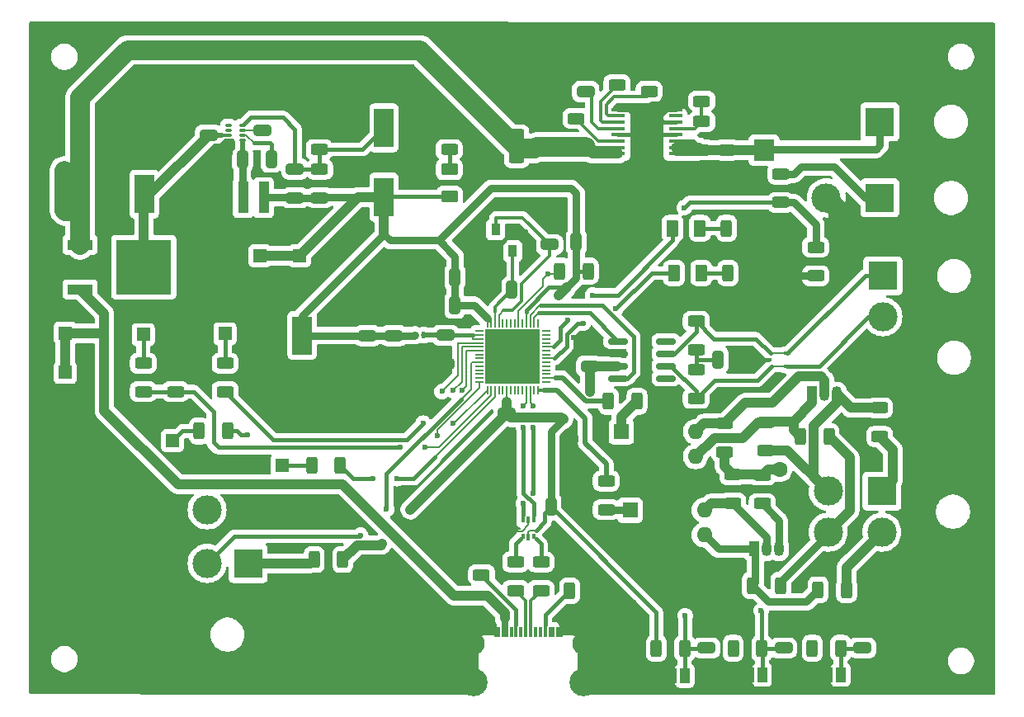
<source format=gbr>
%TF.GenerationSoftware,KiCad,Pcbnew,8.0.0*%
%TF.CreationDate,2024-03-30T18:18:09+01:00*%
%TF.ProjectId,MCU,4d43552e-6b69-4636-9164-5f7063625858,rev?*%
%TF.SameCoordinates,Original*%
%TF.FileFunction,Copper,L1,Top*%
%TF.FilePolarity,Positive*%
%FSLAX46Y46*%
G04 Gerber Fmt 4.6, Leading zero omitted, Abs format (unit mm)*
G04 Created by KiCad (PCBNEW 8.0.0) date 2024-03-30 18:18:09*
%MOMM*%
%LPD*%
G01*
G04 APERTURE LIST*
G04 Aperture macros list*
%AMRoundRect*
0 Rectangle with rounded corners*
0 $1 Rounding radius*
0 $2 $3 $4 $5 $6 $7 $8 $9 X,Y pos of 4 corners*
0 Add a 4 corners polygon primitive as box body*
4,1,4,$2,$3,$4,$5,$6,$7,$8,$9,$2,$3,0*
0 Add four circle primitives for the rounded corners*
1,1,$1+$1,$2,$3*
1,1,$1+$1,$4,$5*
1,1,$1+$1,$6,$7*
1,1,$1+$1,$8,$9*
0 Add four rect primitives between the rounded corners*
20,1,$1+$1,$2,$3,$4,$5,0*
20,1,$1+$1,$4,$5,$6,$7,0*
20,1,$1+$1,$6,$7,$8,$9,0*
20,1,$1+$1,$8,$9,$2,$3,0*%
G04 Aperture macros list end*
%TA.AperFunction,SMDPad,CuDef*%
%ADD10RoundRect,0.250000X0.312500X0.625000X-0.312500X0.625000X-0.312500X-0.625000X0.312500X-0.625000X0*%
%TD*%
%TA.AperFunction,SMDPad,CuDef*%
%ADD11RoundRect,0.250000X0.625000X-0.312500X0.625000X0.312500X-0.625000X0.312500X-0.625000X-0.312500X0*%
%TD*%
%TA.AperFunction,ComponentPad*%
%ADD12R,3.000000X3.000000*%
%TD*%
%TA.AperFunction,ComponentPad*%
%ADD13C,3.000000*%
%TD*%
%TA.AperFunction,ComponentPad*%
%ADD14C,2.850000*%
%TD*%
%TA.AperFunction,ComponentPad*%
%ADD15C,2.280000*%
%TD*%
%TA.AperFunction,SMDPad,CuDef*%
%ADD16R,0.300000X1.100000*%
%TD*%
%TA.AperFunction,ComponentPad*%
%ADD17R,1.350000X1.350000*%
%TD*%
%TA.AperFunction,SMDPad,CuDef*%
%ADD18R,2.150000X2.200000*%
%TD*%
%TA.AperFunction,SMDPad,CuDef*%
%ADD19RoundRect,0.250000X-0.625000X0.375000X-0.625000X-0.375000X0.625000X-0.375000X0.625000X0.375000X0*%
%TD*%
%TA.AperFunction,SMDPad,CuDef*%
%ADD20RoundRect,0.250000X0.375000X0.625000X-0.375000X0.625000X-0.375000X-0.625000X0.375000X-0.625000X0*%
%TD*%
%TA.AperFunction,SMDPad,CuDef*%
%ADD21RoundRect,0.250000X-0.325000X-0.650000X0.325000X-0.650000X0.325000X0.650000X-0.325000X0.650000X0*%
%TD*%
%TA.AperFunction,SMDPad,CuDef*%
%ADD22R,0.700000X0.450000*%
%TD*%
%TA.AperFunction,SMDPad,CuDef*%
%ADD23RoundRect,0.050000X-0.285000X-0.100000X0.285000X-0.100000X0.285000X0.100000X-0.285000X0.100000X0*%
%TD*%
%TA.AperFunction,ComponentPad*%
%ADD24O,1.050000X1.500000*%
%TD*%
%TA.AperFunction,ComponentPad*%
%ADD25R,1.050000X1.500000*%
%TD*%
%TA.AperFunction,SMDPad,CuDef*%
%ADD26R,1.000000X1.500000*%
%TD*%
%TA.AperFunction,SMDPad,CuDef*%
%ADD27RoundRect,0.250000X0.650000X-0.325000X0.650000X0.325000X-0.650000X0.325000X-0.650000X-0.325000X0*%
%TD*%
%TA.AperFunction,SMDPad,CuDef*%
%ADD28RoundRect,0.250000X-0.650000X0.325000X-0.650000X-0.325000X0.650000X-0.325000X0.650000X0.325000X0*%
%TD*%
%TA.AperFunction,SMDPad,CuDef*%
%ADD29RoundRect,0.150000X-0.825000X-0.150000X0.825000X-0.150000X0.825000X0.150000X-0.825000X0.150000X0*%
%TD*%
%TA.AperFunction,SMDPad,CuDef*%
%ADD30RoundRect,0.250000X0.325000X0.650000X-0.325000X0.650000X-0.325000X-0.650000X0.325000X-0.650000X0*%
%TD*%
%TA.AperFunction,SMDPad,CuDef*%
%ADD31R,0.950000X1.200000*%
%TD*%
%TA.AperFunction,SMDPad,CuDef*%
%ADD32R,2.460000X3.550000*%
%TD*%
%TA.AperFunction,SMDPad,CuDef*%
%ADD33R,1.475000X0.450000*%
%TD*%
%TA.AperFunction,SMDPad,CuDef*%
%ADD34RoundRect,0.250000X-0.312500X-0.625000X0.312500X-0.625000X0.312500X0.625000X-0.312500X0.625000X0*%
%TD*%
%TA.AperFunction,FiducialPad,Local*%
%ADD35C,3.000000*%
%TD*%
%TA.AperFunction,ComponentPad*%
%ADD36O,1.600000X1.600000*%
%TD*%
%TA.AperFunction,ComponentPad*%
%ADD37R,1.600000X1.600000*%
%TD*%
%TA.AperFunction,SMDPad,CuDef*%
%ADD38RoundRect,0.250000X-0.625000X0.312500X-0.625000X-0.312500X0.625000X-0.312500X0.625000X0.312500X0*%
%TD*%
%TA.AperFunction,SMDPad,CuDef*%
%ADD39R,2.000000X4.000000*%
%TD*%
%TA.AperFunction,SMDPad,CuDef*%
%ADD40R,0.375000X0.500000*%
%TD*%
%TA.AperFunction,SMDPad,CuDef*%
%ADD41R,0.300000X0.650000*%
%TD*%
%TA.AperFunction,SMDPad,CuDef*%
%ADD42RoundRect,0.250000X0.550000X-1.500000X0.550000X1.500000X-0.550000X1.500000X-0.550000X-1.500000X0*%
%TD*%
%TA.AperFunction,SMDPad,CuDef*%
%ADD43R,0.350000X0.650000*%
%TD*%
%TA.AperFunction,SMDPad,CuDef*%
%ADD44R,5.600000X5.600000*%
%TD*%
%TA.AperFunction,SMDPad,CuDef*%
%ADD45RoundRect,0.050000X-0.050000X-0.387500X0.050000X-0.387500X0.050000X0.387500X-0.050000X0.387500X0*%
%TD*%
%TA.AperFunction,SMDPad,CuDef*%
%ADD46RoundRect,0.050000X-0.387500X-0.050000X0.387500X-0.050000X0.387500X0.050000X-0.387500X0.050000X0*%
%TD*%
%TA.AperFunction,SMDPad,CuDef*%
%ADD47R,5.700000X5.632000*%
%TD*%
%TA.AperFunction,SMDPad,CuDef*%
%ADD48R,2.600000X1.060000*%
%TD*%
%TA.AperFunction,SMDPad,CuDef*%
%ADD49R,1.100000X3.200000*%
%TD*%
%TA.AperFunction,ViaPad*%
%ADD50C,0.600000*%
%TD*%
%TA.AperFunction,ViaPad*%
%ADD51C,1.600000*%
%TD*%
%TA.AperFunction,Conductor*%
%ADD52C,0.400000*%
%TD*%
%TA.AperFunction,Conductor*%
%ADD53C,0.300000*%
%TD*%
%TA.AperFunction,Conductor*%
%ADD54C,2.000000*%
%TD*%
%TA.AperFunction,Conductor*%
%ADD55C,0.200000*%
%TD*%
%TA.AperFunction,Conductor*%
%ADD56C,0.800000*%
%TD*%
%TA.AperFunction,Conductor*%
%ADD57C,1.000000*%
%TD*%
%TA.AperFunction,Conductor*%
%ADD58C,0.150000*%
%TD*%
%TA.AperFunction,Conductor*%
%ADD59C,0.500000*%
%TD*%
G04 APERTURE END LIST*
D10*
%TO.P,R38,1*%
%TO.N,N/C*%
X108762500Y-80200000D03*
%TO.P,R38,2*%
X105837500Y-80200000D03*
%TD*%
D11*
%TO.P,R36,1*%
%TO.N,N/C*%
X128500000Y-73162500D03*
%TO.P,R36,2*%
X128500000Y-70237500D03*
%TD*%
%TO.P,R37,1*%
%TO.N,N/C*%
X132100000Y-80662500D03*
%TO.P,R37,2*%
X132100000Y-77737500D03*
%TD*%
D12*
%TO.P,J3,1,Pin_1*%
%TO.N,/IO/CANH*%
X138987100Y-80684250D03*
D13*
%TO.P,J3,2,Pin_2*%
%TO.N,/IO/CANL*%
X138987100Y-84884250D03*
%TO.P,J3,3,Pin_3*%
%TO.N,GND*%
X138987100Y-89084250D03*
%TD*%
D12*
%TO.P,J4,1,Pin_1*%
%TO.N,N/C*%
X138678100Y-72684250D03*
D13*
%TO.P,J4,2,Pin_2*%
X133178100Y-72684250D03*
%TD*%
D14*
%TO.P,P1,A1,GND*%
%TO.N,GND*%
X96980000Y-122400000D03*
%TO.P,P1,A12,GND*%
X108220000Y-122400000D03*
D15*
X108220000Y-118400000D03*
%TO.P,P1,A1,GND*%
X96980000Y-118400000D03*
D16*
%TO.P,P1,B12,GND*%
X99550000Y-117250000D03*
%TO.P,P1,B9,VBUS*%
%TO.N,/VBUS*%
X100350000Y-117250000D03*
%TO.P,P1,B8*%
%TO.N,N/C*%
X100850000Y-117250000D03*
%TO.P,P1,B7*%
X101850000Y-117250000D03*
%TO.P,P1,B6*%
X103350000Y-117250000D03*
%TO.P,P1,B5,VCONN*%
%TO.N,Net-(P1-VCONN)*%
X104350000Y-117250000D03*
%TO.P,P1,B4,VBUS*%
%TO.N,/VBUS*%
X104850000Y-117250000D03*
%TO.P,P1,B1,GND*%
%TO.N,GND*%
X105650000Y-117250000D03*
%TO.P,P1,A12,GND*%
X105950000Y-117250000D03*
%TO.P,P1,A9,VBUS*%
%TO.N,/VBUS*%
X105150000Y-117250000D03*
%TO.P,P1,A8*%
%TO.N,N/C*%
X103850000Y-117250000D03*
%TO.P,P1,A7,D-*%
%TO.N,Net-(P1-D-)*%
X102850000Y-117250000D03*
%TO.P,P1,A6,D+*%
%TO.N,Net-(P1-D+)*%
X102350000Y-117250000D03*
%TO.P,P1,A5,CC*%
%TO.N,Net-(P1-CC)*%
X101350000Y-117250000D03*
%TO.P,P1,A4,VBUS*%
%TO.N,/VBUS*%
X100050000Y-117250000D03*
%TO.P,P1,A1,GND*%
%TO.N,GND*%
X99250000Y-117250000D03*
%TD*%
D17*
%TO.P,TP11,1,1*%
%TO.N,Net-(R11-Pad2)*%
X66100000Y-97600000D03*
%TD*%
D10*
%TO.P,R35,1*%
%TO.N,/IO/I{slash}O_3_MCU*%
X71762500Y-96600000D03*
%TO.P,R35,2*%
%TO.N,Net-(R11-Pad2)*%
X68837500Y-96600000D03*
%TD*%
D18*
%TO.P,D7,1,K*%
%TO.N,GND*%
X126800000Y-63400000D03*
%TO.P,D7,2,A*%
%TO.N,/Power /Vin*%
X126800000Y-67800000D03*
%TD*%
D19*
%TO.P,D6,2,A*%
%TO.N,+3.3V*%
X94500000Y-72550000D03*
%TO.P,D6,1,K*%
%TO.N,Net-(D6-K)*%
X94500000Y-69750000D03*
%TD*%
D17*
%TO.P,TP9,1,1*%
%TO.N,Net-(R6-Pad2)*%
X71480000Y-86620000D03*
%TD*%
D20*
%TO.P,D4,2,A*%
%TO.N,/IO/LED_CAN_STATUS*%
X117400000Y-75800000D03*
%TO.P,D4,1,K*%
%TO.N,Net-(D4-K)*%
X120200000Y-75800000D03*
%TD*%
D13*
%TO.P,J1,2,Pin_2*%
%TO.N,GND*%
X133178100Y-64884250D03*
D12*
%TO.P,J1,1,Pin_1*%
%TO.N,/Power /Vin*%
X138678100Y-64884250D03*
%TD*%
D21*
%TO.P,C21,2*%
%TO.N,GND*%
X107875000Y-104400000D03*
%TO.P,C21,1*%
%TO.N,+3.3V*%
X104925000Y-104400000D03*
%TD*%
D11*
%TO.P,R10,2*%
%TO.N,GND*%
X81150000Y-64787500D03*
%TO.P,R10,1*%
%TO.N,Net-(U2-FB)*%
X81150000Y-67712500D03*
%TD*%
%TO.P,R8,2*%
%TO.N,Net-(U2-FB)*%
X81200000Y-69737500D03*
%TO.P,R8,1*%
%TO.N,+3.3V*%
X81200000Y-72662500D03*
%TD*%
D22*
%TO.P,D3,3,A*%
%TO.N,GND*%
X127200000Y-89305000D03*
%TO.P,D3,2,K*%
%TO.N,/IO/CANH*%
X129200000Y-88655000D03*
%TO.P,D3,1,K*%
%TO.N,/IO/CANL*%
X129200000Y-89955000D03*
%TD*%
D23*
%TO.P,U2,8,FB*%
%TO.N,Net-(U2-FB)*%
X73290000Y-65250000D03*
%TO.P,U2,7,SS*%
%TO.N,Net-(U2-SS)*%
X73290000Y-65750000D03*
%TO.P,U2,6,BST*%
%TO.N,Net-(U2-BST)*%
X73290000Y-66250000D03*
%TO.P,U2,5,SW*%
%TO.N,Net-(U2-SW)*%
X73290000Y-66750000D03*
%TO.P,U2,4,GND*%
%TO.N,GND*%
X71810000Y-66750000D03*
%TO.P,U2,3,VIN*%
%TO.N,Net-(U2-VIN)*%
X71810000Y-66250000D03*
%TO.P,U2,2,EN*%
%TO.N,unconnected-(U2-EN-Pad2)*%
X71810000Y-65750000D03*
%TO.P,U2,1,RT*%
%TO.N,unconnected-(U2-RT-Pad1)*%
X71810000Y-65250000D03*
%TD*%
D24*
%TO.P,Q2,3,C*%
%TO.N,/MOTOR_ON_OFF*%
X134290000Y-92800000D03*
%TO.P,Q2,2,B*%
%TO.N,Net-(Q2-B)*%
X133020000Y-92800000D03*
D25*
%TO.P,Q2,1,E*%
%TO.N,Net-(Q2-E)*%
X131750000Y-92800000D03*
%TD*%
D26*
%TO.P,JP2,2,B*%
%TO.N,GND*%
X125300000Y-121600000D03*
%TO.P,JP2,1,A*%
%TO.N,/MCU/BOOT*%
X126600000Y-121600000D03*
%TD*%
D27*
%TO.P,C8,2*%
%TO.N,GND*%
X75350000Y-62825000D03*
%TO.P,C8,1*%
%TO.N,Net-(U2-SS)*%
X75350000Y-65775000D03*
%TD*%
%TO.P,C24,2*%
%TO.N,GND*%
X108900000Y-87020000D03*
%TO.P,C24,1*%
%TO.N,+3.3V*%
X108900000Y-89970000D03*
%TD*%
D28*
%TO.P,C18,2*%
%TO.N,GND*%
X94100000Y-89725000D03*
%TO.P,C18,1*%
%TO.N,VDD3P3*%
X94100000Y-86775000D03*
%TD*%
D11*
%TO.P,R24,2*%
%TO.N,GND*%
X94500000Y-64787500D03*
%TO.P,R24,1*%
%TO.N,Net-(D6-K)*%
X94500000Y-67712500D03*
%TD*%
D29*
%TO.P,U5,8,NC*%
%TO.N,unconnected-(U5-NC-Pad8)*%
X116750000Y-87390000D03*
%TO.P,U5,7,CANH*%
%TO.N,/IO/CANH*%
X116750000Y-88660000D03*
%TO.P,U5,6,CANL*%
%TO.N,/IO/CANL*%
X116750000Y-89930000D03*
%TO.P,U5,5,NC*%
%TO.N,unconnected-(U5-NC-Pad5)*%
X116750000Y-91200000D03*
%TO.P,U5,4,R*%
%TO.N,/IO/CAN_TX*%
X111800000Y-91200000D03*
%TO.P,U5,3,VCC*%
%TO.N,+3.3V*%
X111800000Y-89930000D03*
%TO.P,U5,2,GND*%
%TO.N,GND*%
X111800000Y-88660000D03*
%TO.P,U5,1,D*%
%TO.N,/IO/CAN_RX*%
X111800000Y-87390000D03*
%TD*%
D30*
%TO.P,C4,2*%
%TO.N,Net-(U2-SW)*%
X73275000Y-68700000D03*
%TO.P,C4,1*%
%TO.N,Net-(U2-BST)*%
X76225000Y-68700000D03*
%TD*%
D31*
%TO.P,Y1,4,4*%
%TO.N,GND*%
X101000000Y-75937500D03*
%TO.P,Y1,3,3*%
%TO.N,/MCU/XTAL_P*%
X101000000Y-78137500D03*
%TO.P,Y1,2,2*%
%TO.N,GND*%
X99250000Y-78137500D03*
%TO.P,Y1,1,1*%
%TO.N,/MCU/XTAL_N*%
X99250000Y-75937500D03*
%TD*%
D10*
%TO.P,R11,2*%
%TO.N,Net-(R11-Pad2)*%
X80387500Y-100150000D03*
%TO.P,R11,1*%
%TO.N,/IO/I{slash}O_3_MCU*%
X83312500Y-100150000D03*
%TD*%
D32*
%TO.P,IC1,17,EP*%
%TO.N,GND*%
X114762000Y-65875000D03*
D33*
%TO.P,IC1,16,OUT_2*%
%TO.N,/Vreg*%
X111824000Y-68150000D03*
%TO.P,IC1,15,OUT_1*%
X111824000Y-67500000D03*
%TO.P,IC1,14,~{FLT}*%
%TO.N,Net-(IC1-~{FLT})*%
X111824000Y-66850000D03*
%TO.P,IC1,13,NC_2*%
%TO.N,GND*%
X111824000Y-66200000D03*
%TO.P,IC1,12,DVDT*%
%TO.N,Net-(IC1-DVDT)*%
X111824000Y-65550000D03*
%TO.P,IC1,11,ILIM*%
%TO.N,Net-(IC1-ILIM)*%
X111824000Y-64900000D03*
%TO.P,IC1,10,IMON*%
%TO.N,Net-(IC1-IMON)*%
X111824000Y-64250000D03*
%TO.P,IC1,9,GND*%
%TO.N,GND*%
X111824000Y-63600000D03*
%TO.P,IC1,8,RTN*%
X117700000Y-63600000D03*
%TO.P,IC1,7,~{SHDN}*%
%TO.N,unconnected-(IC1-~{SHDN}-Pad7)*%
X117700000Y-64250000D03*
%TO.P,IC1,6,MODE*%
%TO.N,GND*%
X117700000Y-64900000D03*
%TO.P,IC1,5,OVP*%
%TO.N,Net-(IC1-OVP)*%
X117700000Y-65550000D03*
%TO.P,IC1,4,NC_1*%
%TO.N,GND*%
X117700000Y-66200000D03*
%TO.P,IC1,3,UVLO*%
%TO.N,/Power /Vin*%
X117700000Y-66850000D03*
%TO.P,IC1,2,IN_2*%
X117700000Y-67500000D03*
%TO.P,IC1,1,IN_1*%
X117700000Y-68150000D03*
%TD*%
D30*
%TO.P,C23,2*%
%TO.N,GND*%
X97975000Y-82137500D03*
%TO.P,C23,1*%
%TO.N,/MCU/XTAL_P*%
X100925000Y-82137500D03*
%TD*%
D34*
%TO.P,R23,2*%
%TO.N,GND*%
X126012500Y-80400000D03*
%TO.P,R23,1*%
%TO.N,Net-(D5-K)*%
X123087500Y-80400000D03*
%TD*%
%TO.P,R4,2*%
%TO.N,GND*%
X109762500Y-113000000D03*
%TO.P,R4,1*%
%TO.N,Net-(P1-VCONN)*%
X106837500Y-113000000D03*
%TD*%
D11*
%TO.P,R30,2*%
%TO.N,/MOTOR_ON_OFF*%
X138650000Y-94237500D03*
%TO.P,R30,1*%
%TO.N,/IO/5V_MOTOR*%
X138650000Y-97162500D03*
%TD*%
%TO.P,R5,2*%
%TO.N,GND*%
X97800000Y-108437500D03*
%TO.P,R5,1*%
%TO.N,Net-(P1-CC)*%
X97800000Y-111362500D03*
%TD*%
D13*
%TO.P,J6,4,Pin_4*%
%TO.N,/IO/GND_MOTOR*%
X133378100Y-106984250D03*
%TO.P,J6,3,Pin_3*%
%TO.N,/MOTOR_ON_OFF*%
X133378100Y-102784250D03*
D35*
%TO.P,J6,2,Pin_2*%
%TO.N,/PWM_MOTOR*%
X138878100Y-106984250D03*
D12*
%TO.P,J6,1,Pin_1*%
%TO.N,/IO/5V_MOTOR*%
X138878100Y-102784250D03*
%TD*%
D10*
%TO.P,R13,2*%
%TO.N,+3.3V*%
X115737500Y-118900000D03*
%TO.P,R13,1*%
%TO.N,/MCU/RESET*%
X118662500Y-118900000D03*
%TD*%
D36*
%TO.P,U6,4*%
%TO.N,Net-(Q1-B)*%
X120670000Y-104725000D03*
%TO.P,U6,3*%
%TO.N,Net-(Q1-E)*%
X120670000Y-107265000D03*
%TO.P,U6,2*%
%TO.N,GND*%
X113050000Y-107265000D03*
D37*
%TO.P,U6,1*%
%TO.N,Net-(R16-Pad2)*%
X113050000Y-104725000D03*
%TD*%
D28*
%TO.P,C17,2*%
%TO.N,GND*%
X88800000Y-89775000D03*
%TO.P,C17,1*%
%TO.N,+3.3V*%
X88800000Y-86825000D03*
%TD*%
D38*
%TO.P,R17,2*%
%TO.N,Net-(Q1-B)*%
X123600000Y-104012500D03*
%TO.P,R17,1*%
%TO.N,/IO/5V_MOTOR*%
X123600000Y-101087500D03*
%TD*%
D11*
%TO.P,R3,2*%
%TO.N,/MCU/USB_D+*%
X101300000Y-110037500D03*
%TO.P,R3,1*%
%TO.N,Net-(P1-D+)*%
X101300000Y-112962500D03*
%TD*%
D26*
%TO.P,JP1,2,B*%
%TO.N,GND*%
X117350000Y-121700000D03*
%TO.P,JP1,1,A*%
%TO.N,/MCU/RESET*%
X118650000Y-121700000D03*
%TD*%
D34*
%TO.P,R1,2*%
%TO.N,+3.3V*%
X83562500Y-109800000D03*
%TO.P,R1,1*%
%TO.N,Net-(J2-Pin_1)*%
X80637500Y-109800000D03*
%TD*%
D39*
%TO.P,C15,2*%
%TO.N,GND*%
X79400000Y-93900000D03*
%TO.P,C15,1*%
%TO.N,+3.3V*%
X79400000Y-86800000D03*
%TD*%
D27*
%TO.P,C6,2*%
%TO.N,Net-(U2-FB)*%
X78650000Y-69725000D03*
%TO.P,C6,1*%
%TO.N,+3.3V*%
X78650000Y-72675000D03*
%TD*%
D17*
%TO.P,TP6,1,1*%
%TO.N,+3.3V*%
X75075000Y-78600000D03*
%TD*%
%TO.P,TP3,1,1*%
%TO.N,/VBUS*%
X55100000Y-86550000D03*
%TD*%
D28*
%TO.P,C16,2*%
%TO.N,GND*%
X86100000Y-89775000D03*
%TO.P,C16,1*%
%TO.N,+3.3V*%
X86100000Y-86825000D03*
%TD*%
D21*
%TO.P,C25,2*%
%TO.N,GND*%
X125025000Y-89305000D03*
%TO.P,C25,1*%
%TO.N,Net-(C25-Pad1)*%
X122075000Y-89305000D03*
%TD*%
D11*
%TO.P,R33,2*%
%TO.N,Net-(Q2-E)*%
X126950000Y-95687500D03*
%TO.P,R33,1*%
%TO.N,/MOTOR_ON_OFF*%
X126950000Y-98612500D03*
%TD*%
D17*
%TO.P,TP1,1,1*%
%TO.N,/Vreg*%
X55000000Y-69900000D03*
%TD*%
%TO.P,TP4,1,1*%
%TO.N,/VBUS*%
X55100000Y-90600000D03*
%TD*%
D10*
%TO.P,R15,2*%
%TO.N,+3.3V*%
X131737500Y-118900000D03*
%TO.P,R15,1*%
%TO.N,/MCU/MCU_TEST*%
X134662500Y-118900000D03*
%TD*%
D11*
%TO.P,R27,2*%
%TO.N,GND*%
X115000000Y-58837500D03*
%TO.P,R27,1*%
%TO.N,Net-(IC1-IMON)*%
X115000000Y-61762500D03*
%TD*%
D40*
%TO.P,U3,6,I/O1*%
%TO.N,/MCU/USB_D-*%
X103137500Y-107450000D03*
D41*
%TO.P,U3,5,VBUS*%
%TO.N,+3.3V*%
X102600000Y-107525000D03*
D40*
%TO.P,U3,4,I/O2*%
%TO.N,/MCU/USB_D+*%
X102062500Y-107450000D03*
%TO.P,U3,3,I/O2*%
X102062500Y-105750000D03*
D41*
%TO.P,U3,2,GND*%
%TO.N,GND*%
X102600000Y-105675000D03*
D40*
%TO.P,U3,1,I/O1*%
%TO.N,/MCU/USB_D-*%
X103137500Y-105750000D03*
%TD*%
D17*
%TO.P,TP2,1,1*%
%TO.N,/Vreg*%
X55000000Y-73950000D03*
%TD*%
D21*
%TO.P,C11,2*%
%TO.N,GND*%
X110475000Y-77200000D03*
%TO.P,C11,1*%
%TO.N,+3.3V*%
X107525000Y-77200000D03*
%TD*%
D39*
%TO.P,C7,2*%
%TO.N,Net-(U2-FB)*%
X87800000Y-65500000D03*
%TO.P,C7,1*%
%TO.N,+3.3V*%
X87800000Y-72600000D03*
%TD*%
D11*
%TO.P,R6,2*%
%TO.N,Net-(R6-Pad2)*%
X71500000Y-89637500D03*
%TO.P,R6,1*%
%TO.N,/IO/I{slash}O_1_MCU*%
X71500000Y-92562500D03*
%TD*%
D36*
%TO.P,U7,4*%
%TO.N,Net-(Q2-B)*%
X119770000Y-96675000D03*
%TO.P,U7,3*%
%TO.N,Net-(Q2-E)*%
X119770000Y-99215000D03*
%TO.P,U7,2*%
%TO.N,GND*%
X112150000Y-99215000D03*
D37*
%TO.P,U7,1*%
%TO.N,Net-(R18-Pad2)*%
X112150000Y-96675000D03*
%TD*%
D39*
%TO.P,C2,2*%
%TO.N,GND*%
X63200000Y-65200000D03*
%TO.P,C2,1*%
%TO.N,Net-(U2-VIN)*%
X63200000Y-72300000D03*
%TD*%
D27*
%TO.P,C22,2*%
%TO.N,GND*%
X104800000Y-74525000D03*
%TO.P,C22,1*%
%TO.N,/MCU/XTAL_N*%
X104800000Y-77475000D03*
%TD*%
D20*
%TO.P,D5,2,A*%
%TO.N,/IO/LED_MCU_STATUS*%
X117550000Y-80400000D03*
%TO.P,D5,1,K*%
%TO.N,Net-(D5-K)*%
X120350000Y-80400000D03*
%TD*%
D38*
%TO.P,R21,2*%
%TO.N,/IO/CANL*%
X119825000Y-93262500D03*
%TO.P,R21,1*%
%TO.N,Net-(C25-Pad1)*%
X119825000Y-90337500D03*
%TD*%
D42*
%TO.P,C27,2*%
%TO.N,GND*%
X101400000Y-62000000D03*
%TO.P,C27,1*%
%TO.N,/Vreg*%
X101400000Y-67400000D03*
%TD*%
D11*
%TO.P,R20,2*%
%TO.N,/IO/CANH*%
X119825000Y-85337500D03*
%TO.P,R20,1*%
%TO.N,Net-(C25-Pad1)*%
X119825000Y-88262500D03*
%TD*%
D28*
%TO.P,C10,2*%
%TO.N,GND*%
X100400000Y-97725000D03*
%TO.P,C10,1*%
%TO.N,+3.3V*%
X100400000Y-94775000D03*
%TD*%
D30*
%TO.P,C19,2*%
%TO.N,GND*%
X92125000Y-80800000D03*
%TO.P,C19,1*%
%TO.N,+3.3V*%
X95075000Y-80800000D03*
%TD*%
D17*
%TO.P,TP8,1,1*%
%TO.N,GND*%
X88400000Y-113700000D03*
%TD*%
D11*
%TO.P,R29,2*%
%TO.N,GND*%
X111700000Y-58137500D03*
%TO.P,R29,1*%
%TO.N,Net-(IC1-ILIM)*%
X111700000Y-61062500D03*
%TD*%
D38*
%TO.P,R12,2*%
%TO.N,/PWM_MOTOR*%
X126600000Y-104062500D03*
%TO.P,R12,1*%
%TO.N,/IO/5V_MOTOR*%
X126600000Y-101137500D03*
%TD*%
D34*
%TO.P,R22,2*%
%TO.N,GND*%
X125862500Y-75800000D03*
%TO.P,R22,1*%
%TO.N,Net-(D4-K)*%
X122937500Y-75800000D03*
%TD*%
D11*
%TO.P,R26,2*%
%TO.N,GND*%
X120400000Y-59837500D03*
%TO.P,R26,1*%
%TO.N,Net-(IC1-OVP)*%
X120400000Y-62762500D03*
%TD*%
D38*
%TO.P,R7,2*%
%TO.N,/IO/I{slash}O_2_MCU*%
X63100000Y-92562500D03*
%TO.P,R7,1*%
%TO.N,Net-(R7-Pad1)*%
X63100000Y-89637500D03*
%TD*%
D17*
%TO.P,TP7,1,1*%
%TO.N,GND*%
X84350000Y-113700000D03*
%TD*%
D34*
%TO.P,R32,2*%
%TO.N,/IO/GND_MOTOR*%
X133462500Y-97200000D03*
%TO.P,R32,1*%
%TO.N,Net-(Q2-E)*%
X130537500Y-97200000D03*
%TD*%
D27*
%TO.P,C13,2*%
%TO.N,GND*%
X128800000Y-115925000D03*
%TO.P,C13,1*%
%TO.N,/MCU/BOOT*%
X128800000Y-118875000D03*
%TD*%
D10*
%TO.P,R34,2*%
%TO.N,Net-(Q1-E)*%
X132337500Y-112900000D03*
%TO.P,R34,1*%
%TO.N,/PWM_MOTOR*%
X135262500Y-112900000D03*
%TD*%
D27*
%TO.P,C14,2*%
%TO.N,GND*%
X136900000Y-115925000D03*
%TO.P,C14,1*%
%TO.N,/MCU/MCU_TEST*%
X136900000Y-118875000D03*
%TD*%
%TO.P,C3,2*%
%TO.N,GND*%
X69800000Y-63300000D03*
%TO.P,C3,1*%
%TO.N,Net-(U2-VIN)*%
X69800000Y-66250000D03*
%TD*%
D43*
%TO.P,L2,2,2*%
%TO.N,VDD3P3*%
X91850000Y-86750000D03*
%TO.P,L2,1,1*%
%TO.N,+3.3V*%
X91000000Y-86750000D03*
%TD*%
D24*
%TO.P,Q1,3,C*%
%TO.N,/PWM_MOTOR*%
X128320000Y-108710000D03*
%TO.P,Q1,2,B*%
%TO.N,Net-(Q1-B)*%
X127050000Y-108710000D03*
D25*
%TO.P,Q1,1,E*%
%TO.N,Net-(Q1-E)*%
X125780000Y-108710000D03*
%TD*%
D10*
%TO.P,R14,2*%
%TO.N,+3.3V*%
X123637500Y-118900000D03*
%TO.P,R14,1*%
%TO.N,/MCU/BOOT*%
X126562500Y-118900000D03*
%TD*%
D44*
%TO.P,U4,57,GND*%
%TO.N,GND*%
X101000000Y-88962500D03*
D45*
%TO.P,U4,56,VDDA*%
%TO.N,+3.3V*%
X98400000Y-85525000D03*
%TO.P,U4,55,VDDA*%
X98800000Y-85525000D03*
%TO.P,U4,54,XTAL_P*%
%TO.N,/MCU/XTAL_P*%
X99200000Y-85525000D03*
%TO.P,U4,53,XTAL_N*%
%TO.N,/MCU/XTAL_N*%
X99600000Y-85525000D03*
%TO.P,U4,52,GPIO46*%
%TO.N,unconnected-(U4-GPIO46-Pad52)*%
X100000000Y-85525000D03*
%TO.P,U4,51,GPIO45*%
%TO.N,unconnected-(U4-GPIO45-Pad51)*%
X100400000Y-85525000D03*
%TO.P,U4,50,U0RXD/PROG/GPIO44*%
%TO.N,unconnected-(U4-U0RXD{slash}PROG{slash}GPIO44-Pad50)*%
X100800000Y-85525000D03*
%TO.P,U4,49,U0TXD/PROG/GPIO43*%
%TO.N,unconnected-(U4-U0TXD{slash}PROG{slash}GPIO43-Pad49)*%
X101200000Y-85525000D03*
%TO.P,U4,48,MTMS/JTAG/GPIO42*%
%TO.N,unconnected-(U4-MTMS{slash}JTAG{slash}GPIO42-Pad48)*%
X101600000Y-85525000D03*
%TO.P,U4,47,MTDI/JTAG/GPIO41*%
%TO.N,unconnected-(U4-MTDI{slash}JTAG{slash}GPIO41-Pad47)*%
X102000000Y-85525000D03*
%TO.P,U4,46,VDD3P3_CPU*%
%TO.N,+3.3V*%
X102400000Y-85525000D03*
%TO.P,U4,45,MTDO/JTAG/GPIO40*%
%TO.N,/IO/CAN_TX*%
X102800000Y-85525000D03*
%TO.P,U4,44,MTCK/JTAG/GPIO39*%
%TO.N,/IO/CAN_RX*%
X103200000Y-85525000D03*
%TO.P,U4,43,GPIO38*%
%TO.N,unconnected-(U4-GPIO38-Pad43)*%
X103600000Y-85525000D03*
D46*
%TO.P,U4,42,GPIO37*%
%TO.N,unconnected-(U4-GPIO37-Pad42)*%
X104437500Y-86362500D03*
%TO.P,U4,41,GPIO36*%
%TO.N,unconnected-(U4-GPIO36-Pad41)*%
X104437500Y-86762500D03*
%TO.P,U4,40,GPIO35*%
%TO.N,unconnected-(U4-GPIO35-Pad40)*%
X104437500Y-87162500D03*
%TO.P,U4,39,GPIO34*%
%TO.N,unconnected-(U4-GPIO34-Pad39)*%
X104437500Y-87562500D03*
%TO.P,U4,38,GPIO33*%
%TO.N,/IO/LED_CAN_STATUS*%
X104437500Y-87962500D03*
%TO.P,U4,37,SPICLK_P/GPIO47*%
%TO.N,unconnected-(U4-SPICLK_P{slash}GPIO47-Pad37)*%
X104437500Y-88362500D03*
%TO.P,U4,36,SPICLK_N/GPIO48*%
%TO.N,unconnected-(U4-SPICLK_N{slash}GPIO48-Pad36)*%
X104437500Y-88762500D03*
%TO.P,U4,35,SPID/GPIO32*%
%TO.N,/IO/LED_MCU_STATUS*%
X104437500Y-89162500D03*
%TO.P,U4,34,SPIQ/GPIO31*%
%TO.N,unconnected-(U4-SPIQ{slash}GPIO31-Pad34)*%
X104437500Y-89562500D03*
%TO.P,U4,33,SPICLK/GPIO30*%
%TO.N,unconnected-(U4-SPICLK{slash}GPIO30-Pad33)*%
X104437500Y-89962500D03*
%TO.P,U4,32,SPICS0/GPIO29*%
%TO.N,unconnected-(U4-SPICS0{slash}GPIO29-Pad32)*%
X104437500Y-90362500D03*
%TO.P,U4,31,SPIWP/GPIO28*%
%TO.N,unconnected-(U4-SPIWP{slash}GPIO28-Pad31)*%
X104437500Y-90762500D03*
%TO.P,U4,30,SPIHD/GPIO27*%
%TO.N,/IO/MOTOR_ON_OFF_MCU*%
X104437500Y-91162500D03*
%TO.P,U4,29,VDD_SPI*%
%TO.N,unconnected-(U4-VDD_SPI-Pad29)*%
X104437500Y-91562500D03*
D45*
%TO.P,U4,28,SPI_CS1/GPIO26*%
%TO.N,/IO/PWM_MCU*%
X103600000Y-92400000D03*
%TO.P,U4,27,GPIO21*%
%TO.N,unconnected-(U4-GPIO21-Pad27)*%
X103200000Y-92400000D03*
%TO.P,U4,26,GPIO20/USB_D+/ADC2_CH9*%
%TO.N,/MCU/USB_D+*%
X102800000Y-92400000D03*
%TO.P,U4,25,GPIO19/USB_D-/ADC2_CH8*%
%TO.N,/MCU/USB_D-*%
X102400000Y-92400000D03*
%TO.P,U4,24,GPIO18/ADC2_CH7*%
%TO.N,unconnected-(U4-GPIO18{slash}ADC2_CH7-Pad24)*%
X102000000Y-92400000D03*
%TO.P,U4,23,GPIO17/ADC2_CH6*%
%TO.N,unconnected-(U4-GPIO17{slash}ADC2_CH6-Pad23)*%
X101600000Y-92400000D03*
%TO.P,U4,22,GPIO16/ADC2_CH5/XTAL_32K_N*%
%TO.N,unconnected-(U4-GPIO16{slash}ADC2_CH5{slash}XTAL_32K_N-Pad22)*%
X101200000Y-92400000D03*
%TO.P,U4,21,GPIO15/ADC2_CH4/XTAL_32K_P*%
%TO.N,unconnected-(U4-GPIO15{slash}ADC2_CH4{slash}XTAL_32K_P-Pad21)*%
X100800000Y-92400000D03*
%TO.P,U4,20,VDD3P3_RTC*%
%TO.N,+3.3V*%
X100400000Y-92400000D03*
%TO.P,U4,19,GPIO14/ADC2_CH3*%
%TO.N,unconnected-(U4-GPIO14{slash}ADC2_CH3-Pad19)*%
X100000000Y-92400000D03*
%TO.P,U4,18,GPIO13/ADC2_CH2*%
%TO.N,unconnected-(U4-GPIO13{slash}ADC2_CH2-Pad18)*%
X99600000Y-92400000D03*
%TO.P,U4,17,GPIO12/ADC2_CH1*%
%TO.N,/IO/I{slash}O_3_MCU*%
X99200000Y-92400000D03*
%TO.P,U4,16,GPIO11/ADC2_CH0*%
%TO.N,/IO/I{slash}O_2_MCU*%
X98800000Y-92400000D03*
%TO.P,U4,15,GPIO10/ADC1_CH9*%
%TO.N,/IO/I{slash}O_1_MCU*%
X98400000Y-92400000D03*
D46*
%TO.P,U4,14,GPIO9/ADC1_CH8*%
%TO.N,unconnected-(U4-GPIO9{slash}ADC1_CH8-Pad14)*%
X97562500Y-91562500D03*
%TO.P,U4,13,GPIO8/ADC1_CH7*%
%TO.N,unconnected-(U4-GPIO8{slash}ADC1_CH7-Pad13)*%
X97562500Y-91162500D03*
%TO.P,U4,12,GPIO7/ADC1_CH6*%
%TO.N,unconnected-(U4-GPIO7{slash}ADC1_CH6-Pad12)*%
X97562500Y-90762500D03*
%TO.P,U4,11,GPIO6/ADC1_CH5*%
%TO.N,unconnected-(U4-GPIO6{slash}ADC1_CH5-Pad11)*%
X97562500Y-90362500D03*
%TO.P,U4,10,GPIO5/ADC1_CH4*%
%TO.N,unconnected-(U4-GPIO5{slash}ADC1_CH4-Pad10)*%
X97562500Y-89962500D03*
%TO.P,U4,9,GPIO4/ADC1_CH3*%
%TO.N,/MCU/SPEED_OUTPUT*%
X97562500Y-89562500D03*
%TO.P,U4,8,GPIO3/ADC1_CH2*%
%TO.N,unconnected-(U4-GPIO3{slash}ADC1_CH2-Pad8)*%
X97562500Y-89162500D03*
%TO.P,U4,7,GPIO2/ADC1_CH1*%
%TO.N,unconnected-(U4-GPIO2{slash}ADC1_CH1-Pad7)*%
X97562500Y-88762500D03*
%TO.P,U4,6,GPIO1/ADC1_CH0*%
%TO.N,/MCU/MCU_TEST*%
X97562500Y-88362500D03*
%TO.P,U4,5,GPIO0/BOOT*%
%TO.N,/MCU/BOOT*%
X97562500Y-87962500D03*
%TO.P,U4,4,CHIP_PU/RESET*%
%TO.N,/MCU/RESET*%
X97562500Y-87562500D03*
%TO.P,U4,3,VDD3P3*%
%TO.N,VDD3P3*%
X97562500Y-87162500D03*
%TO.P,U4,2,VDD3P3*%
X97562500Y-86762500D03*
%TO.P,U4,1,LNA_IN/RF*%
%TO.N,unconnected-(U4-LNA_IN{slash}RF-Pad1)*%
X97562500Y-86362500D03*
%TD*%
D13*
%TO.P,J2,4*%
%TO.N,N/C*%
X69650000Y-104700000D03*
%TO.P,J2,3,Pin_3*%
%TO.N,GND*%
X73850000Y-104700000D03*
%TO.P,J2,2,Pin_2*%
%TO.N,/MCU/SPEED_OUTPUT*%
X69650000Y-110200000D03*
D12*
%TO.P,J2,1,Pin_1*%
%TO.N,Net-(J2-Pin_1)*%
X73850000Y-110200000D03*
%TD*%
D11*
%TO.P,R19,2*%
%TO.N,Net-(Q2-B)*%
X122750000Y-95837500D03*
%TO.P,R19,1*%
%TO.N,/IO/5V_MOTOR*%
X122750000Y-98762500D03*
%TD*%
D17*
%TO.P,TP10,1,1*%
%TO.N,Net-(R7-Pad1)*%
X63100000Y-86700000D03*
%TD*%
D34*
%TO.P,R18,2*%
%TO.N,Net-(R18-Pad2)*%
X113762500Y-93550000D03*
%TO.P,R18,1*%
%TO.N,/IO/MOTOR_ON_OFF_MCU*%
X110837500Y-93550000D03*
%TD*%
D38*
%TO.P,R16,2*%
%TO.N,Net-(R16-Pad2)*%
X110600000Y-104662500D03*
%TO.P,R16,1*%
%TO.N,/IO/PWM_MCU*%
X110600000Y-101737500D03*
%TD*%
D34*
%TO.P,R31,2*%
%TO.N,/IO/GND_MOTOR*%
X128512500Y-112450000D03*
%TO.P,R31,1*%
%TO.N,Net-(Q1-E)*%
X125587500Y-112450000D03*
%TD*%
D11*
%TO.P,R25,2*%
%TO.N,Net-(IC1-OVP)*%
X120400000Y-64837500D03*
%TO.P,R25,1*%
%TO.N,/Power /Vin*%
X120400000Y-67762500D03*
%TD*%
D27*
%TO.P,C28,2*%
%TO.N,GND*%
X108500000Y-58825000D03*
%TO.P,C28,1*%
%TO.N,Net-(IC1-DVDT)*%
X108500000Y-61775000D03*
%TD*%
D11*
%TO.P,R2,2*%
%TO.N,/MCU/USB_D-*%
X103900000Y-110037500D03*
%TO.P,R2,1*%
%TO.N,Net-(P1-D-)*%
X103900000Y-112962500D03*
%TD*%
D17*
%TO.P,TP11,1,1*%
%TO.N,Net-(R11-Pad2)*%
X77350000Y-100150000D03*
%TD*%
D11*
%TO.P,R9,2*%
%TO.N,GND*%
X66400000Y-89637500D03*
%TO.P,R9,1*%
%TO.N,/IO/I{slash}O_2_MCU*%
X66400000Y-92562500D03*
%TD*%
D17*
%TO.P,TP5,1,1*%
%TO.N,+3.3V*%
X79125000Y-78600000D03*
%TD*%
D26*
%TO.P,JP3,2,B*%
%TO.N,GND*%
X133350000Y-121600000D03*
%TO.P,JP3,1,A*%
%TO.N,/MCU/MCU_TEST*%
X134650000Y-121600000D03*
%TD*%
D11*
%TO.P,R28,2*%
%TO.N,Net-(IC1-~{FLT})*%
X107500000Y-64537500D03*
%TO.P,R28,1*%
%TO.N,/Vreg*%
X107500000Y-67462500D03*
%TD*%
D30*
%TO.P,C20,2*%
%TO.N,GND*%
X92125000Y-83700000D03*
%TO.P,C20,1*%
%TO.N,+3.3V*%
X95075000Y-83700000D03*
%TD*%
D47*
%TO.P,D2,3*%
%TO.N,Net-(U2-VIN)*%
X63157000Y-79800000D03*
D48*
%TO.P,D2,2*%
%TO.N,/VBUS*%
X56607000Y-82086000D03*
%TO.P,D2,1*%
%TO.N,/Vreg*%
X56607000Y-77514000D03*
%TD*%
D27*
%TO.P,C26,2*%
%TO.N,GND*%
X123000000Y-64825000D03*
%TO.P,C26,1*%
%TO.N,/Power /Vin*%
X123000000Y-67775000D03*
%TD*%
%TO.P,C12,2*%
%TO.N,GND*%
X120900000Y-115925000D03*
%TO.P,C12,1*%
%TO.N,/MCU/RESET*%
X120900000Y-118875000D03*
%TD*%
D49*
%TO.P,L1,2,2*%
%TO.N,+3.3V*%
X75450000Y-72650000D03*
%TO.P,L1,1,1*%
%TO.N,Net-(U2-SW)*%
X73350000Y-72650000D03*
%TD*%
D50*
%TO.N,unconnected-(U4-MTMS{slash}JTAG{slash}GPIO42-Pad48)*%
X118600000Y-73700000D03*
X104600000Y-80500000D03*
%TO.N,unconnected-(U4-GPIO9{slash}ADC1_CH8-Pad14)*%
X73800000Y-97000000D03*
X93300000Y-97100000D03*
D51*
%TO.N,GND*%
X53500000Y-80000000D03*
X58500000Y-55700000D03*
X53500000Y-61200000D03*
X102100000Y-57100000D03*
X85200000Y-81800000D03*
X71700000Y-80800000D03*
X74700000Y-90500000D03*
X80900000Y-104700000D03*
X79500000Y-114200000D03*
X106400000Y-108000000D03*
X99300000Y-104100000D03*
X129000000Y-85500000D03*
X134400000Y-76600000D03*
X132700000Y-61700000D03*
X140300000Y-56800000D03*
X140400000Y-61300000D03*
X149500000Y-67900000D03*
X142800000Y-79800000D03*
X149200000Y-85400000D03*
X144000000Y-93600000D03*
X148500000Y-102100000D03*
X143500000Y-107400000D03*
X144000000Y-116900000D03*
X143500000Y-122100000D03*
X52700000Y-117400000D03*
X56700000Y-122400000D03*
X64600000Y-121700000D03*
X64500000Y-102900000D03*
X54000000Y-107100000D03*
X129000000Y-81000000D03*
X65600000Y-59800000D03*
X78100000Y-59800000D03*
X83500000Y-92000000D03*
X67600000Y-59800000D03*
D50*
X99100000Y-88700000D03*
D51*
X92000000Y-118500000D03*
X90100000Y-59800000D03*
X88100000Y-59800000D03*
D50*
X107250000Y-87000000D03*
D51*
X128700000Y-57000000D03*
D50*
X101500000Y-87200000D03*
X99100000Y-87200000D03*
D51*
X116500000Y-102000000D03*
D50*
X102300000Y-76200000D03*
D51*
X87500000Y-92000000D03*
X113000000Y-116500000D03*
X130700000Y-57000000D03*
X113000000Y-120500000D03*
X69600000Y-59800000D03*
X55400000Y-95100000D03*
X136700000Y-57000000D03*
D50*
X111000000Y-80000000D03*
X102800000Y-88700000D03*
D51*
X92000000Y-122500000D03*
D50*
X104800000Y-73100000D03*
X97800000Y-107100000D03*
X100400000Y-99100000D03*
X96600000Y-82100000D03*
D51*
X71600000Y-59800000D03*
X129000000Y-79000000D03*
X91500000Y-92000000D03*
X116500000Y-104000000D03*
X116500000Y-106000000D03*
X116500000Y-100000000D03*
X126700000Y-57000000D03*
D50*
X122600000Y-115900000D03*
D51*
X92000000Y-120500000D03*
X75600000Y-59800000D03*
X116500000Y-96000000D03*
X85500000Y-92000000D03*
X116500000Y-98000000D03*
X81500000Y-92000000D03*
X82100000Y-59800000D03*
D50*
X99100000Y-90300000D03*
X138600000Y-115900000D03*
D51*
X92000000Y-114500000D03*
X113000000Y-114500000D03*
D50*
X101500000Y-88700000D03*
X102800000Y-87200000D03*
D51*
X89500000Y-92000000D03*
D50*
X100200000Y-88700000D03*
X102800000Y-90300000D03*
D51*
X73600000Y-59800000D03*
D50*
X100200000Y-87200000D03*
D51*
X129000000Y-77000000D03*
X113000000Y-122500000D03*
D50*
X101500000Y-90300000D03*
D51*
X92000000Y-116500000D03*
X86100000Y-59800000D03*
X129000000Y-75000000D03*
D50*
X66900000Y-88100000D03*
X100200000Y-90300000D03*
D51*
X109700000Y-72200000D03*
D50*
X126250000Y-89305000D03*
X130500000Y-115900000D03*
D51*
X63600000Y-59800000D03*
X84100000Y-59800000D03*
X80100000Y-59800000D03*
X89950000Y-79400000D03*
X106950000Y-97450000D03*
X114762000Y-65875000D03*
X124700000Y-57000000D03*
X132700000Y-57000000D03*
X113000000Y-118500000D03*
X113700000Y-72200000D03*
X116500000Y-108000000D03*
X134700000Y-57000000D03*
X111700000Y-72200000D03*
D50*
%TO.N,+3.3V*%
X108900000Y-89970000D03*
X90500000Y-104700000D03*
X123637500Y-118900000D03*
X87600000Y-108200000D03*
X123637500Y-118900000D03*
X106200000Y-95400000D03*
X131700000Y-118900000D03*
X115737500Y-118900000D03*
X105700000Y-82750000D03*
X108900000Y-92600000D03*
%TO.N,/MCU/RESET*%
X93750000Y-92550000D03*
X118700000Y-115550000D03*
%TO.N,/MCU/BOOT*%
X126500000Y-115050000D03*
X94900000Y-92450000D03*
%TO.N,/MCU/MCU_TEST*%
X134662500Y-118900000D03*
X95800000Y-92400000D03*
%TO.N,/IO/LED_CAN_STATUS*%
X106625000Y-85225000D03*
X109200000Y-82650000D03*
%TO.N,/IO/LED_MCU_STATUS*%
X111600000Y-84050000D03*
X108250000Y-85550000D03*
%TO.N,/MCU/USB_D-*%
X102100000Y-94000000D03*
X102100000Y-96200000D03*
%TO.N,/MCU/USB_D+*%
X103100000Y-96200000D03*
X103100000Y-103000000D03*
X103100000Y-94000000D03*
X102100000Y-104000000D03*
D51*
%TO.N,/IO/5V_MOTOR*%
X128400000Y-100550000D03*
D50*
%TO.N,/IO/I{slash}O_1_MCU*%
X91800000Y-95800000D03*
X94900000Y-95800000D03*
%TO.N,/IO/I{slash}O_2_MCU*%
X92000000Y-98300000D03*
X89500000Y-98300000D03*
%TO.N,/MCU/SPEED_OUTPUT*%
X88050000Y-104650000D03*
X85400000Y-107300000D03*
%TO.N,/IO/I{slash}O_3_MCU*%
X86700000Y-101500000D03*
X89100000Y-101500000D03*
%TD*%
D52*
%TO.N,/IO/LED_CAN_STATUS*%
X105900000Y-87262500D02*
X105200000Y-87962500D01*
X105900000Y-85950000D02*
X105900000Y-87262500D01*
X106625000Y-85225000D02*
X105900000Y-85950000D01*
D53*
%TO.N,GND*%
X110475000Y-80525000D02*
X111000000Y-80000000D01*
X110475000Y-80900000D02*
X110475000Y-80525000D01*
D54*
X134400000Y-73906150D02*
X134400000Y-76600000D01*
X133178100Y-72684250D02*
X134400000Y-73906150D01*
D52*
%TO.N,+3.3V*%
X107625000Y-80200000D02*
X107525000Y-80100000D01*
X108762500Y-80200000D02*
X107625000Y-80200000D01*
D55*
%TO.N,unconnected-(U4-MTMS{slash}JTAG{slash}GPIO42-Pad48)*%
X105600000Y-80500000D02*
X105800000Y-80300000D01*
X104600000Y-80500000D02*
X105600000Y-80500000D01*
X104100000Y-81000000D02*
X104600000Y-80500000D01*
X101600000Y-84292894D02*
X104100000Y-81792894D01*
X101600000Y-85525000D02*
X101600000Y-84292894D01*
X104100000Y-81792894D02*
X104100000Y-81000000D01*
D56*
%TO.N,+3.3V*%
X98800000Y-71700000D02*
X93450000Y-77050000D01*
X107000000Y-71700000D02*
X98800000Y-71700000D01*
X107525000Y-72225000D02*
X107000000Y-71700000D01*
X107525000Y-80900000D02*
X107525000Y-72225000D01*
X106562500Y-81862500D02*
X107525000Y-80900000D01*
D57*
X105700000Y-82725000D02*
X106562500Y-81862500D01*
D52*
X102400000Y-84385786D02*
X102392893Y-84392893D01*
X104737500Y-81862500D02*
X102400000Y-84200000D01*
X102400000Y-84200000D02*
X102400000Y-84385786D01*
X106562500Y-81862500D02*
X104737500Y-81862500D01*
%TO.N,unconnected-(U4-MTMS{slash}JTAG{slash}GPIO42-Pad48)*%
X119137500Y-73162500D02*
X118600000Y-73700000D01*
X128500000Y-73162500D02*
X119137500Y-73162500D01*
D56*
%TO.N,*%
X129862500Y-70237500D02*
X128500000Y-70237500D01*
X130600000Y-69500000D02*
X129862500Y-70237500D01*
%TO.N,unconnected-(U4-MTMS{slash}JTAG{slash}GPIO42-Pad48)*%
X129862500Y-73162500D02*
X132100000Y-75400000D01*
X132100000Y-75400000D02*
X132100000Y-77737500D01*
X128500000Y-73162500D02*
X129862500Y-73162500D01*
%TO.N,*%
X137184250Y-72684250D02*
X134000000Y-69500000D01*
X138678100Y-72684250D02*
X137184250Y-72684250D01*
X134000000Y-69500000D02*
X130600000Y-69500000D01*
%TO.N,/Power /Vin*%
X126900000Y-67700000D02*
X126800000Y-67800000D01*
X138284250Y-67700000D02*
X126900000Y-67700000D01*
X138678100Y-67306150D02*
X138284250Y-67700000D01*
X138678100Y-64884250D02*
X138678100Y-67306150D01*
%TO.N,GND*%
X129337500Y-80662500D02*
X129000000Y-81000000D01*
X132100000Y-80662500D02*
X129337500Y-80662500D01*
D53*
%TO.N,/MCU/XTAL_N*%
X104800000Y-78600000D02*
X104800000Y-77475000D01*
X101900000Y-81500000D02*
X104800000Y-78600000D01*
X101900000Y-83300000D02*
X101900000Y-81500000D01*
X100050000Y-84250000D02*
X100950000Y-84250000D01*
X100950000Y-84250000D02*
X101900000Y-83300000D01*
D52*
%TO.N,/IO/I{slash}O_3_MCU*%
X72700000Y-96600000D02*
X73100000Y-97000000D01*
X71762500Y-96600000D02*
X72700000Y-96600000D01*
%TO.N,Net-(R11-Pad2)*%
X67100000Y-96600000D02*
X66100000Y-97600000D01*
X68837500Y-96600000D02*
X67100000Y-96600000D01*
%TO.N,/IO/I{slash}O_2_MCU*%
X68262500Y-92562500D02*
X66400000Y-92562500D01*
X70300000Y-94600000D02*
X68262500Y-92562500D01*
X70300000Y-97800000D02*
X70300000Y-94600000D01*
X89500000Y-98300000D02*
X70800000Y-98300000D01*
X70800000Y-98300000D02*
X70300000Y-97800000D01*
%TO.N,unconnected-(U4-GPIO9{slash}ADC1_CH8-Pad14)*%
X73800000Y-97000000D02*
X73400000Y-97000000D01*
X73400000Y-97000000D02*
X73100000Y-97000000D01*
D55*
X93300000Y-96455635D02*
X93300000Y-97100000D01*
X97562500Y-92193135D02*
X93300000Y-96455635D01*
X97562500Y-91562500D02*
X97562500Y-92193135D01*
%TO.N,/IO/I{slash}O_1_MCU*%
X94900000Y-95800000D02*
X95000000Y-95800000D01*
X95000000Y-95800000D02*
X98400000Y-92400000D01*
%TO.N,/MCU/SPEED_OUTPUT*%
X96862500Y-89562500D02*
X97562500Y-89562500D01*
X96712500Y-89712500D02*
X96862500Y-89562500D01*
X96712500Y-92336029D02*
X96712500Y-89712500D01*
X95724265Y-93324265D02*
X96712500Y-92336029D01*
D52*
X88050000Y-100998529D02*
X88050000Y-104650000D01*
X95724265Y-93324265D02*
X88050000Y-100998529D01*
D55*
X94550000Y-94498530D02*
X94550000Y-94500000D01*
X95724265Y-93324265D02*
X94550000Y-94498530D01*
D56*
%TO.N,+3.3V*%
X104925000Y-96675000D02*
X104925000Y-104400000D01*
X106200000Y-95400000D02*
X104925000Y-96675000D01*
D52*
X115737500Y-115212500D02*
X115737500Y-118900000D01*
X104925000Y-104400000D02*
X115737500Y-115212500D01*
X104300000Y-105025000D02*
X104925000Y-104400000D01*
X103400000Y-106800000D02*
X104300000Y-105900000D01*
X104300000Y-105900000D02*
X104300000Y-105025000D01*
D57*
%TO.N,/VBUS*%
X55150000Y-86600000D02*
X55100000Y-86550000D01*
X59100000Y-86600000D02*
X55150000Y-86600000D01*
D54*
%TO.N,/Vreg*%
X55100000Y-74050000D02*
X56557000Y-74050000D01*
X55000000Y-73950000D02*
X55100000Y-74050000D01*
D52*
%TO.N,/Power /Vin*%
X119487500Y-66850000D02*
X120400000Y-67762500D01*
D57*
X126775000Y-67775000D02*
X126800000Y-67800000D01*
X117700000Y-67500000D02*
X120137500Y-67500000D01*
X120400000Y-67762500D02*
X122987500Y-67762500D01*
D52*
X120012500Y-68150000D02*
X120400000Y-67762500D01*
X117700000Y-68150000D02*
X120012500Y-68150000D01*
X117700000Y-66850000D02*
X119487500Y-66850000D01*
D57*
X122987500Y-67762500D02*
X123000000Y-67775000D01*
X123000000Y-67775000D02*
X126775000Y-67775000D01*
X120137500Y-67500000D02*
X120400000Y-67762500D01*
D55*
%TO.N,GND*%
X98000000Y-106900000D02*
X97800000Y-107100000D01*
D53*
X72400000Y-66900000D02*
X72400000Y-67600000D01*
D54*
X114762000Y-65875000D02*
X114762000Y-71688000D01*
D56*
X92125000Y-80800000D02*
X91350000Y-80800000D01*
D52*
X126012500Y-80400000D02*
X127800000Y-80400000D01*
X128800000Y-115925000D02*
X130475000Y-115925000D01*
D53*
X72400000Y-67600000D02*
X72100000Y-67900000D01*
D55*
X99250000Y-78137500D02*
X99250000Y-78437500D01*
X100400000Y-97725000D02*
X100400000Y-99100000D01*
D58*
X97975000Y-82137500D02*
X96637500Y-82137500D01*
X101162500Y-88962500D02*
X101200000Y-89000000D01*
D55*
X102600000Y-106250000D02*
X101950000Y-106900000D01*
D57*
X115250430Y-63800000D02*
X115800000Y-63800000D01*
D52*
X115737000Y-64900000D02*
X114762000Y-65875000D01*
D53*
X108500000Y-58825000D02*
X106825000Y-58825000D01*
D58*
X101000000Y-88962500D02*
X101162500Y-88962500D01*
D53*
X120400000Y-59837500D02*
X122037500Y-59837500D01*
D52*
X66400000Y-89637500D02*
X66400000Y-88600000D01*
D56*
X106950000Y-98475000D02*
X108025000Y-99550000D01*
X92125000Y-80800000D02*
X92125000Y-83700000D01*
D52*
X117700000Y-64900000D02*
X115737000Y-64900000D01*
X120900000Y-115925000D02*
X122575000Y-115925000D01*
D53*
X71700000Y-67000000D02*
X71810000Y-67000000D01*
D52*
X136900000Y-115925000D02*
X138575000Y-115925000D01*
D57*
X71810000Y-67300000D02*
X71800000Y-67300000D01*
D58*
X96637500Y-82137500D02*
X96600000Y-82100000D01*
D52*
X108900000Y-87020000D02*
X107270000Y-87020000D01*
D56*
X86100000Y-89775000D02*
X85125000Y-89775000D01*
D55*
X102600000Y-105675000D02*
X102600000Y-106250000D01*
D53*
X97975000Y-79712500D02*
X97975000Y-82137500D01*
D55*
X92125000Y-78925000D02*
X92150000Y-78900000D01*
D53*
X71548528Y-66750000D02*
X71499264Y-66799264D01*
X99250000Y-117250000D02*
X99050000Y-117050000D01*
D57*
X81000000Y-93900000D02*
X82150000Y-92750000D01*
D56*
X88800000Y-89775000D02*
X86100000Y-89775000D01*
D53*
X71300000Y-67400000D02*
X71700000Y-67000000D01*
D52*
X111824000Y-66200000D02*
X114437000Y-66200000D01*
D53*
X106825000Y-58825000D02*
X106800000Y-58800000D01*
X72100000Y-67900000D02*
X72100000Y-68200000D01*
D57*
X119537500Y-60700000D02*
X120400000Y-59837500D01*
D53*
X99550000Y-117250000D02*
X99250000Y-117250000D01*
D52*
X101000000Y-76187500D02*
X101012500Y-76200000D01*
X114762000Y-65425500D02*
X114762000Y-65875000D01*
D55*
X107270000Y-87020000D02*
X107250000Y-87000000D01*
D52*
X112936500Y-63600000D02*
X114762000Y-65425500D01*
D56*
X106850000Y-116300000D02*
X105950000Y-117200000D01*
D53*
X116662500Y-58837500D02*
X116700000Y-58800000D01*
X123000000Y-64825000D02*
X123000000Y-63400000D01*
D55*
X99250000Y-78137500D02*
X99250000Y-77937500D01*
D53*
X81150000Y-64787500D02*
X81150000Y-63400000D01*
X71810000Y-67000000D02*
X71810000Y-67300000D01*
D56*
X91350000Y-80800000D02*
X89950000Y-79400000D01*
D55*
X109762500Y-113000000D02*
X111100000Y-113000000D01*
X104800000Y-74525000D02*
X104800000Y-73100000D01*
D52*
X115087000Y-66200000D02*
X114762000Y-65875000D01*
D56*
X92100000Y-116350000D02*
X92100000Y-116400000D01*
X106950000Y-97450000D02*
X106950000Y-98475000D01*
D52*
X117700000Y-66200000D02*
X115087000Y-66200000D01*
X116821814Y-63600000D02*
X114762000Y-65659814D01*
X66400000Y-88600000D02*
X66900000Y-88100000D01*
D56*
X85125000Y-89775000D02*
X82150000Y-92750000D01*
X63200000Y-65200000D02*
X63200000Y-61900000D01*
D57*
X115800000Y-63800000D02*
X118900000Y-60700000D01*
X114762000Y-64288430D02*
X115250430Y-63800000D01*
D52*
X108900000Y-87020000D02*
X110540000Y-88660000D01*
D57*
X79400000Y-93900000D02*
X81000000Y-93900000D01*
D55*
X101950000Y-106900000D02*
X98000000Y-106900000D01*
D53*
X122037500Y-59837500D02*
X122100000Y-59900000D01*
X99250000Y-78437500D02*
X97975000Y-79712500D01*
D55*
X101000000Y-75937500D02*
X101000000Y-76187500D01*
D53*
X70400000Y-67300000D02*
X69900000Y-67800000D01*
D56*
X88850000Y-89725000D02*
X88800000Y-89775000D01*
D52*
X138575000Y-115925000D02*
X138600000Y-115900000D01*
D56*
X94100000Y-89725000D02*
X88850000Y-89725000D01*
D52*
X84350000Y-113700000D02*
X88400000Y-113700000D01*
D53*
X71700000Y-67000000D02*
X72100000Y-67000000D01*
D57*
X71800000Y-67300000D02*
X70400000Y-68700000D01*
D52*
X100987500Y-76200000D02*
X102300000Y-76200000D01*
D53*
X72100000Y-68200000D02*
X71300000Y-67400000D01*
X71810000Y-66750000D02*
X71548528Y-66750000D01*
D52*
X114437000Y-66200000D02*
X114762000Y-65875000D01*
X114762000Y-65659814D02*
X114762000Y-65875000D01*
D56*
X98350000Y-116350000D02*
X92100000Y-116350000D01*
D53*
X71499264Y-66799264D02*
X70998528Y-67300000D01*
D56*
X113100000Y-116300000D02*
X106850000Y-116300000D01*
D52*
X111824000Y-63600000D02*
X112936500Y-63600000D01*
X127200000Y-89305000D02*
X125025000Y-89305000D01*
X122575000Y-115925000D02*
X122600000Y-115900000D01*
X130475000Y-115925000D02*
X130500000Y-115900000D01*
X101012500Y-76200000D02*
X102300000Y-76200000D01*
D54*
X114762000Y-71688000D02*
X110400000Y-76050000D01*
D53*
X126800000Y-63400000D02*
X126800000Y-61500000D01*
D56*
X99050000Y-117050000D02*
X98350000Y-116350000D01*
D57*
X118900000Y-60700000D02*
X119537500Y-60700000D01*
D52*
X110540000Y-88660000D02*
X111800000Y-88660000D01*
D53*
X115000000Y-58837500D02*
X116662500Y-58837500D01*
D52*
X99250000Y-77937500D02*
X100987500Y-76200000D01*
D53*
X70998528Y-67300000D02*
X70400000Y-67300000D01*
X71810000Y-66750000D02*
X72250000Y-66750000D01*
D52*
X125862500Y-75800000D02*
X127450000Y-75800000D01*
D55*
X97800000Y-108437500D02*
X97800000Y-107100000D01*
D53*
X72250000Y-66750000D02*
X72400000Y-66900000D01*
D52*
X117700000Y-63600000D02*
X116821814Y-63600000D01*
D57*
X114762000Y-65875000D02*
X114762000Y-64288430D01*
D59*
%TO.N,Net-(U2-VIN)*%
X69800000Y-66250000D02*
X71200000Y-66250000D01*
D57*
X63200000Y-72300000D02*
X63750000Y-72300000D01*
X63157000Y-72343000D02*
X63200000Y-72300000D01*
D55*
X71785000Y-66225000D02*
X71810000Y-66250000D01*
D57*
X63750000Y-72300000D02*
X69800000Y-66250000D01*
D53*
X71810000Y-66250000D02*
X71200000Y-66250000D01*
D57*
X63157000Y-79800000D02*
X63157000Y-72343000D01*
D52*
%TO.N,Net-(U2-BST)*%
X74469974Y-67050000D02*
X76050000Y-67050000D01*
X76050000Y-67050000D02*
X76225000Y-67225000D01*
D55*
X73669974Y-66250000D02*
X74469974Y-67050000D01*
X73290000Y-66250000D02*
X73669974Y-66250000D01*
D52*
X76225000Y-67225000D02*
X76225000Y-68700000D01*
D59*
%TO.N,Net-(U2-SW)*%
X73275000Y-68700000D02*
X73275000Y-66865000D01*
D55*
X73275000Y-72575000D02*
X73350000Y-72650000D01*
X73275000Y-72675000D02*
X73350000Y-72750000D01*
X73290000Y-68685000D02*
X73275000Y-68700000D01*
D56*
X73275000Y-68700000D02*
X73275000Y-72575000D01*
D59*
X73275000Y-66865000D02*
X73290000Y-66850000D01*
D55*
X73290000Y-68035000D02*
X73275000Y-68050000D01*
%TO.N,+3.3V*%
X100400000Y-92400000D02*
X100400000Y-93600000D01*
D56*
X98400000Y-85050000D02*
X97050000Y-83700000D01*
X97050000Y-83700000D02*
X95075000Y-83700000D01*
D55*
X94475000Y-72575000D02*
X94500000Y-72550000D01*
D57*
X85062500Y-108300000D02*
X83562500Y-109800000D01*
X87800000Y-72600000D02*
X87800000Y-76400000D01*
X100400000Y-94775000D02*
X100400000Y-93600000D01*
D55*
X78625000Y-72650000D02*
X78650000Y-72675000D01*
D57*
X100400000Y-94775000D02*
X100825000Y-95200000D01*
X100400000Y-94775000D02*
X90500000Y-104675000D01*
D55*
X102400000Y-84400000D02*
X102392893Y-84392893D01*
D56*
X90925000Y-86825000D02*
X91000000Y-86750000D01*
X87800000Y-76400000D02*
X79400000Y-84800000D01*
X95075000Y-78675000D02*
X93450000Y-77050000D01*
X88450000Y-77050000D02*
X93450000Y-77050000D01*
D52*
X90500000Y-104675000D02*
X90500000Y-104700000D01*
D55*
X102750000Y-106800000D02*
X103400000Y-106800000D01*
D57*
X87500000Y-108300000D02*
X85062500Y-108300000D01*
X108900000Y-89970000D02*
X111760000Y-89970000D01*
D56*
X79425000Y-86825000D02*
X79400000Y-86800000D01*
D55*
X98800000Y-85450000D02*
X98400000Y-85050000D01*
D57*
X108900000Y-92600000D02*
X108900000Y-89970000D01*
X87600000Y-108200000D02*
X87500000Y-108300000D01*
D56*
X86100000Y-86825000D02*
X79425000Y-86825000D01*
X79400000Y-84800000D02*
X79400000Y-86800000D01*
D57*
X100825000Y-95200000D02*
X106000000Y-95200000D01*
D52*
X131737500Y-118900000D02*
X131700000Y-118900000D01*
D59*
X81262500Y-72600000D02*
X81187500Y-72675000D01*
D55*
X98400000Y-85525000D02*
X98400000Y-85050000D01*
X102600000Y-106950000D02*
X102750000Y-106800000D01*
D57*
X106000000Y-95200000D02*
X106200000Y-95400000D01*
D55*
X102400000Y-85525000D02*
X102400000Y-84400000D01*
D53*
X88875000Y-86750000D02*
X88800000Y-86825000D01*
D56*
X78650000Y-72675000D02*
X81187500Y-72675000D01*
D55*
X78575000Y-72700000D02*
X78650000Y-72775000D01*
X81187500Y-72675000D02*
X81200000Y-72662500D01*
D56*
X95075000Y-80800000D02*
X95075000Y-78675000D01*
D55*
X108315000Y-89930000D02*
X108275000Y-89970000D01*
X102600000Y-107525000D02*
X102600000Y-106950000D01*
D59*
X105700000Y-82750000D02*
X105700000Y-82725000D01*
D57*
X79125000Y-78600000D02*
X75075000Y-78600000D01*
D52*
X94500000Y-72550000D02*
X87850000Y-72550000D01*
D59*
X86075000Y-86800000D02*
X86100000Y-86825000D01*
D56*
X88800000Y-86825000D02*
X90925000Y-86825000D01*
D55*
X111760000Y-89970000D02*
X111800000Y-89930000D01*
D57*
X87800000Y-72600000D02*
X85125000Y-72600000D01*
D56*
X87800000Y-76400000D02*
X88450000Y-77050000D01*
D55*
X87850000Y-72550000D02*
X87800000Y-72600000D01*
D56*
X88800000Y-86825000D02*
X86100000Y-86825000D01*
X87800000Y-72600000D02*
X81262500Y-72600000D01*
D55*
X98800000Y-85525000D02*
X98800000Y-85450000D01*
D57*
X85125000Y-72600000D02*
X79125000Y-78600000D01*
D56*
X95075000Y-83700000D02*
X95075000Y-80800000D01*
X75450000Y-72650000D02*
X78625000Y-72650000D01*
D52*
%TO.N,Net-(U2-FB)*%
X78650000Y-69725000D02*
X78650000Y-65650000D01*
X87800000Y-65500000D02*
X85587500Y-67712500D01*
D53*
X73290000Y-65250000D02*
X73300000Y-65250000D01*
D55*
X81187500Y-69725000D02*
X81200000Y-69737500D01*
D53*
X81150000Y-69687500D02*
X81200000Y-69737500D01*
D52*
X85587500Y-67712500D02*
X81150000Y-67712500D01*
X77400000Y-64400000D02*
X74150000Y-64400000D01*
X78650000Y-65650000D02*
X77400000Y-64400000D01*
X74150000Y-64400000D02*
X73575000Y-64975000D01*
D53*
X73300000Y-65250000D02*
X73575000Y-64975000D01*
D52*
X81150000Y-67712500D02*
X81150000Y-69687500D01*
X78650000Y-69725000D02*
X81187500Y-69725000D01*
D55*
%TO.N,Net-(U2-SS)*%
X75325000Y-65750000D02*
X75350000Y-65775000D01*
X73290000Y-65750000D02*
X75325000Y-65750000D01*
D52*
%TO.N,/MCU/RESET*%
X118650000Y-121700000D02*
X118650000Y-118912500D01*
X120875000Y-118900000D02*
X120900000Y-118875000D01*
X118662500Y-118900000D02*
X120875000Y-118900000D01*
D55*
X95412500Y-87562500D02*
X95400000Y-87550000D01*
D52*
X118700000Y-115550000D02*
X118700000Y-118862500D01*
D55*
X95400000Y-87550000D02*
X95400000Y-90900000D01*
D52*
X118650000Y-118912500D02*
X118662500Y-118900000D01*
D55*
X97562500Y-87562500D02*
X95412500Y-87562500D01*
X95400000Y-90900000D02*
X93750000Y-92550000D01*
D52*
X118700000Y-118862500D02*
X118662500Y-118900000D01*
D55*
%TO.N,/MCU/BOOT*%
X126500000Y-115050000D02*
X126562500Y-115112500D01*
D52*
X126562500Y-115112500D02*
X126562500Y-118900000D01*
X126600000Y-121600000D02*
X126600000Y-118937500D01*
D55*
X95800000Y-87962500D02*
X95800000Y-91550000D01*
X97562500Y-87962500D02*
X95800000Y-87962500D01*
X95800000Y-91550000D02*
X94900000Y-92450000D01*
D52*
X126600000Y-118937500D02*
X126562500Y-118900000D01*
X128775000Y-118900000D02*
X128800000Y-118875000D01*
X126562500Y-118900000D02*
X128775000Y-118900000D01*
%TO.N,/MCU/MCU_TEST*%
X136875000Y-118900000D02*
X136900000Y-118875000D01*
D55*
X97562500Y-88362500D02*
X96200000Y-88362500D01*
X96200000Y-88362500D02*
X96200000Y-92000000D01*
D52*
X134650000Y-121600000D02*
X134650000Y-118912500D01*
X134650000Y-118912500D02*
X134662500Y-118900000D01*
D55*
X96200000Y-92000000D02*
X95800000Y-92400000D01*
D52*
X134662500Y-118900000D02*
X136875000Y-118900000D01*
%TO.N,VDD3P3*%
X94100000Y-86775000D02*
X96887500Y-86775000D01*
X96887500Y-86775000D02*
X96894302Y-86768198D01*
D55*
X97562500Y-86762500D02*
X96900000Y-86762500D01*
X96900000Y-87162500D02*
X96900000Y-86787500D01*
X94112500Y-86762500D02*
X94100000Y-86775000D01*
D59*
X94075000Y-86750000D02*
X94100000Y-86775000D01*
D58*
X94137500Y-86812500D02*
X94100000Y-86775000D01*
D55*
X97562500Y-87162500D02*
X96900000Y-87162500D01*
X94262500Y-86937500D02*
X94100000Y-86775000D01*
X96900000Y-86787500D02*
X96887500Y-86775000D01*
D59*
X91850000Y-86750000D02*
X94075000Y-86750000D01*
D55*
%TO.N,/MCU/XTAL_N*%
X99600000Y-84700000D02*
X100050000Y-84250000D01*
D53*
X102025000Y-74700000D02*
X104800000Y-77475000D01*
X99250000Y-74700000D02*
X102025000Y-74700000D01*
X99250000Y-75937500D02*
X99250000Y-74700000D01*
D55*
X99600000Y-85525000D02*
X99600000Y-84700000D01*
%TO.N,/MCU/XTAL_P*%
X101000000Y-82062500D02*
X100925000Y-82137500D01*
D53*
X101000000Y-78137500D02*
X101000000Y-82062500D01*
X99200000Y-84350000D02*
X99200000Y-83862500D01*
D55*
X99200000Y-85525000D02*
X99200000Y-84350000D01*
D53*
X99200000Y-83862500D02*
X100925000Y-82137500D01*
D52*
%TO.N,Net-(C25-Pad1)*%
X119825000Y-89455000D02*
X119825000Y-90337500D01*
X119825000Y-89305000D02*
X122075000Y-89305000D01*
D55*
X119825000Y-89305000D02*
X119825000Y-89455000D01*
D52*
X119825000Y-88262500D02*
X119825000Y-89305000D01*
D53*
%TO.N,/VBUS*%
X100050000Y-117250000D02*
X100050000Y-115950000D01*
D57*
X100200000Y-115300000D02*
X98400000Y-113500000D01*
X98400000Y-113500000D02*
X95000000Y-113500000D01*
X100200000Y-115800000D02*
X100200000Y-115300000D01*
D53*
X100050000Y-115950000D02*
X100200000Y-115800000D01*
D57*
X83550000Y-102050000D02*
X66650000Y-102050000D01*
X95000000Y-113500000D02*
X83550000Y-102050000D01*
X59100000Y-94500000D02*
X59100000Y-86600000D01*
X55100000Y-86550000D02*
X55100000Y-90600000D01*
D59*
X59000000Y-86700000D02*
X59100000Y-86600000D01*
D53*
X100350000Y-115950000D02*
X100200000Y-115800000D01*
D57*
X59100000Y-86600000D02*
X59100000Y-84579000D01*
X66650000Y-102050000D02*
X59100000Y-94500000D01*
D53*
X100350000Y-117250000D02*
X100350000Y-115950000D01*
D57*
X59100000Y-84579000D02*
X56607000Y-82086000D01*
D52*
%TO.N,Net-(D4-K)*%
X120200000Y-75800000D02*
X122937500Y-75800000D01*
%TO.N,/IO/LED_CAN_STATUS*%
X117400000Y-77048529D02*
X117400000Y-75800000D01*
D55*
X105200000Y-87962500D02*
X104437500Y-87962500D01*
D52*
X109200000Y-82650000D02*
X111798529Y-82650000D01*
X111798529Y-82650000D02*
X117400000Y-77048529D01*
%TO.N,Net-(D5-K)*%
X120350000Y-80400000D02*
X123087500Y-80400000D01*
%TO.N,/IO/LED_MCU_STATUS*%
X111600000Y-84050000D02*
X115250000Y-80400000D01*
X108250000Y-85550000D02*
X107650000Y-85550000D01*
D55*
X104437500Y-89162500D02*
X105287500Y-89162500D01*
D52*
X115250000Y-80400000D02*
X117550000Y-80400000D01*
X106550000Y-86650000D02*
X106550000Y-87900000D01*
X107650000Y-85550000D02*
X106550000Y-86650000D01*
X106550000Y-87900000D02*
X105287500Y-89162500D01*
%TO.N,Net-(D6-K)*%
X94500000Y-67712500D02*
X94500000Y-69750000D01*
D57*
%TO.N,Net-(J2-Pin_1)*%
X80237500Y-110200000D02*
X80637500Y-109800000D01*
X73850000Y-110200000D02*
X80237500Y-110200000D01*
D53*
%TO.N,Net-(P1-D-)*%
X102850000Y-114012500D02*
X102850000Y-117250000D01*
X102850000Y-114012500D02*
X103900000Y-112962500D01*
D52*
%TO.N,/MCU/USB_D-*%
X102100000Y-96200000D02*
X102100000Y-103000000D01*
D55*
X103137500Y-107450000D02*
X103150000Y-107450000D01*
X102100000Y-94000000D02*
X102400000Y-93700000D01*
D52*
X103900000Y-108200000D02*
X103400000Y-107700000D01*
X103900000Y-110037500D02*
X103900000Y-108200000D01*
D53*
X103137500Y-105750000D02*
X103137500Y-105200000D01*
D52*
X103137500Y-104037500D02*
X103137500Y-105200000D01*
X102100000Y-103000000D02*
X103137500Y-104037500D01*
D55*
X103150000Y-107450000D02*
X103400000Y-107700000D01*
X102400000Y-93700000D02*
X102400000Y-92400000D01*
D53*
%TO.N,Net-(P1-D+)*%
X102350000Y-114012500D02*
X102350000Y-117250000D01*
X102350000Y-114012500D02*
X101300000Y-112962500D01*
D52*
%TO.N,/MCU/USB_D+*%
X101300000Y-110037500D02*
X101300000Y-108200000D01*
X102062500Y-105200000D02*
X102062500Y-104037500D01*
D55*
X102050000Y-107450000D02*
X101800000Y-107700000D01*
X102062500Y-107450000D02*
X102050000Y-107450000D01*
D53*
X102062500Y-105750000D02*
X102062500Y-105200000D01*
D52*
X101300000Y-108200000D02*
X101800000Y-107700000D01*
D55*
X102800000Y-93700000D02*
X102800000Y-92400000D01*
X102062500Y-104037500D02*
X102100000Y-104000000D01*
X103100000Y-94000000D02*
X102800000Y-93700000D01*
D52*
X103100000Y-103000000D02*
X103100000Y-96200000D01*
%TO.N,Net-(P1-VCONN)*%
X106837500Y-113000000D02*
X104350000Y-115487500D01*
D53*
X104350000Y-117250000D02*
X104350000Y-116500000D01*
D52*
X104350000Y-115487500D02*
X104350000Y-116500000D01*
%TO.N,Net-(P1-CC)*%
X101350000Y-114912500D02*
X101350000Y-116500000D01*
X97800000Y-111362500D02*
X101350000Y-114912500D01*
D53*
X101350000Y-117250000D02*
X101350000Y-116500000D01*
D59*
%TO.N,/IO/PWM_MCU*%
X105548529Y-92400000D02*
X108450000Y-95301471D01*
X108450000Y-97850000D02*
X110600000Y-100000000D01*
X104200000Y-92400000D02*
X105548529Y-92400000D01*
X108450000Y-95301471D02*
X108450000Y-97850000D01*
X110600000Y-100000000D02*
X110600000Y-101542500D01*
D53*
X104200000Y-92400000D02*
X103650000Y-92400000D01*
D56*
%TO.N,Net-(R16-Pad2)*%
X112987500Y-104662500D02*
X113050000Y-104725000D01*
X110600000Y-104662500D02*
X112987500Y-104662500D01*
D57*
%TO.N,/IO/5V_MOTOR*%
X138650000Y-97162500D02*
X140012500Y-98525000D01*
X122750000Y-98762500D02*
X122750000Y-100237500D01*
X128400000Y-100550000D02*
X127187500Y-100550000D01*
X122750000Y-100237500D02*
X123600000Y-101087500D01*
X126550000Y-101087500D02*
X126600000Y-101137500D01*
X123600000Y-101087500D02*
X126550000Y-101087500D01*
X127187500Y-100550000D02*
X126600000Y-101137500D01*
X140012500Y-101649850D02*
X138878100Y-102784250D01*
X140012500Y-98525000D02*
X140012500Y-101649850D01*
%TO.N,/PWM_MOTOR*%
X135262500Y-112900000D02*
X135262500Y-110599850D01*
X135262500Y-110599850D02*
X138878100Y-106984250D01*
D56*
X128320000Y-105782500D02*
X126600000Y-104062500D01*
X128320000Y-108710000D02*
X128320000Y-105782500D01*
D59*
%TO.N,/IO/MOTOR_ON_OFF_MCU*%
X110837500Y-93550000D02*
X110837500Y-93600000D01*
X108501471Y-93550000D02*
X110837500Y-93550000D01*
D55*
X105337500Y-91162500D02*
X104437500Y-91162500D01*
D59*
X106101471Y-91150000D02*
X108501471Y-93550000D01*
X105350000Y-91150000D02*
X106101471Y-91150000D01*
D55*
X105350000Y-91150000D02*
X105337500Y-91162500D01*
D59*
X110837500Y-93600000D02*
X110800000Y-93637500D01*
D57*
%TO.N,Net-(R18-Pad2)*%
X112150000Y-96675000D02*
X112150000Y-95162500D01*
X112150000Y-95162500D02*
X113762500Y-93550000D01*
%TO.N,/MOTOR_ON_OFF*%
X133378100Y-102784250D02*
X131878100Y-101284250D01*
X131878100Y-96096470D02*
X134290000Y-93684570D01*
X134290000Y-93684570D02*
X134290000Y-92800000D01*
X131878100Y-101284250D02*
X131878100Y-96096470D01*
X135727500Y-94237500D02*
X134290000Y-92800000D01*
X138650000Y-94237500D02*
X135727500Y-94237500D01*
X126950000Y-98612500D02*
X129206350Y-98612500D01*
X129206350Y-98612500D02*
X133378100Y-102784250D01*
D52*
%TO.N,/IO/I{slash}O_1_MCU*%
X91800000Y-95800000D02*
X90100000Y-97500000D01*
X90100000Y-97500000D02*
X76437500Y-97500000D01*
X76437500Y-97500000D02*
X71500000Y-92562500D01*
D55*
%TO.N,/IO/I{slash}O_2_MCU*%
X98800000Y-92932474D02*
X93432474Y-98300000D01*
D52*
X63100000Y-92562500D02*
X66400000Y-92562500D01*
D55*
X98800000Y-92400000D02*
X98800000Y-92932474D01*
X93400000Y-98300000D02*
X92000000Y-98300000D01*
X93432474Y-98300000D02*
X93400000Y-98300000D01*
D52*
%TO.N,/MCU/SPEED_OUTPUT*%
X72450000Y-107400000D02*
X85300000Y-107400000D01*
X69650000Y-110200000D02*
X72450000Y-107400000D01*
X85300000Y-107400000D02*
X85400000Y-107300000D01*
D55*
%TO.N,/IO/CAN_RX*%
X103200000Y-85525000D02*
X103200000Y-84992526D01*
X103697526Y-84495000D02*
X103705000Y-84495000D01*
D52*
X108905000Y-84495000D02*
X111800000Y-87390000D01*
D55*
X103200000Y-84992526D02*
X103697526Y-84495000D01*
D52*
X103705000Y-84495000D02*
X108905000Y-84495000D01*
%TO.N,/IO/CAN_TX*%
X113400000Y-86900000D02*
X110200000Y-83700000D01*
D55*
X102800000Y-84692893D02*
X103792893Y-83700000D01*
D52*
X110200000Y-83700000D02*
X103850000Y-83700000D01*
D55*
X103792893Y-83700000D02*
X103850000Y-83700000D01*
X112775000Y-91200000D02*
X111800000Y-91200000D01*
D52*
X112775000Y-91200000D02*
X113400000Y-90575000D01*
D55*
X102800000Y-85525000D02*
X102800000Y-84692893D01*
D52*
X113400000Y-90575000D02*
X113400000Y-86900000D01*
D57*
%TO.N,/IO/GND_MOTOR*%
X135578100Y-104784250D02*
X133378100Y-106984250D01*
D56*
X133378100Y-107171900D02*
X133378100Y-106984250D01*
D57*
X135578100Y-99315600D02*
X135578100Y-104784250D01*
X133462500Y-97200000D02*
X135578100Y-99315600D01*
D56*
X128600000Y-111950000D02*
X133378100Y-107171900D01*
X128600000Y-112437500D02*
X128600000Y-111950000D01*
D52*
%TO.N,/IO/CANL*%
X117232818Y-89930000D02*
X119825000Y-92522182D01*
X119825000Y-93262500D02*
X121687500Y-91400000D01*
D55*
X116750000Y-89930000D02*
X117091396Y-89930000D01*
D52*
X137500000Y-84884250D02*
X138987100Y-84884250D01*
X126105000Y-91400000D02*
X127550000Y-89955000D01*
D55*
X127550000Y-89955000D02*
X129200000Y-89955000D01*
D52*
X129200000Y-89955000D02*
X132429250Y-89955000D01*
X116750000Y-89930000D02*
X117232818Y-89930000D01*
X119825000Y-92522182D02*
X119825000Y-93262500D01*
X132429250Y-89955000D02*
X137500000Y-84884250D01*
X121687500Y-91400000D02*
X126105000Y-91400000D01*
%TO.N,/IO/CANH*%
X116750000Y-88660000D02*
X117570760Y-88660000D01*
D55*
X116750000Y-88660000D02*
X117091396Y-88660000D01*
X127450000Y-88655000D02*
X129200000Y-88655000D01*
D52*
X117570760Y-88660000D02*
X119825000Y-86405760D01*
X119825000Y-85337500D02*
X121637500Y-87150000D01*
X137170750Y-80684250D02*
X138987100Y-80684250D01*
X121637500Y-87150000D02*
X125945000Y-87150000D01*
X125945000Y-87150000D02*
X127450000Y-88655000D01*
X119825000Y-86405760D02*
X119825000Y-85337500D01*
X129200000Y-88655000D02*
X137170750Y-80684250D01*
D53*
%TO.N,Net-(IC1-DVDT)*%
X109100000Y-62375000D02*
X109100000Y-64900000D01*
X108500000Y-61775000D02*
X109100000Y-62375000D01*
X109750000Y-65550000D02*
X111824000Y-65550000D01*
X109100000Y-64900000D02*
X109750000Y-65550000D01*
%TO.N,Net-(IC1-OVP)*%
X117700000Y-65550000D02*
X119687500Y-65550000D01*
X120400000Y-62762500D02*
X120400000Y-64837500D01*
X119687500Y-65550000D02*
X120400000Y-64837500D01*
%TO.N,Net-(IC1-IMON)*%
X110600000Y-64038500D02*
X110811500Y-64250000D01*
X115000000Y-61762500D02*
X115000000Y-62086500D01*
X111400000Y-62300000D02*
X110600000Y-63100000D01*
X114786500Y-62300000D02*
X111400000Y-62300000D01*
X115000000Y-62086500D02*
X114786500Y-62300000D01*
X110600000Y-63100000D02*
X110600000Y-64038500D01*
X110811500Y-64250000D02*
X111824000Y-64250000D01*
%TO.N,Net-(IC1-ILIM)*%
X111824000Y-64900000D02*
X110200000Y-64900000D01*
X110000000Y-62762500D02*
X111700000Y-61062500D01*
X110000000Y-64700000D02*
X110000000Y-62762500D01*
X110200000Y-64900000D02*
X110000000Y-64700000D01*
%TO.N,Net-(IC1-~{FLT})*%
X109812500Y-66850000D02*
X107500000Y-64537500D01*
X111824000Y-66850000D02*
X109812500Y-66850000D01*
D52*
%TO.N,/Vreg*%
X108537500Y-67500000D02*
X108500000Y-67462500D01*
D57*
X103437500Y-67462500D02*
X103300000Y-67600000D01*
D54*
X55000000Y-73950000D02*
X55000000Y-69900000D01*
X56607000Y-62393000D02*
X56607000Y-74100000D01*
X61500000Y-57500000D02*
X56607000Y-62393000D01*
X91500000Y-57500000D02*
X61500000Y-57500000D01*
D57*
X111824000Y-68150000D02*
X109187500Y-68150000D01*
D52*
X111824000Y-67500000D02*
X108537500Y-67500000D01*
D57*
X56557000Y-74050000D02*
X56607000Y-74100000D01*
D54*
X103300000Y-67600000D02*
X101600000Y-67600000D01*
X108500000Y-67462500D02*
X103437500Y-67462500D01*
X101600000Y-67600000D02*
X91500000Y-57500000D01*
X56607000Y-74100000D02*
X56607000Y-77514000D01*
D57*
X109187500Y-68150000D02*
X108500000Y-67462500D01*
X56607000Y-77514000D02*
X56564000Y-77514000D01*
D55*
%TO.N,Net-(R6-Pad2)*%
X71480000Y-89617500D02*
X71500000Y-89637500D01*
D52*
X71480000Y-86620000D02*
X71480000Y-89617500D01*
%TO.N,Net-(R7-Pad1)*%
X63100000Y-86700000D02*
X63100000Y-89637500D01*
D55*
%TO.N,/IO/I{slash}O_3_MCU*%
X99200000Y-92400000D02*
X99200000Y-93098160D01*
D52*
X90800000Y-101500000D02*
X89100000Y-101500000D01*
X86700000Y-101500000D02*
X84662500Y-101500000D01*
D55*
X99200000Y-93098160D02*
X92998160Y-99300000D01*
D52*
X84662500Y-101500000D02*
X83312500Y-100150000D01*
X92998160Y-99301840D02*
X90800000Y-101500000D01*
X92998160Y-99300000D02*
X92998160Y-99301840D01*
%TO.N,Net-(R11-Pad2)*%
X77350000Y-100150000D02*
X80387500Y-100150000D01*
D57*
%TO.N,Net-(Q2-B)*%
X124887500Y-93700000D02*
X122750000Y-95837500D01*
X132625000Y-91000000D02*
X130350000Y-91000000D01*
X122750000Y-95837500D02*
X120607500Y-95837500D01*
X133020000Y-92800000D02*
X133020000Y-91395000D01*
X127650000Y-93700000D02*
X124887500Y-93700000D01*
X130350000Y-91000000D02*
X127650000Y-93700000D01*
X120607500Y-95837500D02*
X119770000Y-96675000D01*
X133020000Y-91395000D02*
X132625000Y-91000000D01*
D56*
%TO.N,Net-(Q1-B)*%
X127050000Y-107462500D02*
X123600000Y-104012500D01*
D57*
X121382500Y-104012500D02*
X120670000Y-104725000D01*
X123600000Y-104012500D02*
X121382500Y-104012500D01*
D56*
X127050000Y-108710000D02*
X127050000Y-107462500D01*
%TO.N,Net-(Q1-E)*%
X127262500Y-114125000D02*
X125587500Y-112450000D01*
X122115000Y-108710000D02*
X120670000Y-107265000D01*
X132337500Y-112900000D02*
X131112500Y-114125000D01*
X125887500Y-112150000D02*
X125887500Y-108817500D01*
X125887500Y-108817500D02*
X125780000Y-108710000D01*
X125587500Y-112450000D02*
X125887500Y-112150000D01*
X125780000Y-108710000D02*
X122115000Y-108710000D01*
X131112500Y-114125000D02*
X127262500Y-114125000D01*
D57*
%TO.N,Net-(Q2-E)*%
X129837500Y-96500000D02*
X129837500Y-95600000D01*
X126950000Y-95687500D02*
X126200000Y-95687500D01*
X131750000Y-93687500D02*
X129837500Y-95600000D01*
X124587500Y-97300000D02*
X121685000Y-97300000D01*
X129837500Y-95600000D02*
X127037500Y-95600000D01*
X131750000Y-92800000D02*
X131750000Y-93687500D01*
X127037500Y-95600000D02*
X126950000Y-95687500D01*
X121685000Y-97300000D02*
X119770000Y-99215000D01*
X130637500Y-97300000D02*
X129837500Y-96500000D01*
X126200000Y-95687500D02*
X124587500Y-97300000D01*
%TD*%
%TA.AperFunction,Conductor*%
%TO.N,GND*%
G36*
X125670520Y-87870185D02*
G01*
X125691162Y-87886819D01*
X127003453Y-89199110D01*
X127003457Y-89199113D01*
X127064720Y-89240048D01*
X127109525Y-89293660D01*
X127118232Y-89362985D01*
X127088078Y-89426013D01*
X127083510Y-89430831D01*
X125851162Y-90663181D01*
X125789839Y-90696666D01*
X125763481Y-90699500D01*
X123016230Y-90699500D01*
X122949191Y-90679815D01*
X122903436Y-90627011D01*
X122893492Y-90557853D01*
X122922517Y-90494297D01*
X122928549Y-90487819D01*
X122949501Y-90466867D01*
X122992712Y-90423656D01*
X123084814Y-90274334D01*
X123139999Y-90107797D01*
X123150500Y-90005009D01*
X123150499Y-88604992D01*
X123149394Y-88594179D01*
X123139999Y-88502203D01*
X123139998Y-88502200D01*
X123129277Y-88469846D01*
X123084814Y-88335666D01*
X122992712Y-88186344D01*
X122868656Y-88062288D01*
X122868549Y-88062181D01*
X122835064Y-88000858D01*
X122840048Y-87931166D01*
X122881920Y-87875233D01*
X122947384Y-87850816D01*
X122956230Y-87850500D01*
X125603481Y-87850500D01*
X125670520Y-87870185D01*
G37*
%TD.AperFunction*%
%TA.AperFunction,Conductor*%
G36*
X150375624Y-54699876D02*
G01*
X150442644Y-54719628D01*
X150488346Y-54772477D01*
X150499500Y-54823876D01*
X150499500Y-123575500D01*
X150479815Y-123642539D01*
X150427011Y-123688294D01*
X150375500Y-123699500D01*
X107824500Y-123699500D01*
X107757461Y-123679815D01*
X107711706Y-123627011D01*
X107700500Y-123575500D01*
X107700500Y-118034110D01*
X107700500Y-118034108D01*
X107666392Y-117906814D01*
X107600500Y-117792686D01*
X107507314Y-117699500D01*
X107431397Y-117655669D01*
X107393187Y-117633608D01*
X107322773Y-117614741D01*
X107265892Y-117599500D01*
X107265891Y-117599500D01*
X105924500Y-117599500D01*
X105857461Y-117579815D01*
X105811706Y-117527011D01*
X105800500Y-117475500D01*
X105800499Y-116652129D01*
X105800498Y-116652123D01*
X105794091Y-116592516D01*
X105743797Y-116457671D01*
X105743793Y-116457664D01*
X105657547Y-116342455D01*
X105657544Y-116342452D01*
X105542335Y-116256206D01*
X105542328Y-116256202D01*
X105407482Y-116205908D01*
X105407483Y-116205908D01*
X105347883Y-116199501D01*
X105347881Y-116199500D01*
X105347873Y-116199500D01*
X105347865Y-116199500D01*
X105174500Y-116199500D01*
X105107461Y-116179815D01*
X105061706Y-116127011D01*
X105050500Y-116075500D01*
X105050500Y-115829018D01*
X105070185Y-115761979D01*
X105086814Y-115741342D01*
X106416339Y-114411816D01*
X106477660Y-114378333D01*
X106504009Y-114375499D01*
X107200008Y-114375499D01*
X107200016Y-114375498D01*
X107200019Y-114375498D01*
X107256302Y-114369748D01*
X107302797Y-114364999D01*
X107469334Y-114309814D01*
X107618656Y-114217712D01*
X107742712Y-114093656D01*
X107834814Y-113944334D01*
X107889999Y-113777797D01*
X107900500Y-113675009D01*
X107900499Y-112324992D01*
X107889999Y-112222203D01*
X107834814Y-112055666D01*
X107742712Y-111906344D01*
X107618656Y-111782288D01*
X107469334Y-111690186D01*
X107302797Y-111635001D01*
X107302795Y-111635000D01*
X107200010Y-111624500D01*
X106474998Y-111624500D01*
X106474980Y-111624501D01*
X106372203Y-111635000D01*
X106372200Y-111635001D01*
X106205668Y-111690185D01*
X106205663Y-111690187D01*
X106056342Y-111782289D01*
X105932289Y-111906342D01*
X105840187Y-112055663D01*
X105840185Y-112055668D01*
X105838316Y-112061308D01*
X105785001Y-112222203D01*
X105785001Y-112222204D01*
X105785000Y-112222204D01*
X105774500Y-112324983D01*
X105774500Y-113020980D01*
X105754815Y-113088019D01*
X105738181Y-113108661D01*
X105487180Y-113359661D01*
X105425857Y-113393146D01*
X105356165Y-113388162D01*
X105300232Y-113346290D01*
X105275815Y-113280826D01*
X105275499Y-113272005D01*
X105275499Y-112599992D01*
X105264999Y-112497203D01*
X105209814Y-112330666D01*
X105117712Y-112181344D01*
X104993656Y-112057288D01*
X104875279Y-111984273D01*
X104844336Y-111965187D01*
X104844331Y-111965185D01*
X104842862Y-111964698D01*
X104677797Y-111910001D01*
X104677795Y-111910000D01*
X104575010Y-111899500D01*
X103224998Y-111899500D01*
X103224981Y-111899501D01*
X103122203Y-111910000D01*
X103122200Y-111910001D01*
X102955668Y-111965185D01*
X102955663Y-111965187D01*
X102806342Y-112057289D01*
X102687681Y-112175951D01*
X102626358Y-112209436D01*
X102556666Y-112204452D01*
X102512319Y-112175951D01*
X102393657Y-112057289D01*
X102393656Y-112057288D01*
X102275279Y-111984273D01*
X102244336Y-111965187D01*
X102244331Y-111965185D01*
X102242862Y-111964698D01*
X102077797Y-111910001D01*
X102077795Y-111910000D01*
X101975010Y-111899500D01*
X100624998Y-111899500D01*
X100624981Y-111899501D01*
X100522203Y-111910000D01*
X100522200Y-111910001D01*
X100355668Y-111965185D01*
X100355663Y-111965187D01*
X100206342Y-112057289D01*
X100082289Y-112181342D01*
X100068035Y-112204452D01*
X99993687Y-112324991D01*
X99986395Y-112336813D01*
X99984618Y-112335717D01*
X99945263Y-112380402D01*
X99878067Y-112399545D01*
X99811189Y-112379320D01*
X99791387Y-112363230D01*
X99211818Y-111783661D01*
X99178333Y-111722338D01*
X99175499Y-111695988D01*
X99175499Y-110999992D01*
X99173247Y-110977951D01*
X99164999Y-110897203D01*
X99164998Y-110897200D01*
X99138971Y-110818656D01*
X99109814Y-110730666D01*
X99017712Y-110581344D01*
X98893656Y-110457288D01*
X98744334Y-110365186D01*
X98577797Y-110310001D01*
X98577795Y-110310000D01*
X98475010Y-110299500D01*
X97124998Y-110299500D01*
X97124981Y-110299501D01*
X97022203Y-110310000D01*
X97022200Y-110310001D01*
X96855668Y-110365185D01*
X96855663Y-110365187D01*
X96706342Y-110457289D01*
X96582289Y-110581342D01*
X96490187Y-110730663D01*
X96490185Y-110730668D01*
X96470338Y-110790564D01*
X96435001Y-110897203D01*
X96435001Y-110897204D01*
X96435000Y-110897204D01*
X96424500Y-110999983D01*
X96424500Y-111725001D01*
X96424501Y-111725019D01*
X96435000Y-111827796D01*
X96435001Y-111827799D01*
X96490185Y-111994331D01*
X96490187Y-111994336D01*
X96508710Y-112024367D01*
X96582288Y-112143656D01*
X96706344Y-112267712D01*
X96709991Y-112269962D01*
X96711967Y-112272158D01*
X96712011Y-112272193D01*
X96712005Y-112272200D01*
X96756715Y-112321909D01*
X96767938Y-112390872D01*
X96740094Y-112454954D01*
X96682025Y-112493810D01*
X96644894Y-112499500D01*
X95465783Y-112499500D01*
X95398744Y-112479815D01*
X95378102Y-112463181D01*
X91937121Y-109022200D01*
X88442645Y-105527725D01*
X88409161Y-105466403D01*
X88414145Y-105396711D01*
X88456017Y-105340778D01*
X88464343Y-105335059D01*
X88552262Y-105279816D01*
X88679816Y-105152262D01*
X88775789Y-104999522D01*
X88835368Y-104829255D01*
X88840347Y-104785065D01*
X88855565Y-104650003D01*
X88855565Y-104649996D01*
X88835369Y-104470750D01*
X88835366Y-104470737D01*
X88775790Y-104300479D01*
X88769506Y-104290478D01*
X88750500Y-104224507D01*
X88750500Y-102400557D01*
X88770185Y-102333518D01*
X88822989Y-102287763D01*
X88892147Y-102277819D01*
X88915446Y-102283513D01*
X88920745Y-102285368D01*
X88920752Y-102285368D01*
X88920753Y-102285369D01*
X89099996Y-102305565D01*
X89100000Y-102305565D01*
X89100004Y-102305565D01*
X89279249Y-102285369D01*
X89279252Y-102285368D01*
X89279255Y-102285368D01*
X89449522Y-102225789D01*
X89450488Y-102225181D01*
X89459523Y-102219506D01*
X89525494Y-102200500D01*
X90868996Y-102200500D01*
X90960040Y-102182389D01*
X91004328Y-102173580D01*
X91085400Y-102139999D01*
X91131807Y-102120777D01*
X91131808Y-102120776D01*
X91131811Y-102120775D01*
X91246543Y-102044114D01*
X93542274Y-99748383D01*
X93618935Y-99633651D01*
X93671740Y-99506168D01*
X93671976Y-99504979D01*
X93672270Y-99504416D01*
X93673509Y-99500335D01*
X93674282Y-99500569D01*
X93704353Y-99443067D01*
X93705856Y-99441537D01*
X98787819Y-94359575D01*
X98849142Y-94326090D01*
X98918834Y-94331074D01*
X98974767Y-94372946D01*
X98999184Y-94438410D01*
X98999500Y-94447256D01*
X98999500Y-94709216D01*
X98979815Y-94776255D01*
X98963181Y-94796897D01*
X89722863Y-104037215D01*
X89722860Y-104037219D01*
X89613372Y-104201079D01*
X89613367Y-104201089D01*
X89537949Y-104383163D01*
X89537947Y-104383171D01*
X89499500Y-104576455D01*
X89499500Y-104773541D01*
X89537947Y-104966828D01*
X89537949Y-104966836D01*
X89613367Y-105148910D01*
X89613372Y-105148920D01*
X89722860Y-105312780D01*
X89722863Y-105312784D01*
X89862215Y-105452136D01*
X89862219Y-105452139D01*
X90026079Y-105561627D01*
X90026083Y-105561629D01*
X90026086Y-105561631D01*
X90208164Y-105637051D01*
X90378053Y-105670844D01*
X90401455Y-105675499D01*
X90401458Y-105675500D01*
X90401460Y-105675500D01*
X90598542Y-105675500D01*
X90598543Y-105675499D01*
X90791836Y-105637051D01*
X90973914Y-105561631D01*
X91137781Y-105452139D01*
X100400124Y-96189795D01*
X100461445Y-96156312D01*
X100527112Y-96161008D01*
X100527333Y-96160282D01*
X100530533Y-96161252D01*
X100531137Y-96161296D01*
X100532685Y-96161905D01*
X100533157Y-96162048D01*
X100533164Y-96162051D01*
X100629812Y-96181275D01*
X100678135Y-96190887D01*
X100726458Y-96200500D01*
X100726459Y-96200500D01*
X100726460Y-96200500D01*
X100923540Y-96200500D01*
X101183678Y-96200500D01*
X101250717Y-96220185D01*
X101296472Y-96272989D01*
X101306898Y-96310617D01*
X101314630Y-96379249D01*
X101374211Y-96549523D01*
X101380492Y-96559519D01*
X101399500Y-96625493D01*
X101399500Y-102931006D01*
X101399500Y-103068994D01*
X101399500Y-103068996D01*
X101399499Y-103068996D01*
X101426418Y-103204322D01*
X101426421Y-103204332D01*
X101479222Y-103331806D01*
X101479224Y-103331809D01*
X101479225Y-103331811D01*
X101485526Y-103341242D01*
X101506405Y-103407917D01*
X101487922Y-103475298D01*
X101474497Y-103492265D01*
X101474528Y-103492290D01*
X101470186Y-103497734D01*
X101374211Y-103650476D01*
X101314631Y-103820745D01*
X101314630Y-103820750D01*
X101294435Y-103999996D01*
X101294435Y-104000003D01*
X101314630Y-104179246D01*
X101314632Y-104179256D01*
X101338691Y-104248012D01*
X101349363Y-104278511D01*
X101355041Y-104294736D01*
X101362000Y-104335691D01*
X101362000Y-105268997D01*
X101379196Y-105355446D01*
X101380868Y-105392889D01*
X101374500Y-105452127D01*
X101374500Y-105452132D01*
X101374500Y-105452133D01*
X101374500Y-106047870D01*
X101374501Y-106047876D01*
X101380908Y-106107483D01*
X101431202Y-106242328D01*
X101431206Y-106242335D01*
X101517452Y-106357544D01*
X101517455Y-106357547D01*
X101632664Y-106443793D01*
X101632671Y-106443797D01*
X101739972Y-106483818D01*
X101795906Y-106525689D01*
X101820323Y-106591154D01*
X101805471Y-106659427D01*
X101756066Y-106708832D01*
X101739972Y-106716182D01*
X101632671Y-106756202D01*
X101632664Y-106756206D01*
X101517455Y-106842452D01*
X101517452Y-106842455D01*
X101431206Y-106957664D01*
X101431202Y-106957671D01*
X101380910Y-107092512D01*
X101379127Y-107100060D01*
X101376997Y-107099556D01*
X101354516Y-107153823D01*
X101345650Y-107163692D01*
X100755888Y-107753453D01*
X100755887Y-107753454D01*
X100679222Y-107868192D01*
X100626421Y-107995667D01*
X100626420Y-107995671D01*
X100626420Y-107995672D01*
X100608736Y-108084577D01*
X100608736Y-108084578D01*
X100599500Y-108131006D01*
X100599500Y-108869845D01*
X100579815Y-108936884D01*
X100527011Y-108982639D01*
X100514505Y-108987551D01*
X100355666Y-109040186D01*
X100355663Y-109040187D01*
X100206342Y-109132289D01*
X100082289Y-109256342D01*
X99990187Y-109405663D01*
X99990185Y-109405668D01*
X99978443Y-109441104D01*
X99935001Y-109572203D01*
X99935001Y-109572204D01*
X99935000Y-109572204D01*
X99924500Y-109674983D01*
X99924500Y-110400001D01*
X99924501Y-110400019D01*
X99935000Y-110502796D01*
X99935001Y-110502799D01*
X99961028Y-110581342D01*
X99990186Y-110669334D01*
X100082288Y-110818656D01*
X100206344Y-110942712D01*
X100355666Y-111034814D01*
X100522203Y-111089999D01*
X100624991Y-111100500D01*
X101975008Y-111100499D01*
X102077797Y-111089999D01*
X102244334Y-111034814D01*
X102393656Y-110942712D01*
X102512319Y-110824049D01*
X102573642Y-110790564D01*
X102643334Y-110795548D01*
X102687681Y-110824049D01*
X102806344Y-110942712D01*
X102955666Y-111034814D01*
X103122203Y-111089999D01*
X103224991Y-111100500D01*
X104575008Y-111100499D01*
X104677797Y-111089999D01*
X104844334Y-111034814D01*
X104993656Y-110942712D01*
X105117712Y-110818656D01*
X105209814Y-110669334D01*
X105264999Y-110502797D01*
X105275500Y-110400009D01*
X105275499Y-109674992D01*
X105264999Y-109572203D01*
X105209814Y-109405666D01*
X105117712Y-109256344D01*
X104993656Y-109132288D01*
X104844334Y-109040186D01*
X104696372Y-108991156D01*
X104685496Y-108987552D01*
X104628051Y-108947779D01*
X104601228Y-108883263D01*
X104600500Y-108869846D01*
X104600500Y-108131006D01*
X104591264Y-108084578D01*
X104591264Y-108084577D01*
X104573580Y-107995672D01*
X104556557Y-107954574D01*
X104520777Y-107868192D01*
X104444112Y-107753454D01*
X104028338Y-107337680D01*
X103994853Y-107276357D01*
X103999837Y-107206665D01*
X104028336Y-107162320D01*
X104844114Y-106346543D01*
X104920775Y-106231811D01*
X104973580Y-106104329D01*
X104982770Y-106058127D01*
X104991668Y-106013395D01*
X105000500Y-105968995D01*
X105000500Y-105924499D01*
X105020185Y-105857460D01*
X105072989Y-105811705D01*
X105124500Y-105800499D01*
X105283480Y-105800499D01*
X105350519Y-105820184D01*
X105371161Y-105836818D01*
X115000681Y-115466338D01*
X115034166Y-115527661D01*
X115037000Y-115554019D01*
X115037000Y-117563331D01*
X115017315Y-117630370D01*
X114978100Y-117668868D01*
X114956343Y-117682288D01*
X114832289Y-117806342D01*
X114740187Y-117955663D01*
X114740185Y-117955668D01*
X114739648Y-117957289D01*
X114685001Y-118122203D01*
X114685001Y-118122204D01*
X114685000Y-118122204D01*
X114674500Y-118224983D01*
X114674500Y-119575001D01*
X114674501Y-119575018D01*
X114685000Y-119677796D01*
X114685001Y-119677799D01*
X114731371Y-119817733D01*
X114740186Y-119844334D01*
X114832288Y-119993656D01*
X114956344Y-120117712D01*
X115105666Y-120209814D01*
X115272203Y-120264999D01*
X115374991Y-120275500D01*
X116100008Y-120275499D01*
X116100016Y-120275498D01*
X116100019Y-120275498D01*
X116156302Y-120269748D01*
X116202797Y-120264999D01*
X116369334Y-120209814D01*
X116518656Y-120117712D01*
X116642712Y-119993656D01*
X116734814Y-119844334D01*
X116789999Y-119677797D01*
X116800500Y-119575009D01*
X116800500Y-119575001D01*
X117599500Y-119575001D01*
X117599501Y-119575018D01*
X117610000Y-119677796D01*
X117610001Y-119677799D01*
X117656371Y-119817733D01*
X117665186Y-119844334D01*
X117757288Y-119993656D01*
X117881344Y-120117712D01*
X117890591Y-120123416D01*
X117937318Y-120175360D01*
X117949500Y-120228957D01*
X117949500Y-120412819D01*
X117929815Y-120479858D01*
X117899812Y-120512085D01*
X117792452Y-120592455D01*
X117706206Y-120707664D01*
X117706202Y-120707671D01*
X117655908Y-120842517D01*
X117651902Y-120879786D01*
X117649501Y-120902123D01*
X117649500Y-120902135D01*
X117649500Y-122497870D01*
X117649501Y-122497876D01*
X117655908Y-122557483D01*
X117706202Y-122692328D01*
X117706206Y-122692335D01*
X117792452Y-122807544D01*
X117792455Y-122807547D01*
X117907664Y-122893793D01*
X117907671Y-122893797D01*
X118042517Y-122944091D01*
X118042516Y-122944091D01*
X118049444Y-122944835D01*
X118102127Y-122950500D01*
X119197872Y-122950499D01*
X119257483Y-122944091D01*
X119392331Y-122893796D01*
X119507546Y-122807546D01*
X119593796Y-122692331D01*
X119644091Y-122557483D01*
X119650500Y-122497873D01*
X119650499Y-120902128D01*
X119644091Y-120842517D01*
X119629027Y-120802129D01*
X119593797Y-120707671D01*
X119593793Y-120707664D01*
X119507547Y-120592455D01*
X119400188Y-120512085D01*
X119358318Y-120456151D01*
X119350500Y-120412819D01*
X119350500Y-120244377D01*
X119370185Y-120177338D01*
X119409406Y-120138837D01*
X119434019Y-120123656D01*
X119443656Y-120117712D01*
X119567712Y-119993656D01*
X119651277Y-119858173D01*
X119703222Y-119811451D01*
X119772185Y-119800228D01*
X119821908Y-119817731D01*
X119930666Y-119884814D01*
X120097203Y-119939999D01*
X120199991Y-119950500D01*
X121600008Y-119950499D01*
X121702797Y-119939999D01*
X121869334Y-119884814D01*
X122018656Y-119792712D01*
X122142712Y-119668656D01*
X122200479Y-119575001D01*
X122574500Y-119575001D01*
X122574501Y-119575018D01*
X122585000Y-119677796D01*
X122585001Y-119677799D01*
X122631371Y-119817733D01*
X122640186Y-119844334D01*
X122732288Y-119993656D01*
X122856344Y-120117712D01*
X123005666Y-120209814D01*
X123172203Y-120264999D01*
X123274991Y-120275500D01*
X124000008Y-120275499D01*
X124000016Y-120275498D01*
X124000019Y-120275498D01*
X124056302Y-120269748D01*
X124102797Y-120264999D01*
X124269334Y-120209814D01*
X124418656Y-120117712D01*
X124542712Y-119993656D01*
X124634814Y-119844334D01*
X124689999Y-119677797D01*
X124700500Y-119575009D01*
X124700499Y-118224992D01*
X124689999Y-118122203D01*
X124634814Y-117955666D01*
X124542712Y-117806344D01*
X124418656Y-117682288D01*
X124296983Y-117607240D01*
X124269336Y-117590187D01*
X124269331Y-117590185D01*
X124238036Y-117579815D01*
X124102797Y-117535001D01*
X124102795Y-117535000D01*
X124000010Y-117524500D01*
X123274998Y-117524500D01*
X123274980Y-117524501D01*
X123172203Y-117535000D01*
X123172200Y-117535001D01*
X123005668Y-117590185D01*
X123005663Y-117590187D01*
X122856342Y-117682289D01*
X122732289Y-117806342D01*
X122640187Y-117955663D01*
X122640185Y-117955668D01*
X122639648Y-117957289D01*
X122585001Y-118122203D01*
X122585001Y-118122204D01*
X122585000Y-118122204D01*
X122574500Y-118224983D01*
X122574500Y-119575001D01*
X122200479Y-119575001D01*
X122234814Y-119519334D01*
X122289999Y-119352797D01*
X122300500Y-119250009D01*
X122300499Y-118499992D01*
X122297906Y-118474612D01*
X122289999Y-118397203D01*
X122289998Y-118397200D01*
X122234814Y-118230666D01*
X122142712Y-118081344D01*
X122018656Y-117957288D01*
X121869334Y-117865186D01*
X121702797Y-117810001D01*
X121702795Y-117810000D01*
X121600010Y-117799500D01*
X120199998Y-117799500D01*
X120199981Y-117799501D01*
X120097203Y-117810000D01*
X120097200Y-117810001D01*
X119930668Y-117865185D01*
X119930659Y-117865189D01*
X119799570Y-117946046D01*
X119732178Y-117964486D01*
X119665515Y-117943563D01*
X119628935Y-117905603D01*
X119567712Y-117806344D01*
X119438549Y-117677181D01*
X119440435Y-117675294D01*
X119407212Y-117628375D01*
X119400500Y-117588132D01*
X119400500Y-115975493D01*
X119419508Y-115909519D01*
X119425787Y-115899525D01*
X119425786Y-115899525D01*
X119425789Y-115899522D01*
X119485368Y-115729255D01*
X119485369Y-115729249D01*
X119505565Y-115550003D01*
X119505565Y-115549996D01*
X119485369Y-115370750D01*
X119485368Y-115370745D01*
X119451269Y-115273295D01*
X119425789Y-115200478D01*
X119329816Y-115047738D01*
X119202262Y-114920184D01*
X119139411Y-114880692D01*
X119049523Y-114824211D01*
X118879254Y-114764631D01*
X118879249Y-114764630D01*
X118700004Y-114744435D01*
X118699996Y-114744435D01*
X118520750Y-114764630D01*
X118520745Y-114764631D01*
X118350476Y-114824211D01*
X118197737Y-114920184D01*
X118070184Y-115047737D01*
X117974211Y-115200476D01*
X117914631Y-115370745D01*
X117914630Y-115370750D01*
X117894435Y-115549996D01*
X117894435Y-115550003D01*
X117914630Y-115729249D01*
X117914631Y-115729254D01*
X117974212Y-115899525D01*
X117980492Y-115909519D01*
X117999500Y-115975493D01*
X117999500Y-117540201D01*
X117979815Y-117607240D01*
X117940598Y-117645739D01*
X117881344Y-117682287D01*
X117757289Y-117806342D01*
X117665187Y-117955663D01*
X117665185Y-117955668D01*
X117664648Y-117957289D01*
X117610001Y-118122203D01*
X117610001Y-118122204D01*
X117610000Y-118122204D01*
X117599500Y-118224983D01*
X117599500Y-119575001D01*
X116800500Y-119575001D01*
X116800499Y-118224992D01*
X116789999Y-118122203D01*
X116734814Y-117955666D01*
X116642712Y-117806344D01*
X116518656Y-117682288D01*
X116518654Y-117682287D01*
X116496900Y-117668868D01*
X116450177Y-117616918D01*
X116438000Y-117563331D01*
X116438000Y-115143504D01*
X116411080Y-115008170D01*
X116411067Y-115008131D01*
X116410787Y-115007465D01*
X116403924Y-114990896D01*
X116358275Y-114880689D01*
X116281614Y-114765957D01*
X116281612Y-114765954D01*
X106540659Y-105025001D01*
X109224500Y-105025001D01*
X109224501Y-105025019D01*
X109235000Y-105127796D01*
X109235001Y-105127799D01*
X109290185Y-105294331D01*
X109290187Y-105294336D01*
X109301564Y-105312781D01*
X109382288Y-105443656D01*
X109506344Y-105567712D01*
X109655666Y-105659814D01*
X109822203Y-105714999D01*
X109924991Y-105725500D01*
X111275008Y-105725499D01*
X111279453Y-105725045D01*
X111292895Y-105723671D01*
X111377797Y-105714999D01*
X111544334Y-105659814D01*
X111596113Y-105627876D01*
X111663504Y-105609436D01*
X111730167Y-105630358D01*
X111774937Y-105684000D01*
X111777391Y-105690081D01*
X111806203Y-105767330D01*
X111806206Y-105767335D01*
X111892452Y-105882544D01*
X111892455Y-105882547D01*
X112007664Y-105968793D01*
X112007671Y-105968797D01*
X112142517Y-106019091D01*
X112142516Y-106019091D01*
X112149444Y-106019835D01*
X112202127Y-106025500D01*
X113897872Y-106025499D01*
X113957483Y-106019091D01*
X114092331Y-105968796D01*
X114207546Y-105882546D01*
X114293796Y-105767331D01*
X114344091Y-105632483D01*
X114350500Y-105572873D01*
X114350499Y-103877128D01*
X114344091Y-103817517D01*
X114321627Y-103757289D01*
X114293797Y-103682671D01*
X114293793Y-103682664D01*
X114207547Y-103567455D01*
X114207544Y-103567452D01*
X114092335Y-103481206D01*
X114092328Y-103481202D01*
X113957482Y-103430908D01*
X113957483Y-103430908D01*
X113897883Y-103424501D01*
X113897881Y-103424500D01*
X113897873Y-103424500D01*
X113897864Y-103424500D01*
X112202129Y-103424500D01*
X112202123Y-103424501D01*
X112142516Y-103430908D01*
X112007671Y-103481202D01*
X112007664Y-103481206D01*
X111892455Y-103567452D01*
X111892452Y-103567455D01*
X111800888Y-103689769D01*
X111798068Y-103687658D01*
X111760483Y-103725151D01*
X111692192Y-103739918D01*
X111636095Y-103721784D01*
X111544340Y-103665189D01*
X111544335Y-103665187D01*
X111544334Y-103665186D01*
X111377797Y-103610001D01*
X111377795Y-103610000D01*
X111275010Y-103599500D01*
X109924998Y-103599500D01*
X109924981Y-103599501D01*
X109822203Y-103610000D01*
X109822200Y-103610001D01*
X109655668Y-103665185D01*
X109655663Y-103665187D01*
X109506342Y-103757289D01*
X109382289Y-103881342D01*
X109290187Y-104030663D01*
X109290185Y-104030668D01*
X109279426Y-104063137D01*
X109235001Y-104197203D01*
X109235001Y-104197204D01*
X109235000Y-104197204D01*
X109224500Y-104299983D01*
X109224500Y-105025001D01*
X106540659Y-105025001D01*
X106036818Y-104521160D01*
X106003333Y-104459837D01*
X106000499Y-104433479D01*
X106000499Y-103699998D01*
X106000498Y-103699981D01*
X105989999Y-103597203D01*
X105989998Y-103597200D01*
X105979438Y-103565331D01*
X105934814Y-103430666D01*
X105931848Y-103425857D01*
X105843961Y-103283368D01*
X105825500Y-103218272D01*
X105825500Y-97099361D01*
X105845185Y-97032322D01*
X105861819Y-97011680D01*
X106176299Y-96697200D01*
X106507876Y-96365622D01*
X106548098Y-96338746D01*
X106673914Y-96286631D01*
X106837782Y-96177140D01*
X106977140Y-96037782D01*
X107086631Y-95873914D01*
X107162052Y-95691836D01*
X107200500Y-95498540D01*
X107200500Y-95412700D01*
X107220185Y-95345661D01*
X107272989Y-95299906D01*
X107342147Y-95289962D01*
X107405703Y-95318987D01*
X107412181Y-95325019D01*
X107663181Y-95576019D01*
X107696666Y-95637342D01*
X107699500Y-95663700D01*
X107699500Y-97923918D01*
X107699500Y-97923920D01*
X107699499Y-97923920D01*
X107728340Y-98068907D01*
X107728343Y-98068917D01*
X107784913Y-98205490D01*
X107784914Y-98205492D01*
X107812343Y-98246542D01*
X107812344Y-98246544D01*
X107867043Y-98328410D01*
X107867047Y-98328415D01*
X107867048Y-98328416D01*
X108853469Y-99314837D01*
X109813181Y-100274548D01*
X109846666Y-100335871D01*
X109849500Y-100362229D01*
X109849500Y-100586414D01*
X109829815Y-100653453D01*
X109777011Y-100699208D01*
X109764505Y-100704120D01*
X109655666Y-100740186D01*
X109655663Y-100740187D01*
X109506342Y-100832289D01*
X109382289Y-100956342D01*
X109290187Y-101105663D01*
X109290185Y-101105668D01*
X109266625Y-101176767D01*
X109235001Y-101272203D01*
X109235001Y-101272204D01*
X109235000Y-101272204D01*
X109224500Y-101374983D01*
X109224500Y-102100001D01*
X109224501Y-102100019D01*
X109235000Y-102202796D01*
X109235001Y-102202799D01*
X109263156Y-102287763D01*
X109290186Y-102369334D01*
X109382288Y-102518656D01*
X109506344Y-102642712D01*
X109655666Y-102734814D01*
X109822203Y-102789999D01*
X109924991Y-102800500D01*
X111275008Y-102800499D01*
X111377797Y-102789999D01*
X111544334Y-102734814D01*
X111693656Y-102642712D01*
X111817712Y-102518656D01*
X111909814Y-102369334D01*
X111964999Y-102202797D01*
X111975500Y-102100009D01*
X111975499Y-101374992D01*
X111964999Y-101272203D01*
X111909814Y-101105666D01*
X111817712Y-100956344D01*
X111693656Y-100832288D01*
X111544334Y-100740186D01*
X111470166Y-100715609D01*
X111435495Y-100704120D01*
X111378050Y-100664347D01*
X111351228Y-100599831D01*
X111350500Y-100586414D01*
X111350500Y-99926079D01*
X111321659Y-99781092D01*
X111321658Y-99781091D01*
X111321658Y-99781087D01*
X111318251Y-99772861D01*
X111265087Y-99644511D01*
X111265080Y-99644498D01*
X111182952Y-99521585D01*
X111136348Y-99474981D01*
X111078416Y-99417049D01*
X109236819Y-97575451D01*
X109203334Y-97514128D01*
X109200500Y-97487770D01*
X109200500Y-95227552D01*
X109200499Y-95227551D01*
X109190887Y-95179225D01*
X109171659Y-95082559D01*
X109158736Y-95051360D01*
X109135178Y-94994487D01*
X109135168Y-94994466D01*
X109135156Y-94994435D01*
X109115084Y-94945976D01*
X109042269Y-94837000D01*
X109032952Y-94823056D01*
X109032951Y-94823055D01*
X109032949Y-94823052D01*
X109032947Y-94823050D01*
X108722077Y-94512181D01*
X108688592Y-94450858D01*
X108693576Y-94381167D01*
X108735447Y-94325233D01*
X108800912Y-94300816D01*
X108809758Y-94300500D01*
X109686415Y-94300500D01*
X109753454Y-94320185D01*
X109799209Y-94372989D01*
X109804118Y-94385489D01*
X109840186Y-94494334D01*
X109932288Y-94643656D01*
X110056344Y-94767712D01*
X110205666Y-94859814D01*
X110372203Y-94914999D01*
X110474991Y-94925500D01*
X111026324Y-94925499D01*
X111093363Y-94945183D01*
X111139118Y-94997987D01*
X111149096Y-95057867D01*
X111149500Y-95057867D01*
X111149500Y-95060288D01*
X111149727Y-95061651D01*
X111149500Y-95063956D01*
X111149500Y-95337819D01*
X111129815Y-95404858D01*
X111099812Y-95437085D01*
X110992452Y-95517455D01*
X110906206Y-95632664D01*
X110906202Y-95632671D01*
X110855908Y-95767517D01*
X110850029Y-95822203D01*
X110849501Y-95827123D01*
X110849500Y-95827135D01*
X110849500Y-97522870D01*
X110849501Y-97522876D01*
X110855908Y-97582483D01*
X110906202Y-97717328D01*
X110906206Y-97717335D01*
X110992452Y-97832544D01*
X110992455Y-97832547D01*
X111107664Y-97918793D01*
X111107671Y-97918797D01*
X111242517Y-97969091D01*
X111242516Y-97969091D01*
X111249444Y-97969835D01*
X111302127Y-97975500D01*
X112997872Y-97975499D01*
X113057483Y-97969091D01*
X113192331Y-97918796D01*
X113307546Y-97832546D01*
X113393796Y-97717331D01*
X113444091Y-97582483D01*
X113450500Y-97522873D01*
X113450499Y-95827128D01*
X113444091Y-95767517D01*
X113435074Y-95743342D01*
X113393797Y-95632671D01*
X113393795Y-95632668D01*
X113393792Y-95632664D01*
X113330160Y-95547662D01*
X113305743Y-95482201D01*
X113320594Y-95413928D01*
X113341742Y-95385676D01*
X113765602Y-94961818D01*
X113826925Y-94928333D01*
X113853283Y-94925499D01*
X114125002Y-94925499D01*
X114125008Y-94925499D01*
X114227797Y-94914999D01*
X114394334Y-94859814D01*
X114543656Y-94767712D01*
X114667712Y-94643656D01*
X114759814Y-94494334D01*
X114814999Y-94327797D01*
X114825500Y-94225009D01*
X114825499Y-92874992D01*
X114814999Y-92772203D01*
X114759814Y-92605666D01*
X114667712Y-92456344D01*
X114543656Y-92332288D01*
X114394334Y-92240186D01*
X114227797Y-92185001D01*
X114227795Y-92185000D01*
X114125010Y-92174500D01*
X113399998Y-92174500D01*
X113399980Y-92174501D01*
X113297203Y-92185000D01*
X113297200Y-92185001D01*
X113130668Y-92240185D01*
X113130663Y-92240187D01*
X112981342Y-92332289D01*
X112857289Y-92456342D01*
X112765187Y-92605663D01*
X112765186Y-92605666D01*
X112710001Y-92772203D01*
X112710001Y-92772204D01*
X112710000Y-92772204D01*
X112699500Y-92874983D01*
X112699500Y-93146716D01*
X112679815Y-93213755D01*
X112663181Y-93234397D01*
X112112180Y-93785398D01*
X112050857Y-93818883D01*
X111981165Y-93813899D01*
X111925232Y-93772027D01*
X111900815Y-93706563D01*
X111900499Y-93697717D01*
X111900499Y-92874998D01*
X111900498Y-92874981D01*
X111889999Y-92772203D01*
X111889998Y-92772200D01*
X111875765Y-92729249D01*
X111834814Y-92605666D01*
X111742712Y-92456344D01*
X111618656Y-92332288D01*
X111469334Y-92240186D01*
X111469333Y-92240185D01*
X111462791Y-92237136D01*
X111464086Y-92234357D01*
X111417969Y-92202415D01*
X111391159Y-92137894D01*
X111403487Y-92069121D01*
X111451039Y-92017930D01*
X111514433Y-92000500D01*
X112690686Y-92000500D01*
X112690694Y-92000500D01*
X112727569Y-91997598D01*
X112727571Y-91997597D01*
X112727573Y-91997597D01*
X112769191Y-91985505D01*
X112885398Y-91951744D01*
X113026865Y-91868081D01*
X113033650Y-91861295D01*
X113073880Y-91834415D01*
X113106806Y-91820777D01*
X113106805Y-91820777D01*
X113106811Y-91820775D01*
X113221543Y-91744114D01*
X113549956Y-91415701D01*
X115274500Y-91415701D01*
X115277401Y-91452567D01*
X115277402Y-91452573D01*
X115323254Y-91610393D01*
X115323255Y-91610396D01*
X115406917Y-91751862D01*
X115406923Y-91751870D01*
X115523129Y-91868076D01*
X115523132Y-91868078D01*
X115523135Y-91868081D01*
X115664602Y-91951744D01*
X115706224Y-91963836D01*
X115822426Y-91997597D01*
X115822429Y-91997597D01*
X115822431Y-91997598D01*
X115859306Y-92000500D01*
X115859314Y-92000500D01*
X117640686Y-92000500D01*
X117640694Y-92000500D01*
X117677569Y-91997598D01*
X117677571Y-91997597D01*
X117677573Y-91997597D01*
X117719191Y-91985505D01*
X117835398Y-91951744D01*
X117976865Y-91868081D01*
X117990871Y-91854073D01*
X118052192Y-91820588D01*
X118121884Y-91825571D01*
X118166234Y-91854073D01*
X118612714Y-92300553D01*
X118646199Y-92361876D01*
X118641215Y-92431568D01*
X118612723Y-92475907D01*
X118607292Y-92481338D01*
X118515187Y-92630663D01*
X118515185Y-92630668D01*
X118493316Y-92696666D01*
X118460001Y-92797203D01*
X118460001Y-92797204D01*
X118460000Y-92797204D01*
X118449500Y-92899983D01*
X118449500Y-93625001D01*
X118449501Y-93625019D01*
X118460000Y-93727796D01*
X118460001Y-93727799D01*
X118498236Y-93843182D01*
X118515186Y-93894334D01*
X118607288Y-94043656D01*
X118731344Y-94167712D01*
X118880666Y-94259814D01*
X119047203Y-94314999D01*
X119149991Y-94325500D01*
X120500008Y-94325499D01*
X120602797Y-94314999D01*
X120769334Y-94259814D01*
X120918656Y-94167712D01*
X121042712Y-94043656D01*
X121134814Y-93894334D01*
X121189999Y-93727797D01*
X121200500Y-93625009D01*
X121200499Y-92929018D01*
X121220183Y-92861980D01*
X121236818Y-92841338D01*
X121941338Y-92136819D01*
X122002661Y-92103334D01*
X122029019Y-92100500D01*
X126173996Y-92100500D01*
X126265040Y-92082389D01*
X126309328Y-92073580D01*
X126389384Y-92040420D01*
X126436807Y-92020777D01*
X126436808Y-92020776D01*
X126436811Y-92020775D01*
X126551543Y-91944114D01*
X127903838Y-90591819D01*
X127965161Y-90558334D01*
X127991519Y-90555500D01*
X128475165Y-90555500D01*
X128542204Y-90575185D01*
X128549476Y-90580233D01*
X128599739Y-90617860D01*
X128607668Y-90623795D01*
X128607671Y-90623797D01*
X128652618Y-90640561D01*
X128742517Y-90674091D01*
X128802127Y-90680500D01*
X128955217Y-90680499D01*
X129022255Y-90700183D01*
X129068010Y-90752987D01*
X129077954Y-90822145D01*
X129048929Y-90885701D01*
X129042897Y-90892180D01*
X127271899Y-92663181D01*
X127210576Y-92696666D01*
X127184218Y-92699500D01*
X124788956Y-92699500D01*
X124595671Y-92737947D01*
X124595663Y-92737949D01*
X124531108Y-92764689D01*
X124531107Y-92764689D01*
X124413592Y-92813364D01*
X124413579Y-92813371D01*
X124283944Y-92899992D01*
X124283943Y-92899993D01*
X124249715Y-92922862D01*
X124249714Y-92922863D01*
X122434397Y-94738181D01*
X122373074Y-94771666D01*
X122346716Y-94774500D01*
X122074999Y-94774500D01*
X122074980Y-94774501D01*
X121972203Y-94785000D01*
X121972200Y-94785001D01*
X121834275Y-94830706D01*
X121795271Y-94837000D01*
X120508955Y-94837000D01*
X120412312Y-94856224D01*
X120315667Y-94875447D01*
X120315661Y-94875449D01*
X120262334Y-94897537D01*
X120262334Y-94897538D01*
X120220180Y-94914999D01*
X120133589Y-94950866D01*
X120133579Y-94950871D01*
X119969719Y-95060359D01*
X119921914Y-95108165D01*
X119830361Y-95199718D01*
X119830358Y-95199721D01*
X119755687Y-95274392D01*
X119681967Y-95348112D01*
X119620644Y-95381596D01*
X119605096Y-95383958D01*
X119543311Y-95389364D01*
X119543302Y-95389366D01*
X119323511Y-95448258D01*
X119323502Y-95448261D01*
X119117267Y-95544431D01*
X119117265Y-95544432D01*
X118930858Y-95674954D01*
X118769954Y-95835858D01*
X118639432Y-96022265D01*
X118639431Y-96022267D01*
X118543261Y-96228502D01*
X118543258Y-96228511D01*
X118484366Y-96448302D01*
X118484364Y-96448313D01*
X118464532Y-96674998D01*
X118464532Y-96675001D01*
X118484364Y-96901686D01*
X118484366Y-96901697D01*
X118543258Y-97121488D01*
X118543261Y-97121497D01*
X118639431Y-97327732D01*
X118639432Y-97327734D01*
X118769954Y-97514141D01*
X118930858Y-97675045D01*
X118930861Y-97675047D01*
X119117266Y-97805568D01*
X119175275Y-97832618D01*
X119227714Y-97878791D01*
X119246866Y-97945984D01*
X119226650Y-98012865D01*
X119175275Y-98057382D01*
X119117267Y-98084431D01*
X119117265Y-98084432D01*
X118930858Y-98214954D01*
X118769954Y-98375858D01*
X118639432Y-98562265D01*
X118639431Y-98562267D01*
X118543261Y-98768502D01*
X118543258Y-98768511D01*
X118484366Y-98988302D01*
X118484364Y-98988313D01*
X118464532Y-99214998D01*
X118464532Y-99215001D01*
X118484364Y-99441686D01*
X118484366Y-99441697D01*
X118543258Y-99661488D01*
X118543261Y-99661497D01*
X118639431Y-99867732D01*
X118639432Y-99867734D01*
X118769954Y-100054141D01*
X118930858Y-100215045D01*
X118930861Y-100215047D01*
X119117266Y-100345568D01*
X119323504Y-100441739D01*
X119543308Y-100500635D01*
X119705230Y-100514801D01*
X119769998Y-100520468D01*
X119770000Y-100520468D01*
X119770002Y-100520468D01*
X119826673Y-100515509D01*
X119996692Y-100500635D01*
X120216496Y-100441739D01*
X120422734Y-100345568D01*
X120609139Y-100215047D01*
X120770047Y-100054139D01*
X120900568Y-99867734D01*
X120996739Y-99661496D01*
X121055635Y-99441692D01*
X121061040Y-99379904D01*
X121086492Y-99314837D01*
X121096879Y-99303039D01*
X121189866Y-99210052D01*
X121251187Y-99176569D01*
X121320879Y-99181553D01*
X121376812Y-99223425D01*
X121395251Y-99258730D01*
X121440186Y-99394334D01*
X121516284Y-99517710D01*
X121532289Y-99543657D01*
X121656345Y-99667713D01*
X121690594Y-99688837D01*
X121737320Y-99740784D01*
X121749500Y-99794377D01*
X121749500Y-100336041D01*
X121751395Y-100345568D01*
X121753539Y-100356342D01*
X121753538Y-100356342D01*
X121753539Y-100356346D01*
X121787947Y-100529329D01*
X121787950Y-100529339D01*
X121807505Y-100576548D01*
X121863364Y-100711406D01*
X121863371Y-100711419D01*
X121905328Y-100774212D01*
X121972861Y-100875282D01*
X122112218Y-101014639D01*
X122112220Y-101014640D01*
X122119286Y-101021706D01*
X122119285Y-101021706D01*
X122119289Y-101021709D01*
X122188181Y-101090601D01*
X122221666Y-101151924D01*
X122224500Y-101178282D01*
X122224500Y-101450000D01*
X122224501Y-101450019D01*
X122235000Y-101552796D01*
X122235001Y-101552799D01*
X122290185Y-101719331D01*
X122290187Y-101719336D01*
X122321026Y-101769334D01*
X122382288Y-101868656D01*
X122506344Y-101992712D01*
X122655666Y-102084814D01*
X122822203Y-102139999D01*
X122924991Y-102150500D01*
X124275008Y-102150499D01*
X124377797Y-102139999D01*
X124515725Y-102094293D01*
X124554729Y-102088000D01*
X125544601Y-102088000D01*
X125609697Y-102106461D01*
X125632905Y-102120775D01*
X125655666Y-102134814D01*
X125822203Y-102189999D01*
X125924991Y-102200500D01*
X127275008Y-102200499D01*
X127377797Y-102189999D01*
X127544334Y-102134814D01*
X127693656Y-102042712D01*
X127817712Y-101918656D01*
X127863629Y-101844212D01*
X127915574Y-101797489D01*
X127984536Y-101786266D01*
X128001259Y-101789535D01*
X128030944Y-101797489D01*
X128173308Y-101835635D01*
X128335230Y-101849801D01*
X128399998Y-101855468D01*
X128400000Y-101855468D01*
X128400002Y-101855468D01*
X128456673Y-101850509D01*
X128626692Y-101835635D01*
X128846496Y-101776739D01*
X129052734Y-101680568D01*
X129239139Y-101550047D01*
X129400047Y-101389139D01*
X129530568Y-101202734D01*
X129626739Y-100996496D01*
X129685635Y-100776692D01*
X129685635Y-100776691D01*
X129687036Y-100771463D01*
X129689592Y-100772147D01*
X129715491Y-100719455D01*
X129775319Y-100683368D01*
X129845161Y-100685354D01*
X129894538Y-100715609D01*
X131395919Y-102216990D01*
X131429404Y-102278313D01*
X131429404Y-102331029D01*
X131392905Y-102498814D01*
X131392904Y-102498821D01*
X131372490Y-102784248D01*
X131372490Y-102784251D01*
X131392904Y-103069683D01*
X131453728Y-103349287D01*
X131453730Y-103349293D01*
X131453731Y-103349296D01*
X131543866Y-103590957D01*
X131553735Y-103617416D01*
X131690870Y-103868559D01*
X131690875Y-103868567D01*
X131862354Y-104097637D01*
X131862370Y-104097655D01*
X132064694Y-104299979D01*
X132064712Y-104299995D01*
X132293782Y-104471474D01*
X132293790Y-104471479D01*
X132544933Y-104608614D01*
X132544932Y-104608614D01*
X132544936Y-104608615D01*
X132544939Y-104608617D01*
X132813054Y-104708619D01*
X132813060Y-104708620D01*
X132813062Y-104708621D01*
X133063423Y-104763084D01*
X133124746Y-104796569D01*
X133158231Y-104857892D01*
X133153247Y-104927584D01*
X133111375Y-104983517D01*
X133063423Y-105005416D01*
X132813062Y-105059878D01*
X132544933Y-105159885D01*
X132293790Y-105297020D01*
X132293782Y-105297025D01*
X132064712Y-105468504D01*
X132064694Y-105468520D01*
X131862370Y-105670844D01*
X131862354Y-105670862D01*
X131690875Y-105899932D01*
X131690870Y-105899940D01*
X131553735Y-106151083D01*
X131453728Y-106419212D01*
X131392904Y-106698816D01*
X131372490Y-106984248D01*
X131372490Y-106984251D01*
X131392904Y-107269683D01*
X131453729Y-107549287D01*
X131453731Y-107549296D01*
X131485868Y-107635459D01*
X131500173Y-107673812D01*
X131505157Y-107743504D01*
X131471672Y-107804826D01*
X128238317Y-111038181D01*
X128176994Y-111071666D01*
X128153134Y-111074234D01*
X128153140Y-111074341D01*
X128151253Y-111074437D01*
X128150669Y-111074500D01*
X128150014Y-111074500D01*
X128149981Y-111074501D01*
X128047202Y-111085001D01*
X128047200Y-111085001D01*
X127880668Y-111140185D01*
X127880663Y-111140187D01*
X127731342Y-111232289D01*
X127607289Y-111356342D01*
X127515187Y-111505663D01*
X127515185Y-111505668D01*
X127505465Y-111535001D01*
X127460001Y-111672203D01*
X127460001Y-111672204D01*
X127460000Y-111672204D01*
X127449500Y-111774983D01*
X127449500Y-112739138D01*
X127429815Y-112806177D01*
X127377011Y-112851932D01*
X127307853Y-112861876D01*
X127244297Y-112832851D01*
X127237819Y-112826819D01*
X126811919Y-112400919D01*
X126778434Y-112339596D01*
X126777983Y-112289049D01*
X126788000Y-112238692D01*
X126788000Y-112061308D01*
X126788000Y-110079570D01*
X126807685Y-110012531D01*
X126860489Y-109966776D01*
X126929647Y-109956832D01*
X126936184Y-109957951D01*
X126948997Y-109960500D01*
X127151004Y-109960500D01*
X127151005Y-109960499D01*
X127349127Y-109921091D01*
X127535756Y-109843786D01*
X127616110Y-109790094D01*
X127682786Y-109769217D01*
X127750166Y-109787701D01*
X127753865Y-109790078D01*
X127834244Y-109843786D01*
X128020873Y-109921091D01*
X128149363Y-109946649D01*
X128218992Y-109960499D01*
X128218996Y-109960500D01*
X128218997Y-109960500D01*
X128421004Y-109960500D01*
X128421005Y-109960499D01*
X128619127Y-109921091D01*
X128805756Y-109843786D01*
X128973718Y-109731558D01*
X129116558Y-109588718D01*
X129228786Y-109420756D01*
X129306091Y-109234127D01*
X129345500Y-109036003D01*
X129345500Y-108383997D01*
X129306091Y-108185873D01*
X129229939Y-108002027D01*
X129220500Y-107954574D01*
X129220500Y-105693808D01*
X129213802Y-105660139D01*
X129213802Y-105660136D01*
X129185895Y-105519837D01*
X129185892Y-105519829D01*
X129179985Y-105505567D01*
X129118014Y-105355955D01*
X129118009Y-105355946D01*
X129019465Y-105208466D01*
X128959909Y-105148910D01*
X128894035Y-105083036D01*
X128011818Y-104200819D01*
X127978333Y-104139496D01*
X127975499Y-104113138D01*
X127975499Y-103699998D01*
X127975498Y-103699981D01*
X127964999Y-103597203D01*
X127964998Y-103597200D01*
X127954438Y-103565331D01*
X127909814Y-103430666D01*
X127817712Y-103281344D01*
X127693656Y-103157288D01*
X127544334Y-103065186D01*
X127377797Y-103010001D01*
X127377795Y-103010000D01*
X127275010Y-102999500D01*
X125924998Y-102999500D01*
X125924981Y-102999501D01*
X125822203Y-103010000D01*
X125822200Y-103010001D01*
X125655668Y-103065185D01*
X125655663Y-103065187D01*
X125506342Y-103157289D01*
X125382289Y-103281342D01*
X125290187Y-103430663D01*
X125290185Y-103430668D01*
X125287303Y-103439365D01*
X125235001Y-103597203D01*
X125235001Y-103597204D01*
X125235000Y-103597204D01*
X125224500Y-103699983D01*
X125224500Y-104064138D01*
X125204815Y-104131177D01*
X125152011Y-104176932D01*
X125082853Y-104186876D01*
X125019297Y-104157851D01*
X125012819Y-104151819D01*
X125011818Y-104150818D01*
X124978333Y-104089495D01*
X124975499Y-104063137D01*
X124975499Y-103649998D01*
X124975498Y-103649981D01*
X124964999Y-103547203D01*
X124964998Y-103547200D01*
X124948608Y-103497738D01*
X124909814Y-103380666D01*
X124817712Y-103231344D01*
X124693656Y-103107288D01*
X124544334Y-103015186D01*
X124377797Y-102960001D01*
X124377795Y-102960000D01*
X124275010Y-102949500D01*
X122924998Y-102949500D01*
X122924981Y-102949501D01*
X122822203Y-102960000D01*
X122822200Y-102960001D01*
X122684275Y-103005706D01*
X122645271Y-103012000D01*
X121283955Y-103012000D01*
X121187312Y-103031224D01*
X121090671Y-103050447D01*
X121090663Y-103050449D01*
X121055086Y-103065186D01*
X121055085Y-103065186D01*
X120908592Y-103125864D01*
X120908579Y-103125871D01*
X120744719Y-103235359D01*
X120698737Y-103281342D01*
X120605361Y-103374718D01*
X120605356Y-103374723D01*
X120581965Y-103398113D01*
X120520642Y-103431597D01*
X120505096Y-103433958D01*
X120443311Y-103439364D01*
X120443302Y-103439366D01*
X120223511Y-103498258D01*
X120223502Y-103498261D01*
X120017267Y-103594431D01*
X120017265Y-103594432D01*
X119830858Y-103724954D01*
X119669954Y-103885858D01*
X119539432Y-104072265D01*
X119539431Y-104072267D01*
X119443261Y-104278502D01*
X119443258Y-104278511D01*
X119384366Y-104498302D01*
X119384364Y-104498313D01*
X119364532Y-104724998D01*
X119364532Y-104725001D01*
X119384364Y-104951686D01*
X119384366Y-104951697D01*
X119443258Y-105171488D01*
X119443261Y-105171497D01*
X119539431Y-105377732D01*
X119539432Y-105377734D01*
X119669954Y-105564141D01*
X119830858Y-105725045D01*
X119831508Y-105725500D01*
X120017266Y-105855568D01*
X120075275Y-105882618D01*
X120127714Y-105928791D01*
X120146866Y-105995984D01*
X120126650Y-106062865D01*
X120075275Y-106107382D01*
X120017267Y-106134431D01*
X120017265Y-106134432D01*
X119830858Y-106264954D01*
X119669954Y-106425858D01*
X119539432Y-106612265D01*
X119539431Y-106612267D01*
X119443261Y-106818502D01*
X119443258Y-106818511D01*
X119384366Y-107038302D01*
X119384364Y-107038313D01*
X119364532Y-107264998D01*
X119364532Y-107265001D01*
X119384364Y-107491686D01*
X119384366Y-107491697D01*
X119443258Y-107711488D01*
X119443261Y-107711497D01*
X119539431Y-107917732D01*
X119539432Y-107917734D01*
X119669954Y-108104141D01*
X119830858Y-108265045D01*
X119830861Y-108265047D01*
X120017266Y-108395568D01*
X120223504Y-108491739D01*
X120223509Y-108491740D01*
X120223511Y-108491741D01*
X120254316Y-108499995D01*
X120443308Y-108550635D01*
X120660073Y-108569599D01*
X120725141Y-108595051D01*
X120736946Y-108605446D01*
X121079280Y-108947779D01*
X121415536Y-109284035D01*
X121497984Y-109366483D01*
X121540966Y-109409465D01*
X121688449Y-109508011D01*
X121688453Y-109508013D01*
X121710060Y-109516962D01*
X121710062Y-109516964D01*
X121710063Y-109516964D01*
X121852334Y-109575895D01*
X122026304Y-109610499D01*
X122026308Y-109610500D01*
X122026309Y-109610500D01*
X124690859Y-109610500D01*
X124757898Y-109630185D01*
X124803653Y-109682989D01*
X124807030Y-109691140D01*
X124811204Y-109702331D01*
X124811205Y-109702332D01*
X124811206Y-109702335D01*
X124897451Y-109817543D01*
X124897452Y-109817544D01*
X124897454Y-109817546D01*
X124937312Y-109847384D01*
X124979182Y-109903316D01*
X124987000Y-109946649D01*
X124987000Y-111051652D01*
X124967315Y-111118691D01*
X124928098Y-111157189D01*
X124898413Y-111175500D01*
X124806342Y-111232289D01*
X124682289Y-111356342D01*
X124590187Y-111505663D01*
X124590185Y-111505668D01*
X124580465Y-111535001D01*
X124535001Y-111672203D01*
X124535001Y-111672204D01*
X124535000Y-111672204D01*
X124524500Y-111774983D01*
X124524500Y-113125001D01*
X124524501Y-113125018D01*
X124535000Y-113227796D01*
X124535001Y-113227799D01*
X124552573Y-113280826D01*
X124590186Y-113394334D01*
X124682288Y-113543656D01*
X124806344Y-113667712D01*
X124955666Y-113759814D01*
X125122203Y-113814999D01*
X125224991Y-113825500D01*
X125638137Y-113825499D01*
X125705176Y-113845183D01*
X125725818Y-113861818D01*
X125925818Y-114061818D01*
X126063702Y-114199701D01*
X126097187Y-114261024D01*
X126092203Y-114330715D01*
X126050332Y-114386649D01*
X126041995Y-114392375D01*
X125997736Y-114420185D01*
X125870184Y-114547737D01*
X125774211Y-114700476D01*
X125714631Y-114870745D01*
X125714630Y-114870750D01*
X125694435Y-115049996D01*
X125694435Y-115050003D01*
X125714630Y-115229249D01*
X125714631Y-115229254D01*
X125774211Y-115399522D01*
X125842994Y-115508989D01*
X125862000Y-115574961D01*
X125862000Y-117563331D01*
X125842315Y-117630370D01*
X125803100Y-117668868D01*
X125781343Y-117682288D01*
X125657289Y-117806342D01*
X125565187Y-117955663D01*
X125565185Y-117955668D01*
X125564648Y-117957289D01*
X125510001Y-118122203D01*
X125510001Y-118122204D01*
X125510000Y-118122204D01*
X125499500Y-118224983D01*
X125499500Y-119575001D01*
X125499501Y-119575018D01*
X125510000Y-119677796D01*
X125510001Y-119677799D01*
X125556371Y-119817733D01*
X125565186Y-119844334D01*
X125657288Y-119993656D01*
X125781344Y-120117712D01*
X125840596Y-120154258D01*
X125887321Y-120206204D01*
X125899500Y-120259797D01*
X125899500Y-120312819D01*
X125879815Y-120379858D01*
X125849812Y-120412085D01*
X125742452Y-120492455D01*
X125656206Y-120607664D01*
X125656202Y-120607671D01*
X125605908Y-120742517D01*
X125599501Y-120802116D01*
X125599501Y-120802123D01*
X125599500Y-120802135D01*
X125599500Y-122397870D01*
X125599501Y-122397876D01*
X125605908Y-122457483D01*
X125656202Y-122592328D01*
X125656206Y-122592335D01*
X125742452Y-122707544D01*
X125742455Y-122707547D01*
X125857664Y-122793793D01*
X125857671Y-122793797D01*
X125992517Y-122844091D01*
X125992516Y-122844091D01*
X125999444Y-122844835D01*
X126052127Y-122850500D01*
X127147872Y-122850499D01*
X127207483Y-122844091D01*
X127342331Y-122793796D01*
X127457546Y-122707546D01*
X127543796Y-122592331D01*
X127594091Y-122457483D01*
X127600500Y-122397873D01*
X127600499Y-120802128D01*
X127594091Y-120742517D01*
X127585101Y-120718414D01*
X127543797Y-120607671D01*
X127543793Y-120607664D01*
X127457547Y-120492455D01*
X127350188Y-120412085D01*
X127308318Y-120356151D01*
X127300500Y-120312819D01*
X127300500Y-120211867D01*
X127320185Y-120144828D01*
X127339386Y-120123656D01*
X127338549Y-120122819D01*
X127367655Y-120093713D01*
X127467712Y-119993656D01*
X127551277Y-119858173D01*
X127603222Y-119811451D01*
X127672185Y-119800228D01*
X127721908Y-119817731D01*
X127830666Y-119884814D01*
X127997203Y-119939999D01*
X128099991Y-119950500D01*
X129500008Y-119950499D01*
X129602797Y-119939999D01*
X129769334Y-119884814D01*
X129918656Y-119792712D01*
X130042712Y-119668656D01*
X130100479Y-119575001D01*
X130674500Y-119575001D01*
X130674501Y-119575018D01*
X130685000Y-119677796D01*
X130685001Y-119677799D01*
X130731371Y-119817733D01*
X130740186Y-119844334D01*
X130832288Y-119993656D01*
X130956344Y-120117712D01*
X131105666Y-120209814D01*
X131272203Y-120264999D01*
X131374991Y-120275500D01*
X132100008Y-120275499D01*
X132100016Y-120275498D01*
X132100019Y-120275498D01*
X132156302Y-120269748D01*
X132202797Y-120264999D01*
X132369334Y-120209814D01*
X132518656Y-120117712D01*
X132642712Y-119993656D01*
X132734814Y-119844334D01*
X132789999Y-119677797D01*
X132800500Y-119575009D01*
X132800500Y-119575001D01*
X133599500Y-119575001D01*
X133599501Y-119575018D01*
X133610000Y-119677796D01*
X133610001Y-119677799D01*
X133656371Y-119817733D01*
X133665186Y-119844334D01*
X133757288Y-119993656D01*
X133881344Y-120117712D01*
X133890591Y-120123416D01*
X133937318Y-120175360D01*
X133949500Y-120228957D01*
X133949500Y-120312819D01*
X133929815Y-120379858D01*
X133899812Y-120412085D01*
X133792452Y-120492455D01*
X133706206Y-120607664D01*
X133706202Y-120607671D01*
X133655908Y-120742517D01*
X133649501Y-120802116D01*
X133649501Y-120802123D01*
X133649500Y-120802135D01*
X133649500Y-122397870D01*
X133649501Y-122397876D01*
X133655908Y-122457483D01*
X133706202Y-122592328D01*
X133706206Y-122592335D01*
X133792452Y-122707544D01*
X133792455Y-122707547D01*
X133907664Y-122793793D01*
X133907671Y-122793797D01*
X134042517Y-122844091D01*
X134042516Y-122844091D01*
X134049444Y-122844835D01*
X134102127Y-122850500D01*
X135197872Y-122850499D01*
X135257483Y-122844091D01*
X135392331Y-122793796D01*
X135507546Y-122707546D01*
X135593796Y-122592331D01*
X135644091Y-122457483D01*
X135650500Y-122397873D01*
X135650499Y-120802128D01*
X135644091Y-120742517D01*
X135635101Y-120718414D01*
X135593797Y-120607671D01*
X135593793Y-120607664D01*
X135507547Y-120492455D01*
X135400188Y-120412085D01*
X135358318Y-120356151D01*
X135350500Y-120312819D01*
X135350500Y-120306287D01*
X145649500Y-120306287D01*
X145682754Y-120516243D01*
X145745001Y-120707820D01*
X145748444Y-120718414D01*
X145844951Y-120907820D01*
X145969890Y-121079786D01*
X146120213Y-121230109D01*
X146292179Y-121355048D01*
X146292181Y-121355049D01*
X146292184Y-121355051D01*
X146481588Y-121451557D01*
X146683757Y-121517246D01*
X146893713Y-121550500D01*
X146893714Y-121550500D01*
X147106286Y-121550500D01*
X147106287Y-121550500D01*
X147316243Y-121517246D01*
X147518412Y-121451557D01*
X147707816Y-121355051D01*
X147729789Y-121339086D01*
X147879786Y-121230109D01*
X147879788Y-121230106D01*
X147879792Y-121230104D01*
X148030104Y-121079792D01*
X148030106Y-121079788D01*
X148030109Y-121079786D01*
X148155048Y-120907820D01*
X148155047Y-120907820D01*
X148155051Y-120907816D01*
X148251557Y-120718412D01*
X148317246Y-120516243D01*
X148350500Y-120306287D01*
X148350500Y-120093713D01*
X148317246Y-119883757D01*
X148251557Y-119681588D01*
X148155051Y-119492184D01*
X148155049Y-119492181D01*
X148155048Y-119492179D01*
X148030109Y-119320213D01*
X147879786Y-119169890D01*
X147707820Y-119044951D01*
X147518414Y-118948444D01*
X147518413Y-118948443D01*
X147518412Y-118948443D01*
X147316243Y-118882754D01*
X147316241Y-118882753D01*
X147316240Y-118882753D01*
X147154957Y-118857208D01*
X147106287Y-118849500D01*
X146893713Y-118849500D01*
X146845042Y-118857208D01*
X146683760Y-118882753D01*
X146481585Y-118948444D01*
X146292179Y-119044951D01*
X146120213Y-119169890D01*
X145969890Y-119320213D01*
X145844951Y-119492179D01*
X145748444Y-119681585D01*
X145682753Y-119883760D01*
X145665347Y-119993657D01*
X145649500Y-120093713D01*
X145649500Y-120306287D01*
X135350500Y-120306287D01*
X135350500Y-120244377D01*
X135370185Y-120177338D01*
X135409406Y-120138837D01*
X135434019Y-120123656D01*
X135443656Y-120117712D01*
X135567712Y-119993656D01*
X135651277Y-119858173D01*
X135703222Y-119811451D01*
X135772185Y-119800228D01*
X135821908Y-119817731D01*
X135930666Y-119884814D01*
X136097203Y-119939999D01*
X136199991Y-119950500D01*
X137600008Y-119950499D01*
X137702797Y-119939999D01*
X137869334Y-119884814D01*
X138018656Y-119792712D01*
X138142712Y-119668656D01*
X138234814Y-119519334D01*
X138289999Y-119352797D01*
X138300500Y-119250009D01*
X138300499Y-118499992D01*
X138297906Y-118474612D01*
X138289999Y-118397203D01*
X138289998Y-118397200D01*
X138234814Y-118230666D01*
X138142712Y-118081344D01*
X138018656Y-117957288D01*
X137869334Y-117865186D01*
X137702797Y-117810001D01*
X137702795Y-117810000D01*
X137600010Y-117799500D01*
X136199998Y-117799500D01*
X136199981Y-117799501D01*
X136097203Y-117810000D01*
X136097200Y-117810001D01*
X135930668Y-117865185D01*
X135930659Y-117865189D01*
X135799570Y-117946046D01*
X135732178Y-117964486D01*
X135665515Y-117943563D01*
X135628935Y-117905603D01*
X135567712Y-117806344D01*
X135443657Y-117682289D01*
X135443656Y-117682288D01*
X135321983Y-117607240D01*
X135294336Y-117590187D01*
X135294331Y-117590185D01*
X135263036Y-117579815D01*
X135127797Y-117535001D01*
X135127795Y-117535000D01*
X135025010Y-117524500D01*
X134299998Y-117524500D01*
X134299980Y-117524501D01*
X134197203Y-117535000D01*
X134197200Y-117535001D01*
X134030668Y-117590185D01*
X134030663Y-117590187D01*
X133881342Y-117682289D01*
X133757289Y-117806342D01*
X133665187Y-117955663D01*
X133665185Y-117955668D01*
X133664648Y-117957289D01*
X133610001Y-118122203D01*
X133610001Y-118122204D01*
X133610000Y-118122204D01*
X133599500Y-118224983D01*
X133599500Y-119575001D01*
X132800500Y-119575001D01*
X132800499Y-118224992D01*
X132789999Y-118122203D01*
X132734814Y-117955666D01*
X132642712Y-117806344D01*
X132518656Y-117682288D01*
X132396983Y-117607240D01*
X132369336Y-117590187D01*
X132369331Y-117590185D01*
X132338036Y-117579815D01*
X132202797Y-117535001D01*
X132202795Y-117535000D01*
X132100010Y-117524500D01*
X131374998Y-117524500D01*
X131374980Y-117524501D01*
X131272203Y-117535000D01*
X131272200Y-117535001D01*
X131105668Y-117590185D01*
X131105663Y-117590187D01*
X130956342Y-117682289D01*
X130832289Y-117806342D01*
X130740187Y-117955663D01*
X130740185Y-117955668D01*
X130739648Y-117957289D01*
X130685001Y-118122203D01*
X130685001Y-118122204D01*
X130685000Y-118122204D01*
X130674500Y-118224983D01*
X130674500Y-119575001D01*
X130100479Y-119575001D01*
X130134814Y-119519334D01*
X130189999Y-119352797D01*
X130200500Y-119250009D01*
X130200499Y-118499992D01*
X130197906Y-118474612D01*
X130189999Y-118397203D01*
X130189998Y-118397200D01*
X130134814Y-118230666D01*
X130042712Y-118081344D01*
X129918656Y-117957288D01*
X129769334Y-117865186D01*
X129602797Y-117810001D01*
X129602795Y-117810000D01*
X129500010Y-117799500D01*
X128099998Y-117799500D01*
X128099981Y-117799501D01*
X127997203Y-117810000D01*
X127997200Y-117810001D01*
X127830668Y-117865185D01*
X127830659Y-117865189D01*
X127699570Y-117946046D01*
X127632178Y-117964486D01*
X127565515Y-117943563D01*
X127528935Y-117905603D01*
X127467712Y-117806344D01*
X127343656Y-117682288D01*
X127321900Y-117668868D01*
X127275177Y-117616918D01*
X127263000Y-117563331D01*
X127263000Y-115314248D01*
X127269958Y-115273295D01*
X127273325Y-115263669D01*
X127285368Y-115229255D01*
X127288335Y-115202922D01*
X127295919Y-115135617D01*
X127322985Y-115071203D01*
X127380580Y-115031647D01*
X127419139Y-115025500D01*
X131201193Y-115025500D01*
X131201194Y-115025499D01*
X131375166Y-114990895D01*
X131457106Y-114956953D01*
X131539047Y-114923013D01*
X131539049Y-114923011D01*
X131539052Y-114923010D01*
X131627455Y-114863939D01*
X131627455Y-114863938D01*
X131627459Y-114863936D01*
X131686536Y-114824464D01*
X132199180Y-114311817D01*
X132260503Y-114278333D01*
X132286861Y-114275499D01*
X132700002Y-114275499D01*
X132700008Y-114275499D01*
X132802797Y-114264999D01*
X132969334Y-114209814D01*
X133118656Y-114117712D01*
X133242712Y-113993656D01*
X133334814Y-113844334D01*
X133389999Y-113677797D01*
X133400500Y-113575009D01*
X133400500Y-113575001D01*
X134199500Y-113575001D01*
X134199501Y-113575018D01*
X134210000Y-113677796D01*
X134210001Y-113677799D01*
X134265185Y-113844331D01*
X134265187Y-113844336D01*
X134275970Y-113861818D01*
X134357288Y-113993656D01*
X134481344Y-114117712D01*
X134630666Y-114209814D01*
X134797203Y-114264999D01*
X134899991Y-114275500D01*
X135625008Y-114275499D01*
X135625016Y-114275498D01*
X135625019Y-114275498D01*
X135681302Y-114269748D01*
X135727797Y-114264999D01*
X135894334Y-114209814D01*
X136043656Y-114117712D01*
X136167712Y-113993656D01*
X136259814Y-113844334D01*
X136314999Y-113677797D01*
X136325500Y-113575009D01*
X136325499Y-112224992D01*
X136322342Y-112194091D01*
X136314999Y-112122203D01*
X136314998Y-112122200D01*
X136269294Y-111984273D01*
X136263000Y-111945269D01*
X136263000Y-111065632D01*
X136282685Y-110998593D01*
X136299319Y-110977951D01*
X137264739Y-110012531D01*
X138310842Y-108966427D01*
X138372163Y-108932944D01*
X138424876Y-108932944D01*
X138592667Y-108969445D01*
X138592668Y-108969445D01*
X138592672Y-108969446D01*
X138845816Y-108987551D01*
X138878099Y-108989860D01*
X138878100Y-108989860D01*
X138878101Y-108989860D01*
X138910384Y-108987551D01*
X139163528Y-108969446D01*
X139309086Y-108937782D01*
X139443137Y-108908621D01*
X139443137Y-108908620D01*
X139443146Y-108908619D01*
X139711261Y-108808617D01*
X139962415Y-108671476D01*
X140191495Y-108499989D01*
X140393839Y-108297645D01*
X140565326Y-108068565D01*
X140702467Y-107817411D01*
X140802469Y-107549296D01*
X140848503Y-107337680D01*
X140863295Y-107269683D01*
X140863295Y-107269682D01*
X140863296Y-107269678D01*
X140883710Y-106984250D01*
X140863296Y-106698822D01*
X140857838Y-106673734D01*
X140802471Y-106419212D01*
X140802470Y-106419210D01*
X140802469Y-106419204D01*
X140702467Y-106151089D01*
X140685043Y-106119180D01*
X140565329Y-105899940D01*
X140565324Y-105899932D01*
X140393845Y-105670862D01*
X140393829Y-105670844D01*
X140191505Y-105468520D01*
X140191487Y-105468504D01*
X139962417Y-105297025D01*
X139962409Y-105297020D01*
X139711266Y-105159885D01*
X139711267Y-105159885D01*
X139505229Y-105083037D01*
X139443146Y-105059881D01*
X139443143Y-105059880D01*
X139443137Y-105059878D01*
X139305398Y-105029915D01*
X139248765Y-104998991D01*
X144427600Y-104998991D01*
X144447780Y-105152262D01*
X144457552Y-105226488D01*
X144488176Y-105340778D01*
X144516942Y-105448137D01*
X144604750Y-105660126D01*
X144604755Y-105660136D01*
X144604756Y-105660138D01*
X144676451Y-105784317D01*
X144719492Y-105858867D01*
X144859181Y-106040911D01*
X144859189Y-106040920D01*
X145021430Y-106203161D01*
X145021438Y-106203168D01*
X145021439Y-106203169D01*
X145037828Y-106215745D01*
X145203482Y-106342857D01*
X145203485Y-106342858D01*
X145203488Y-106342861D01*
X145402212Y-106457594D01*
X145402217Y-106457596D01*
X145402223Y-106457599D01*
X145465522Y-106483818D01*
X145614213Y-106545408D01*
X145835862Y-106604798D01*
X146063366Y-106634750D01*
X146063373Y-106634750D01*
X146292827Y-106634750D01*
X146292834Y-106634750D01*
X146520338Y-106604798D01*
X146741987Y-106545408D01*
X146953988Y-106457594D01*
X147152712Y-106342861D01*
X147334761Y-106203169D01*
X147334765Y-106203164D01*
X147334770Y-106203161D01*
X147497011Y-106040920D01*
X147497014Y-106040915D01*
X147497019Y-106040911D01*
X147636711Y-105858862D01*
X147751444Y-105660138D01*
X147839258Y-105448137D01*
X147898648Y-105226488D01*
X147928600Y-104998984D01*
X147928600Y-104769516D01*
X147898648Y-104542012D01*
X147839258Y-104320363D01*
X147762459Y-104134954D01*
X147751449Y-104108373D01*
X147751446Y-104108367D01*
X147751444Y-104108362D01*
X147636711Y-103909638D01*
X147636708Y-103909635D01*
X147636707Y-103909632D01*
X147497018Y-103727588D01*
X147497011Y-103727580D01*
X147334770Y-103565339D01*
X147334761Y-103565331D01*
X147152717Y-103425642D01*
X147122016Y-103407917D01*
X146953988Y-103310906D01*
X146953976Y-103310900D01*
X146741987Y-103223092D01*
X146723998Y-103218272D01*
X146520338Y-103163702D01*
X146482315Y-103158696D01*
X146292841Y-103133750D01*
X146292834Y-103133750D01*
X146063366Y-103133750D01*
X146063358Y-103133750D01*
X145846815Y-103162259D01*
X145835862Y-103163702D01*
X145777817Y-103179255D01*
X145614212Y-103223092D01*
X145402223Y-103310900D01*
X145402209Y-103310907D01*
X145203482Y-103425642D01*
X145021438Y-103565331D01*
X144859181Y-103727588D01*
X144719492Y-103909632D01*
X144604757Y-104108359D01*
X144604750Y-104108373D01*
X144516942Y-104320362D01*
X144500672Y-104381085D01*
X144461688Y-104526578D01*
X144457553Y-104542009D01*
X144457551Y-104542020D01*
X144427600Y-104769508D01*
X144427600Y-104998991D01*
X139248765Y-104998991D01*
X139244075Y-104996430D01*
X139210590Y-104935107D01*
X139215574Y-104865415D01*
X139257446Y-104809482D01*
X139322910Y-104785065D01*
X139331746Y-104784749D01*
X140425972Y-104784749D01*
X140485583Y-104778341D01*
X140620431Y-104728046D01*
X140735646Y-104641796D01*
X140821896Y-104526581D01*
X140872191Y-104391733D01*
X140878600Y-104332123D01*
X140878599Y-102192107D01*
X140896976Y-102129520D01*
X140896260Y-102129137D01*
X140898100Y-102125693D01*
X140898284Y-102125069D01*
X140899100Y-102123822D01*
X140899126Y-102123771D01*
X140899132Y-102123764D01*
X140972539Y-101946543D01*
X140974551Y-101941686D01*
X140979133Y-101918655D01*
X140996407Y-101831811D01*
X141007361Y-101776739D01*
X141013000Y-101748391D01*
X141013000Y-98426459D01*
X141013000Y-98426456D01*
X140992395Y-98322870D01*
X140987945Y-98300500D01*
X140974551Y-98233164D01*
X140944168Y-98159814D01*
X140944167Y-98159812D01*
X140899135Y-98051093D01*
X140899134Y-98051092D01*
X140899132Y-98051086D01*
X140867892Y-98004332D01*
X140789639Y-97887217D01*
X140647186Y-97744764D01*
X140647155Y-97744735D01*
X140061818Y-97159398D01*
X140028333Y-97098075D01*
X140025499Y-97071717D01*
X140025499Y-96799998D01*
X140025498Y-96799981D01*
X140014999Y-96697203D01*
X140014998Y-96697200D01*
X140010892Y-96684810D01*
X139959814Y-96530666D01*
X139867712Y-96381344D01*
X139743656Y-96257288D01*
X139647685Y-96198093D01*
X139594336Y-96165187D01*
X139594331Y-96165185D01*
X139567554Y-96156312D01*
X139427797Y-96110001D01*
X139427795Y-96110000D01*
X139325010Y-96099500D01*
X137974998Y-96099500D01*
X137974981Y-96099501D01*
X137872203Y-96110000D01*
X137872200Y-96110001D01*
X137705668Y-96165185D01*
X137705663Y-96165187D01*
X137556342Y-96257289D01*
X137432289Y-96381342D01*
X137340187Y-96530663D01*
X137340185Y-96530668D01*
X137327995Y-96567455D01*
X137285001Y-96697203D01*
X137285001Y-96697204D01*
X137285000Y-96697204D01*
X137274500Y-96799983D01*
X137274500Y-97525001D01*
X137274501Y-97525019D01*
X137285000Y-97627796D01*
X137285001Y-97627799D01*
X137340185Y-97794331D01*
X137340187Y-97794336D01*
X137361893Y-97829527D01*
X137432288Y-97943656D01*
X137556344Y-98067712D01*
X137705666Y-98159814D01*
X137872203Y-98214999D01*
X137974991Y-98225500D01*
X138246717Y-98225499D01*
X138313756Y-98245183D01*
X138334398Y-98261818D01*
X138975681Y-98903101D01*
X139009166Y-98964424D01*
X139012000Y-98990782D01*
X139012000Y-100659750D01*
X138992315Y-100726789D01*
X138939511Y-100772544D01*
X138888000Y-100783750D01*
X137330229Y-100783750D01*
X137330223Y-100783751D01*
X137270616Y-100790158D01*
X137135771Y-100840452D01*
X137135764Y-100840456D01*
X137020555Y-100926702D01*
X137020552Y-100926705D01*
X136934306Y-101041914D01*
X136934302Y-101041921D01*
X136884008Y-101176767D01*
X136877601Y-101236366D01*
X136877600Y-101236385D01*
X136877600Y-104332120D01*
X136877601Y-104332126D01*
X136884008Y-104391733D01*
X136934302Y-104526578D01*
X136934306Y-104526585D01*
X137020552Y-104641794D01*
X137020555Y-104641797D01*
X137135764Y-104728043D01*
X137135771Y-104728047D01*
X137270617Y-104778341D01*
X137270616Y-104778341D01*
X137277544Y-104779085D01*
X137330227Y-104784750D01*
X138424444Y-104784749D01*
X138491481Y-104804434D01*
X138537236Y-104857237D01*
X138547180Y-104926396D01*
X138518155Y-104989952D01*
X138459377Y-105027726D01*
X138450801Y-105029915D01*
X138313061Y-105059879D01*
X138313057Y-105059880D01*
X138313054Y-105059881D01*
X138192338Y-105104906D01*
X138044933Y-105159885D01*
X137793790Y-105297020D01*
X137793782Y-105297025D01*
X137564712Y-105468504D01*
X137564694Y-105468520D01*
X137362370Y-105670844D01*
X137362354Y-105670862D01*
X137190875Y-105899932D01*
X137190870Y-105899940D01*
X137053735Y-106151083D01*
X136953728Y-106419212D01*
X136892904Y-106698816D01*
X136872490Y-106984248D01*
X136872490Y-106984251D01*
X136892904Y-107269678D01*
X136892905Y-107269685D01*
X136929404Y-107437469D01*
X136924420Y-107507161D01*
X136895919Y-107551508D01*
X135191087Y-109256342D01*
X134624720Y-109822709D01*
X134624718Y-109822711D01*
X134588294Y-109859135D01*
X134485359Y-109962069D01*
X134375871Y-110125930D01*
X134375864Y-110125943D01*
X134345191Y-110199998D01*
X134345190Y-110200000D01*
X134303977Y-110299500D01*
X134303976Y-110299502D01*
X134300449Y-110308014D01*
X134300446Y-110308025D01*
X134262000Y-110501304D01*
X134262000Y-111945270D01*
X134255706Y-111984273D01*
X134210002Y-112122199D01*
X134210000Y-112122209D01*
X134199500Y-112224983D01*
X134199500Y-113575001D01*
X133400500Y-113575001D01*
X133400499Y-112224992D01*
X133397342Y-112194091D01*
X133389999Y-112122203D01*
X133389998Y-112122200D01*
X133368574Y-112057547D01*
X133334814Y-111955666D01*
X133242712Y-111806344D01*
X133118656Y-111682288D01*
X132969334Y-111590186D01*
X132802797Y-111535001D01*
X132802795Y-111535000D01*
X132700010Y-111524500D01*
X131974998Y-111524500D01*
X131974980Y-111524501D01*
X131872203Y-111535000D01*
X131872200Y-111535001D01*
X131705668Y-111590185D01*
X131705663Y-111590187D01*
X131556342Y-111682289D01*
X131432289Y-111806342D01*
X131340187Y-111955663D01*
X131340185Y-111955668D01*
X131327372Y-111994336D01*
X131285001Y-112122203D01*
X131285001Y-112122204D01*
X131285000Y-112122204D01*
X131274500Y-112224983D01*
X131274500Y-112638138D01*
X131254815Y-112705177D01*
X131238181Y-112725819D01*
X130775819Y-113188181D01*
X130714496Y-113221666D01*
X130688138Y-113224500D01*
X129699500Y-113224500D01*
X129632461Y-113204815D01*
X129586706Y-113152011D01*
X129575500Y-113100500D01*
X129575500Y-112705177D01*
X129575499Y-112299360D01*
X129595183Y-112232322D01*
X129611813Y-112211685D01*
X132848811Y-108974687D01*
X132910132Y-108941204D01*
X132962846Y-108941204D01*
X133092667Y-108969445D01*
X133092668Y-108969445D01*
X133092672Y-108969446D01*
X133345816Y-108987551D01*
X133378099Y-108989860D01*
X133378100Y-108989860D01*
X133378101Y-108989860D01*
X133410384Y-108987551D01*
X133663528Y-108969446D01*
X133809086Y-108937782D01*
X133943137Y-108908621D01*
X133943137Y-108908620D01*
X133943146Y-108908619D01*
X134211261Y-108808617D01*
X134462415Y-108671476D01*
X134691495Y-108499989D01*
X134893839Y-108297645D01*
X135065326Y-108068565D01*
X135202467Y-107817411D01*
X135302469Y-107549296D01*
X135348503Y-107337680D01*
X135363295Y-107269683D01*
X135363295Y-107269682D01*
X135363296Y-107269678D01*
X135383710Y-106984250D01*
X135363296Y-106698822D01*
X135326794Y-106531026D01*
X135331778Y-106461337D01*
X135360277Y-106416991D01*
X136215878Y-105561391D01*
X136215882Y-105561389D01*
X136355239Y-105422032D01*
X136464732Y-105258164D01*
X136519683Y-105125499D01*
X136540151Y-105076086D01*
X136574316Y-104904328D01*
X136578600Y-104882791D01*
X136578600Y-99217059D01*
X136578600Y-99217056D01*
X136556394Y-99105426D01*
X136548993Y-99068215D01*
X136540151Y-99023764D01*
X136517131Y-98968189D01*
X136517131Y-98968188D01*
X136464735Y-98841692D01*
X136464728Y-98841679D01*
X136355239Y-98677818D01*
X136355236Y-98677814D01*
X136212786Y-98535364D01*
X136212755Y-98535335D01*
X134561818Y-96884398D01*
X134528333Y-96823075D01*
X134525499Y-96796717D01*
X134525499Y-96524998D01*
X134525498Y-96524981D01*
X134514999Y-96422203D01*
X134514998Y-96422200D01*
X134503725Y-96388181D01*
X134459814Y-96255666D01*
X134367712Y-96106344D01*
X134243656Y-95982288D01*
X134127178Y-95910444D01*
X134094336Y-95890187D01*
X134094331Y-95890185D01*
X134086041Y-95887438D01*
X133927797Y-95835001D01*
X133927794Y-95835000D01*
X133848688Y-95826919D01*
X133783996Y-95800523D01*
X133743844Y-95743342D01*
X133740981Y-95673531D01*
X133773607Y-95615882D01*
X134644604Y-94744886D01*
X134705927Y-94711401D01*
X134775619Y-94716385D01*
X134819966Y-94744886D01*
X134947235Y-94872155D01*
X134947264Y-94872186D01*
X135089714Y-95014636D01*
X135089718Y-95014639D01*
X135253579Y-95124128D01*
X135253592Y-95124135D01*
X135382333Y-95177461D01*
X135435659Y-95199549D01*
X135435664Y-95199551D01*
X135506223Y-95213586D01*
X135536907Y-95219689D01*
X135628956Y-95238000D01*
X135628959Y-95238000D01*
X135628960Y-95238000D01*
X135826040Y-95238000D01*
X137695271Y-95238000D01*
X137734274Y-95244293D01*
X137872203Y-95289999D01*
X137974991Y-95300500D01*
X139325008Y-95300499D01*
X139427797Y-95289999D01*
X139594334Y-95234814D01*
X139743656Y-95142712D01*
X139867712Y-95018656D01*
X139959814Y-94869334D01*
X140014999Y-94702797D01*
X140025500Y-94600009D01*
X140025499Y-93874992D01*
X140019767Y-93818883D01*
X140014999Y-93772203D01*
X140014998Y-93772200D01*
X140000284Y-93727796D01*
X139959814Y-93605666D01*
X139867712Y-93456344D01*
X139743656Y-93332288D01*
X139604921Y-93246716D01*
X139594336Y-93240187D01*
X139594331Y-93240185D01*
X139545376Y-93223963D01*
X139427797Y-93185001D01*
X139427795Y-93185000D01*
X139325010Y-93174500D01*
X137974998Y-93174500D01*
X137974981Y-93174501D01*
X137872203Y-93185000D01*
X137872200Y-93185001D01*
X137734275Y-93230706D01*
X137695271Y-93237000D01*
X136193282Y-93237000D01*
X136126243Y-93217315D01*
X136105601Y-93200681D01*
X135326351Y-92421431D01*
X135292866Y-92360108D01*
X135292429Y-92358014D01*
X135276091Y-92275873D01*
X135198786Y-92089244D01*
X135198784Y-92089241D01*
X135198782Y-92089237D01*
X135086558Y-91921281D01*
X134943718Y-91778441D01*
X134775762Y-91666217D01*
X134775752Y-91666212D01*
X134589127Y-91588909D01*
X134589119Y-91588907D01*
X134391007Y-91549500D01*
X134391003Y-91549500D01*
X134188997Y-91549500D01*
X134188996Y-91549500D01*
X134168688Y-91553539D01*
X134099097Y-91547310D01*
X134043921Y-91504446D01*
X134020678Y-91438555D01*
X134020500Y-91431921D01*
X134020500Y-91296458D01*
X134019580Y-91291835D01*
X134019579Y-91291829D01*
X133982052Y-91103171D01*
X133982051Y-91103164D01*
X133931422Y-90980936D01*
X133906632Y-90921086D01*
X133827594Y-90802797D01*
X133797140Y-90757219D01*
X133727504Y-90687583D01*
X133657782Y-90617861D01*
X133657781Y-90617860D01*
X133409208Y-90369288D01*
X133409207Y-90369286D01*
X133295094Y-90255173D01*
X133261609Y-90193850D01*
X133266593Y-90124158D01*
X133295092Y-90079813D01*
X134175914Y-89198991D01*
X144536600Y-89198991D01*
X144559124Y-89370066D01*
X144566552Y-89426488D01*
X144601941Y-89558563D01*
X144625942Y-89648137D01*
X144713750Y-89860126D01*
X144713757Y-89860140D01*
X144828492Y-90058867D01*
X144968181Y-90240911D01*
X144968189Y-90240920D01*
X145130430Y-90403161D01*
X145130438Y-90403168D01*
X145312482Y-90542857D01*
X145312485Y-90542858D01*
X145312488Y-90542861D01*
X145511212Y-90657594D01*
X145511217Y-90657596D01*
X145511223Y-90657599D01*
X145589442Y-90689998D01*
X145723213Y-90745408D01*
X145944862Y-90804798D01*
X146172366Y-90834750D01*
X146172373Y-90834750D01*
X146401827Y-90834750D01*
X146401834Y-90834750D01*
X146629338Y-90804798D01*
X146850987Y-90745408D01*
X147062988Y-90657594D01*
X147261712Y-90542861D01*
X147443761Y-90403169D01*
X147443765Y-90403164D01*
X147443770Y-90403161D01*
X147606011Y-90240920D01*
X147606014Y-90240915D01*
X147606019Y-90240911D01*
X147745711Y-90058862D01*
X147860444Y-89860138D01*
X147860727Y-89859456D01*
X147878098Y-89817517D01*
X147948258Y-89648137D01*
X148007648Y-89426488D01*
X148037600Y-89198984D01*
X148037600Y-88969516D01*
X148007648Y-88742012D01*
X147948258Y-88520363D01*
X147871754Y-88335666D01*
X147860449Y-88308373D01*
X147860446Y-88308367D01*
X147860444Y-88308362D01*
X147745711Y-88109638D01*
X147745708Y-88109635D01*
X147745707Y-88109632D01*
X147606018Y-87927588D01*
X147606011Y-87927580D01*
X147443770Y-87765339D01*
X147443761Y-87765331D01*
X147261717Y-87625642D01*
X147257163Y-87623013D01*
X147108758Y-87537331D01*
X147062990Y-87510907D01*
X147062976Y-87510900D01*
X146850987Y-87423092D01*
X146774072Y-87402483D01*
X146629338Y-87363702D01*
X146591315Y-87358696D01*
X146401841Y-87333750D01*
X146401834Y-87333750D01*
X146172366Y-87333750D01*
X146172358Y-87333750D01*
X145955815Y-87362259D01*
X145944862Y-87363702D01*
X145894169Y-87377285D01*
X145723212Y-87423092D01*
X145511223Y-87510900D01*
X145511209Y-87510907D01*
X145312482Y-87625642D01*
X145130438Y-87765331D01*
X144968181Y-87927588D01*
X144828492Y-88109632D01*
X144713757Y-88308359D01*
X144713750Y-88308373D01*
X144625942Y-88520362D01*
X144566553Y-88742009D01*
X144566551Y-88742020D01*
X144536600Y-88969508D01*
X144536600Y-89198991D01*
X134175914Y-89198991D01*
X137244265Y-86130639D01*
X137305586Y-86097156D01*
X137375278Y-86102140D01*
X137431210Y-86144010D01*
X137471361Y-86197645D01*
X137471365Y-86197649D01*
X137471370Y-86197655D01*
X137673694Y-86399979D01*
X137673712Y-86399995D01*
X137902782Y-86571474D01*
X137902790Y-86571479D01*
X138153933Y-86708614D01*
X138153932Y-86708614D01*
X138153936Y-86708615D01*
X138153939Y-86708617D01*
X138422054Y-86808619D01*
X138422060Y-86808620D01*
X138422062Y-86808621D01*
X138701666Y-86869445D01*
X138701668Y-86869445D01*
X138701672Y-86869446D01*
X138955320Y-86887587D01*
X138987099Y-86889860D01*
X138987100Y-86889860D01*
X138987101Y-86889860D01*
X139015695Y-86887814D01*
X139272528Y-86869446D01*
X139305438Y-86862287D01*
X139552137Y-86808621D01*
X139552137Y-86808620D01*
X139552146Y-86808619D01*
X139820261Y-86708617D01*
X140071415Y-86571476D01*
X140300495Y-86399989D01*
X140502839Y-86197645D01*
X140674326Y-85968565D01*
X140811467Y-85717411D01*
X140911469Y-85449296D01*
X140927740Y-85374500D01*
X140972295Y-85169683D01*
X140972295Y-85169682D01*
X140972296Y-85169678D01*
X140992710Y-84884250D01*
X140991848Y-84872204D01*
X140983261Y-84752135D01*
X140972296Y-84598822D01*
X140963420Y-84558021D01*
X140911471Y-84319212D01*
X140911470Y-84319210D01*
X140911469Y-84319204D01*
X140811467Y-84051089D01*
X140674326Y-83799935D01*
X140651953Y-83770048D01*
X140502845Y-83570862D01*
X140502829Y-83570844D01*
X140300505Y-83368520D01*
X140300487Y-83368504D01*
X140071417Y-83197025D01*
X140071409Y-83197020D01*
X139820266Y-83059885D01*
X139820267Y-83059885D01*
X139713015Y-83019882D01*
X139552146Y-82959881D01*
X139552143Y-82959880D01*
X139552137Y-82959878D01*
X139414398Y-82929915D01*
X139353075Y-82896430D01*
X139319590Y-82835107D01*
X139324574Y-82765415D01*
X139366446Y-82709482D01*
X139431910Y-82685065D01*
X139440746Y-82684749D01*
X140534972Y-82684749D01*
X140594583Y-82678341D01*
X140729431Y-82628046D01*
X140844646Y-82541796D01*
X140930896Y-82426581D01*
X140981191Y-82291733D01*
X140987600Y-82232123D01*
X140987600Y-80798991D01*
X144536600Y-80798991D01*
X144549213Y-80894788D01*
X144566552Y-81026488D01*
X144607095Y-81177797D01*
X144625942Y-81248137D01*
X144713750Y-81460126D01*
X144713757Y-81460140D01*
X144828492Y-81658867D01*
X144968181Y-81840911D01*
X144968189Y-81840920D01*
X145130430Y-82003161D01*
X145130438Y-82003168D01*
X145312482Y-82142857D01*
X145312485Y-82142858D01*
X145312488Y-82142861D01*
X145511212Y-82257594D01*
X145511217Y-82257596D01*
X145511223Y-82257599D01*
X145596817Y-82293053D01*
X145723213Y-82345408D01*
X145944862Y-82404798D01*
X146172366Y-82434750D01*
X146172373Y-82434750D01*
X146401827Y-82434750D01*
X146401834Y-82434750D01*
X146629338Y-82404798D01*
X146850987Y-82345408D01*
X147062988Y-82257594D01*
X147261712Y-82142861D01*
X147443761Y-82003169D01*
X147443765Y-82003164D01*
X147443770Y-82003161D01*
X147606011Y-81840920D01*
X147606014Y-81840915D01*
X147606019Y-81840911D01*
X147745711Y-81658862D01*
X147860444Y-81460138D01*
X147948258Y-81248137D01*
X148007648Y-81026488D01*
X148037600Y-80798984D01*
X148037600Y-80569516D01*
X148007648Y-80342012D01*
X147948258Y-80120363D01*
X147860444Y-79908362D01*
X147745711Y-79709638D01*
X147745708Y-79709635D01*
X147745707Y-79709632D01*
X147644864Y-79578212D01*
X147606019Y-79527589D01*
X147606018Y-79527588D01*
X147606011Y-79527580D01*
X147443770Y-79365339D01*
X147443761Y-79365331D01*
X147261717Y-79225642D01*
X147184900Y-79181292D01*
X147062988Y-79110906D01*
X147062976Y-79110900D01*
X146850987Y-79023092D01*
X146808400Y-79011681D01*
X146629338Y-78963702D01*
X146591315Y-78958696D01*
X146401841Y-78933750D01*
X146401834Y-78933750D01*
X146172366Y-78933750D01*
X146172358Y-78933750D01*
X145955815Y-78962259D01*
X145944862Y-78963702D01*
X145875494Y-78982289D01*
X145723212Y-79023092D01*
X145511223Y-79110900D01*
X145511209Y-79110907D01*
X145312482Y-79225642D01*
X145130438Y-79365331D01*
X144968181Y-79527588D01*
X144828492Y-79709632D01*
X144713757Y-79908359D01*
X144713750Y-79908373D01*
X144625942Y-80120362D01*
X144605354Y-80197200D01*
X144577810Y-80299998D01*
X144566553Y-80342009D01*
X144566551Y-80342020D01*
X144536600Y-80569508D01*
X144536600Y-80798991D01*
X140987600Y-80798991D01*
X140987599Y-79136378D01*
X140981191Y-79076767D01*
X140979787Y-79073004D01*
X140930897Y-78941921D01*
X140930893Y-78941914D01*
X140844647Y-78826705D01*
X140844644Y-78826702D01*
X140729435Y-78740456D01*
X140729428Y-78740452D01*
X140594582Y-78690158D01*
X140594583Y-78690158D01*
X140534983Y-78683751D01*
X140534981Y-78683750D01*
X140534973Y-78683750D01*
X140534964Y-78683750D01*
X137439229Y-78683750D01*
X137439223Y-78683751D01*
X137379616Y-78690158D01*
X137244771Y-78740452D01*
X137244764Y-78740456D01*
X137129555Y-78826702D01*
X137129552Y-78826705D01*
X137043306Y-78941914D01*
X137043302Y-78941921D01*
X136993008Y-79076767D01*
X136989338Y-79110907D01*
X136986601Y-79136373D01*
X136986600Y-79136385D01*
X136986600Y-79919457D01*
X136966915Y-79986496D01*
X136914111Y-80032251D01*
X136910053Y-80034018D01*
X136838941Y-80063473D01*
X136724204Y-80140137D01*
X128971160Y-87893181D01*
X128909837Y-87926666D01*
X128883480Y-87929500D01*
X128802130Y-87929500D01*
X128802123Y-87929501D01*
X128742516Y-87935908D01*
X128607671Y-87986202D01*
X128607668Y-87986204D01*
X128549476Y-88029767D01*
X128484011Y-88054184D01*
X128475165Y-88054500D01*
X127891518Y-88054500D01*
X127824479Y-88034815D01*
X127803837Y-88018181D01*
X126391546Y-86605888D01*
X126391545Y-86605887D01*
X126276807Y-86529222D01*
X126149332Y-86476421D01*
X126149322Y-86476418D01*
X126013996Y-86449500D01*
X126013994Y-86449500D01*
X126013993Y-86449500D01*
X121979019Y-86449500D01*
X121911980Y-86429815D01*
X121891338Y-86413181D01*
X121236818Y-85758661D01*
X121203333Y-85697338D01*
X121200499Y-85670988D01*
X121200499Y-84974992D01*
X121198671Y-84957101D01*
X121189999Y-84872203D01*
X121189998Y-84872200D01*
X121134814Y-84705666D01*
X121042712Y-84556344D01*
X120918656Y-84432288D01*
X120795307Y-84356206D01*
X120769336Y-84340187D01*
X120769331Y-84340185D01*
X120758047Y-84336446D01*
X120602797Y-84285001D01*
X120602795Y-84285000D01*
X120500010Y-84274500D01*
X119149998Y-84274500D01*
X119149981Y-84274501D01*
X119047203Y-84285000D01*
X119047200Y-84285001D01*
X118880668Y-84340185D01*
X118880663Y-84340187D01*
X118731342Y-84432289D01*
X118607289Y-84556342D01*
X118515187Y-84705663D01*
X118515185Y-84705668D01*
X118499790Y-84752127D01*
X118460001Y-84872203D01*
X118460001Y-84872204D01*
X118460000Y-84872204D01*
X118449500Y-84974983D01*
X118449500Y-85700001D01*
X118449501Y-85700019D01*
X118460000Y-85802796D01*
X118460001Y-85802799D01*
X118515185Y-85969331D01*
X118515187Y-85969336D01*
X118522594Y-85981344D01*
X118607288Y-86118656D01*
X118731344Y-86242712D01*
X118762418Y-86261878D01*
X118809143Y-86313825D01*
X118820366Y-86382787D01*
X118792523Y-86446870D01*
X118785003Y-86455098D01*
X118320907Y-86919194D01*
X118259584Y-86952679D01*
X118189892Y-86947695D01*
X118133959Y-86905823D01*
X118126494Y-86894633D01*
X118093085Y-86838140D01*
X118093076Y-86838129D01*
X117976870Y-86721923D01*
X117976862Y-86721917D01*
X117835396Y-86638255D01*
X117835393Y-86638254D01*
X117677573Y-86592402D01*
X117677567Y-86592401D01*
X117640701Y-86589500D01*
X117640694Y-86589500D01*
X115859306Y-86589500D01*
X115859298Y-86589500D01*
X115822432Y-86592401D01*
X115822426Y-86592402D01*
X115664606Y-86638254D01*
X115664603Y-86638255D01*
X115523137Y-86721917D01*
X115523129Y-86721923D01*
X115406923Y-86838129D01*
X115406917Y-86838137D01*
X115323255Y-86979603D01*
X115323254Y-86979606D01*
X115277402Y-87137426D01*
X115277401Y-87137432D01*
X115274500Y-87174298D01*
X115274500Y-87605701D01*
X115277401Y-87642567D01*
X115277402Y-87642573D01*
X115323254Y-87800393D01*
X115323255Y-87800396D01*
X115323256Y-87800398D01*
X115346675Y-87839998D01*
X115406917Y-87941862D01*
X115411702Y-87948031D01*
X115409256Y-87949927D01*
X115435857Y-87998642D01*
X115430873Y-88068334D01*
X115410069Y-88100703D01*
X115411702Y-88101969D01*
X115406917Y-88108137D01*
X115323255Y-88249603D01*
X115323254Y-88249606D01*
X115277402Y-88407426D01*
X115277401Y-88407432D01*
X115274500Y-88444298D01*
X115274500Y-88875701D01*
X115277401Y-88912567D01*
X115277402Y-88912573D01*
X115323254Y-89070393D01*
X115323255Y-89070396D01*
X115323256Y-89070398D01*
X115353969Y-89122331D01*
X115406917Y-89211862D01*
X115411702Y-89218031D01*
X115409256Y-89219927D01*
X115435857Y-89268642D01*
X115430873Y-89338334D01*
X115410069Y-89370703D01*
X115411702Y-89371969D01*
X115406917Y-89378137D01*
X115323255Y-89519603D01*
X115323254Y-89519606D01*
X115277402Y-89677426D01*
X115277401Y-89677432D01*
X115274500Y-89714298D01*
X115274500Y-90145701D01*
X115277401Y-90182567D01*
X115277402Y-90182573D01*
X115323254Y-90340393D01*
X115323255Y-90340396D01*
X115323256Y-90340398D01*
X115340340Y-90369286D01*
X115406917Y-90481862D01*
X115411702Y-90488031D01*
X115409256Y-90489927D01*
X115435857Y-90538642D01*
X115430873Y-90608334D01*
X115410069Y-90640703D01*
X115411702Y-90641969D01*
X115406917Y-90648137D01*
X115323255Y-90789603D01*
X115323254Y-90789606D01*
X115277402Y-90947426D01*
X115277401Y-90947432D01*
X115274500Y-90984298D01*
X115274500Y-91415701D01*
X113549956Y-91415701D01*
X113944113Y-91021543D01*
X113951105Y-91011080D01*
X114020775Y-90906811D01*
X114067592Y-90793784D01*
X114073580Y-90779329D01*
X114078820Y-90752987D01*
X114080327Y-90745411D01*
X114080327Y-90745407D01*
X114097795Y-90657592D01*
X114100500Y-90643994D01*
X114100500Y-86831004D01*
X114073581Y-86695676D01*
X114073580Y-86695674D01*
X114073580Y-86695672D01*
X114068514Y-86683442D01*
X114044755Y-86626083D01*
X114020775Y-86568189D01*
X114020773Y-86568187D01*
X114020773Y-86568185D01*
X113944115Y-86453459D01*
X113903837Y-86413181D01*
X113846542Y-86355886D01*
X113040466Y-85549810D01*
X112224048Y-84733391D01*
X112190563Y-84672068D01*
X112195547Y-84602376D01*
X112224054Y-84558023D01*
X112229816Y-84552262D01*
X112325789Y-84399522D01*
X112362007Y-84296013D01*
X112391365Y-84249290D01*
X115503838Y-81136819D01*
X115565161Y-81103334D01*
X115591519Y-81100500D01*
X116319846Y-81100500D01*
X116386885Y-81120185D01*
X116432640Y-81172989D01*
X116437552Y-81185496D01*
X116490186Y-81344334D01*
X116582288Y-81493656D01*
X116706344Y-81617712D01*
X116855666Y-81709814D01*
X117022203Y-81764999D01*
X117124991Y-81775500D01*
X117975008Y-81775499D01*
X117975016Y-81775498D01*
X117975019Y-81775498D01*
X118035389Y-81769331D01*
X118077797Y-81764999D01*
X118244334Y-81709814D01*
X118393656Y-81617712D01*
X118517712Y-81493656D01*
X118609814Y-81344334D01*
X118664999Y-81177797D01*
X118675500Y-81075009D01*
X118675500Y-81075001D01*
X119224500Y-81075001D01*
X119224501Y-81075018D01*
X119235000Y-81177796D01*
X119235001Y-81177799D01*
X119280025Y-81313671D01*
X119290186Y-81344334D01*
X119382288Y-81493656D01*
X119506344Y-81617712D01*
X119655666Y-81709814D01*
X119822203Y-81764999D01*
X119924991Y-81775500D01*
X120775008Y-81775499D01*
X120775016Y-81775498D01*
X120775019Y-81775498D01*
X120835389Y-81769331D01*
X120877797Y-81764999D01*
X121044334Y-81709814D01*
X121193656Y-81617712D01*
X121317712Y-81493656D01*
X121409814Y-81344334D01*
X121462448Y-81185493D01*
X121502219Y-81128051D01*
X121566735Y-81101228D01*
X121580153Y-81100500D01*
X121919846Y-81100500D01*
X121986885Y-81120185D01*
X122032640Y-81172989D01*
X122037552Y-81185496D01*
X122090186Y-81344334D01*
X122182288Y-81493656D01*
X122306344Y-81617712D01*
X122455666Y-81709814D01*
X122622203Y-81764999D01*
X122724991Y-81775500D01*
X123450008Y-81775499D01*
X123450016Y-81775498D01*
X123450019Y-81775498D01*
X123510389Y-81769331D01*
X123552797Y-81764999D01*
X123719334Y-81709814D01*
X123868656Y-81617712D01*
X123992712Y-81493656D01*
X124084814Y-81344334D01*
X124139999Y-81177797D01*
X124150500Y-81075009D01*
X124150500Y-81025001D01*
X130724500Y-81025001D01*
X130724501Y-81025019D01*
X130735000Y-81127796D01*
X130735001Y-81127799D01*
X130774878Y-81248137D01*
X130790186Y-81294334D01*
X130882288Y-81443656D01*
X131006344Y-81567712D01*
X131155666Y-81659814D01*
X131322203Y-81714999D01*
X131424991Y-81725500D01*
X132775008Y-81725499D01*
X132877797Y-81714999D01*
X133044334Y-81659814D01*
X133193656Y-81567712D01*
X133317712Y-81443656D01*
X133409814Y-81294334D01*
X133464999Y-81127797D01*
X133475500Y-81025009D01*
X133475499Y-80299992D01*
X133464999Y-80197203D01*
X133409814Y-80030666D01*
X133317712Y-79881344D01*
X133193656Y-79757288D01*
X133073812Y-79683368D01*
X133044336Y-79665187D01*
X133044331Y-79665185D01*
X133041153Y-79664132D01*
X132877797Y-79610001D01*
X132877795Y-79610000D01*
X132775010Y-79599500D01*
X131424998Y-79599500D01*
X131424981Y-79599501D01*
X131322203Y-79610000D01*
X131322200Y-79610001D01*
X131155668Y-79665185D01*
X131155663Y-79665187D01*
X131006342Y-79757289D01*
X130882289Y-79881342D01*
X130790187Y-80030663D01*
X130790185Y-80030668D01*
X130789075Y-80034018D01*
X130735001Y-80197203D01*
X130735001Y-80197204D01*
X130735000Y-80197204D01*
X130724500Y-80299983D01*
X130724500Y-81025001D01*
X124150500Y-81025001D01*
X124150499Y-79724992D01*
X124147641Y-79697018D01*
X124139999Y-79622203D01*
X124139998Y-79622200D01*
X124108647Y-79527589D01*
X124084814Y-79455666D01*
X123992712Y-79306344D01*
X123868656Y-79182288D01*
X123752917Y-79110900D01*
X123719336Y-79090187D01*
X123719331Y-79090185D01*
X123667482Y-79073004D01*
X123552797Y-79035001D01*
X123552795Y-79035000D01*
X123450010Y-79024500D01*
X122724998Y-79024500D01*
X122724980Y-79024501D01*
X122622203Y-79035000D01*
X122622200Y-79035001D01*
X122455668Y-79090185D01*
X122455663Y-79090187D01*
X122306342Y-79182289D01*
X122182289Y-79306342D01*
X122090187Y-79455663D01*
X122090185Y-79455668D01*
X122077385Y-79494297D01*
X122037551Y-79614506D01*
X121997781Y-79671949D01*
X121933265Y-79698772D01*
X121919847Y-79699500D01*
X121580154Y-79699500D01*
X121513115Y-79679815D01*
X121467360Y-79627011D01*
X121462448Y-79614504D01*
X121433647Y-79527589D01*
X121409814Y-79455666D01*
X121317712Y-79306344D01*
X121193656Y-79182288D01*
X121077917Y-79110900D01*
X121044336Y-79090187D01*
X121044331Y-79090185D01*
X120992482Y-79073004D01*
X120877797Y-79035001D01*
X120877795Y-79035000D01*
X120775010Y-79024500D01*
X119924998Y-79024500D01*
X119924980Y-79024501D01*
X119822203Y-79035000D01*
X119822200Y-79035001D01*
X119655668Y-79090185D01*
X119655663Y-79090187D01*
X119506342Y-79182289D01*
X119382289Y-79306342D01*
X119290187Y-79455663D01*
X119290185Y-79455668D01*
X119277385Y-79494297D01*
X119235001Y-79622203D01*
X119235001Y-79622204D01*
X119235000Y-79622204D01*
X119224500Y-79724983D01*
X119224500Y-81075001D01*
X118675500Y-81075001D01*
X118675499Y-79724992D01*
X118672641Y-79697018D01*
X118664999Y-79622203D01*
X118664998Y-79622200D01*
X118633647Y-79527589D01*
X118609814Y-79455666D01*
X118517712Y-79306344D01*
X118393656Y-79182288D01*
X118277917Y-79110900D01*
X118244336Y-79090187D01*
X118244331Y-79090185D01*
X118192482Y-79073004D01*
X118077797Y-79035001D01*
X118077795Y-79035000D01*
X117975010Y-79024500D01*
X117124998Y-79024500D01*
X117124980Y-79024501D01*
X117022203Y-79035000D01*
X117022200Y-79035001D01*
X116855668Y-79090185D01*
X116855663Y-79090187D01*
X116706342Y-79182289D01*
X116582289Y-79306342D01*
X116490187Y-79455663D01*
X116490185Y-79455668D01*
X116477385Y-79494297D01*
X116437551Y-79614506D01*
X116397781Y-79671949D01*
X116333265Y-79698772D01*
X116319847Y-79699500D01*
X116039048Y-79699500D01*
X115972009Y-79679815D01*
X115926254Y-79627011D01*
X115916310Y-79557853D01*
X115945335Y-79494297D01*
X115951367Y-79487819D01*
X117944112Y-77495074D01*
X117944114Y-77495072D01*
X118020775Y-77380340D01*
X118073580Y-77252858D01*
X118088081Y-77179955D01*
X118088967Y-77175503D01*
X118088967Y-77175498D01*
X118092571Y-77157382D01*
X118124957Y-77095473D01*
X118149091Y-77076039D01*
X118170483Y-77062845D01*
X118243656Y-77017712D01*
X118367712Y-76893656D01*
X118459814Y-76744334D01*
X118514999Y-76577797D01*
X118525500Y-76475009D01*
X118525500Y-76475001D01*
X119074500Y-76475001D01*
X119074501Y-76475018D01*
X119085000Y-76577796D01*
X119085001Y-76577799D01*
X119140185Y-76744331D01*
X119140187Y-76744336D01*
X119162079Y-76779828D01*
X119232288Y-76893656D01*
X119356344Y-77017712D01*
X119505666Y-77109814D01*
X119672203Y-77164999D01*
X119774991Y-77175500D01*
X120625008Y-77175499D01*
X120625016Y-77175498D01*
X120625019Y-77175498D01*
X120681302Y-77169748D01*
X120727797Y-77164999D01*
X120894334Y-77109814D01*
X121043656Y-77017712D01*
X121167712Y-76893656D01*
X121259814Y-76744334D01*
X121312448Y-76585493D01*
X121352219Y-76528051D01*
X121416735Y-76501228D01*
X121430153Y-76500500D01*
X121769846Y-76500500D01*
X121836885Y-76520185D01*
X121882640Y-76572989D01*
X121887552Y-76585496D01*
X121940185Y-76744331D01*
X121940187Y-76744336D01*
X121962079Y-76779828D01*
X122032288Y-76893656D01*
X122156344Y-77017712D01*
X122305666Y-77109814D01*
X122472203Y-77164999D01*
X122574991Y-77175500D01*
X123300008Y-77175499D01*
X123300016Y-77175498D01*
X123300019Y-77175498D01*
X123356302Y-77169748D01*
X123402797Y-77164999D01*
X123569334Y-77109814D01*
X123718656Y-77017712D01*
X123842712Y-76893656D01*
X123934814Y-76744334D01*
X123989999Y-76577797D01*
X124000500Y-76475009D01*
X124000499Y-75124992D01*
X123997342Y-75094091D01*
X123989999Y-75022203D01*
X123989998Y-75022200D01*
X123968574Y-74957547D01*
X123934814Y-74855666D01*
X123842712Y-74706344D01*
X123718656Y-74582288D01*
X123599211Y-74508614D01*
X123569336Y-74490187D01*
X123569331Y-74490185D01*
X123554794Y-74485368D01*
X123402797Y-74435001D01*
X123402795Y-74435000D01*
X123300010Y-74424500D01*
X122574998Y-74424500D01*
X122574980Y-74424501D01*
X122472203Y-74435000D01*
X122472200Y-74435001D01*
X122305668Y-74490185D01*
X122305663Y-74490187D01*
X122156342Y-74582289D01*
X122032289Y-74706342D01*
X121940187Y-74855663D01*
X121940186Y-74855666D01*
X121887551Y-75014506D01*
X121847781Y-75071949D01*
X121783265Y-75098772D01*
X121769847Y-75099500D01*
X121430154Y-75099500D01*
X121363115Y-75079815D01*
X121317360Y-75027011D01*
X121312448Y-75014504D01*
X121283621Y-74927510D01*
X121259814Y-74855666D01*
X121167712Y-74706344D01*
X121043656Y-74582288D01*
X120924211Y-74508614D01*
X120894336Y-74490187D01*
X120894331Y-74490185D01*
X120879794Y-74485368D01*
X120727797Y-74435001D01*
X120727795Y-74435000D01*
X120625010Y-74424500D01*
X119774998Y-74424500D01*
X119774980Y-74424501D01*
X119672203Y-74435000D01*
X119672200Y-74435001D01*
X119505668Y-74490185D01*
X119505663Y-74490187D01*
X119356342Y-74582289D01*
X119232289Y-74706342D01*
X119140187Y-74855663D01*
X119140186Y-74855666D01*
X119085001Y-75022203D01*
X119085001Y-75022204D01*
X119085000Y-75022204D01*
X119074500Y-75124983D01*
X119074500Y-76475001D01*
X118525500Y-76475001D01*
X118525499Y-75124992D01*
X118522342Y-75094091D01*
X118514999Y-75022203D01*
X118514998Y-75022200D01*
X118493574Y-74957547D01*
X118459814Y-74855666D01*
X118367712Y-74706344D01*
X118362520Y-74701152D01*
X118329035Y-74639829D01*
X118334019Y-74570137D01*
X118375891Y-74514204D01*
X118441355Y-74489787D01*
X118464082Y-74490250D01*
X118514576Y-74495940D01*
X118599997Y-74505565D01*
X118600000Y-74505565D01*
X118600004Y-74505565D01*
X118779249Y-74485369D01*
X118779252Y-74485368D01*
X118779255Y-74485368D01*
X118949522Y-74425789D01*
X119102262Y-74329816D01*
X119229816Y-74202262D01*
X119325789Y-74049522D01*
X119361996Y-73946045D01*
X119402717Y-73889270D01*
X119467670Y-73863522D01*
X119479038Y-73863000D01*
X127163332Y-73863000D01*
X127230371Y-73882685D01*
X127268870Y-73921903D01*
X127282285Y-73943652D01*
X127282288Y-73943656D01*
X127406344Y-74067712D01*
X127555666Y-74159814D01*
X127722203Y-74214999D01*
X127824991Y-74225500D01*
X129175008Y-74225499D01*
X129277797Y-74214999D01*
X129444334Y-74159814D01*
X129448697Y-74157122D01*
X129516088Y-74138680D01*
X129582752Y-74159600D01*
X129601478Y-74174978D01*
X131163181Y-75736681D01*
X131196666Y-75798004D01*
X131199500Y-75824362D01*
X131199500Y-76643942D01*
X131179815Y-76710981D01*
X131140598Y-76749479D01*
X131054209Y-76802764D01*
X131006342Y-76832289D01*
X130882289Y-76956342D01*
X130790187Y-77105663D01*
X130790186Y-77105666D01*
X130735001Y-77272203D01*
X130735001Y-77272204D01*
X130735000Y-77272204D01*
X130724502Y-77374966D01*
X130724500Y-77374996D01*
X130724500Y-78100001D01*
X130724501Y-78100019D01*
X130735000Y-78202796D01*
X130735001Y-78202799D01*
X130790185Y-78369331D01*
X130790187Y-78369336D01*
X130810053Y-78401544D01*
X130882288Y-78518656D01*
X131006344Y-78642712D01*
X131155666Y-78734814D01*
X131322203Y-78789999D01*
X131424991Y-78800500D01*
X132775008Y-78800499D01*
X132877797Y-78789999D01*
X133044334Y-78734814D01*
X133193656Y-78642712D01*
X133317712Y-78518656D01*
X133409814Y-78369334D01*
X133464999Y-78202797D01*
X133475500Y-78100009D01*
X133475499Y-77374992D01*
X133475498Y-77374982D01*
X133475497Y-77374966D01*
X133464999Y-77272203D01*
X133464998Y-77272200D01*
X133434431Y-77179955D01*
X133409814Y-77105666D01*
X133317712Y-76956344D01*
X133193656Y-76832288D01*
X133059402Y-76749480D01*
X133012679Y-76697533D01*
X133000500Y-76643942D01*
X133000500Y-75311307D01*
X133000499Y-75311303D01*
X132984330Y-75230017D01*
X132965895Y-75137334D01*
X132898013Y-74973453D01*
X132898012Y-74973452D01*
X132898009Y-74973446D01*
X132825706Y-74865238D01*
X132804828Y-74798561D01*
X132823312Y-74731181D01*
X132875291Y-74684490D01*
X132937653Y-74672663D01*
X133097745Y-74684113D01*
X133178099Y-74689860D01*
X133178100Y-74689860D01*
X133178101Y-74689860D01*
X133206695Y-74687814D01*
X133463528Y-74669446D01*
X133562703Y-74647872D01*
X133743137Y-74608621D01*
X133743137Y-74608620D01*
X133743146Y-74608619D01*
X134011261Y-74508617D01*
X134262415Y-74371476D01*
X134491495Y-74199989D01*
X134693839Y-73997645D01*
X134865326Y-73768565D01*
X135002467Y-73517411D01*
X135102469Y-73249296D01*
X135113685Y-73197737D01*
X135163295Y-72969683D01*
X135163295Y-72969682D01*
X135163296Y-72969678D01*
X135183710Y-72684250D01*
X135163296Y-72398822D01*
X135124613Y-72220998D01*
X135129597Y-72151308D01*
X135171468Y-72095374D01*
X135236932Y-72070957D01*
X135305205Y-72085809D01*
X135333460Y-72106960D01*
X135910749Y-72684248D01*
X136484786Y-73258285D01*
X136610215Y-73383714D01*
X136622492Y-73391917D01*
X136667296Y-73445529D01*
X136677600Y-73495018D01*
X136677600Y-74232120D01*
X136677601Y-74232126D01*
X136684008Y-74291733D01*
X136734302Y-74426578D01*
X136734306Y-74426585D01*
X136820552Y-74541794D01*
X136820555Y-74541797D01*
X136935764Y-74628043D01*
X136935771Y-74628047D01*
X137070617Y-74678341D01*
X137070616Y-74678341D01*
X137077544Y-74679085D01*
X137130227Y-74684750D01*
X140225972Y-74684749D01*
X140285583Y-74678341D01*
X140420431Y-74628046D01*
X140535646Y-74541796D01*
X140621896Y-74426581D01*
X140672191Y-74291733D01*
X140678600Y-74232123D01*
X140678600Y-72798991D01*
X144227600Y-72798991D01*
X144250775Y-72975013D01*
X144257552Y-73026488D01*
X144303438Y-73197737D01*
X144316942Y-73248137D01*
X144404750Y-73460126D01*
X144404757Y-73460140D01*
X144519492Y-73658867D01*
X144659181Y-73840911D01*
X144659189Y-73840920D01*
X144821430Y-74003161D01*
X144821438Y-74003168D01*
X145003482Y-74142857D01*
X145003485Y-74142858D01*
X145003488Y-74142861D01*
X145202212Y-74257594D01*
X145202217Y-74257596D01*
X145202223Y-74257599D01*
X145293580Y-74295440D01*
X145414213Y-74345408D01*
X145635862Y-74404798D01*
X145863366Y-74434750D01*
X145863373Y-74434750D01*
X146092827Y-74434750D01*
X146092834Y-74434750D01*
X146320338Y-74404798D01*
X146541987Y-74345408D01*
X146753988Y-74257594D01*
X146952712Y-74142861D01*
X147134761Y-74003169D01*
X147134765Y-74003164D01*
X147134770Y-74003161D01*
X147297011Y-73840920D01*
X147297014Y-73840915D01*
X147297019Y-73840911D01*
X147436711Y-73658862D01*
X147551444Y-73460138D01*
X147639258Y-73248137D01*
X147698648Y-73026488D01*
X147728600Y-72798984D01*
X147728600Y-72569516D01*
X147698648Y-72342012D01*
X147639258Y-72120363D01*
X147551444Y-71908362D01*
X147436711Y-71709638D01*
X147436708Y-71709635D01*
X147436707Y-71709632D01*
X147335864Y-71578212D01*
X147297019Y-71527589D01*
X147297018Y-71527588D01*
X147297011Y-71527580D01*
X147134770Y-71365339D01*
X147134761Y-71365331D01*
X146952717Y-71225642D01*
X146753990Y-71110907D01*
X146753976Y-71110900D01*
X146541987Y-71023092D01*
X146525431Y-71018656D01*
X146320338Y-70963702D01*
X146282315Y-70958696D01*
X146092841Y-70933750D01*
X146092834Y-70933750D01*
X145863366Y-70933750D01*
X145863358Y-70933750D01*
X145646815Y-70962259D01*
X145635862Y-70963702D01*
X145542176Y-70988804D01*
X145414212Y-71023092D01*
X145202223Y-71110900D01*
X145202209Y-71110907D01*
X145003482Y-71225642D01*
X144821438Y-71365331D01*
X144659181Y-71527588D01*
X144519492Y-71709632D01*
X144404757Y-71908359D01*
X144404750Y-71908373D01*
X144316942Y-72120362D01*
X144257553Y-72342009D01*
X144257551Y-72342020D01*
X144227600Y-72569508D01*
X144227600Y-72798991D01*
X140678600Y-72798991D01*
X140678599Y-71136378D01*
X140672191Y-71076767D01*
X140669329Y-71069094D01*
X140621897Y-70941921D01*
X140621893Y-70941914D01*
X140535647Y-70826705D01*
X140535644Y-70826702D01*
X140420435Y-70740456D01*
X140420428Y-70740452D01*
X140285582Y-70690158D01*
X140285583Y-70690158D01*
X140225983Y-70683751D01*
X140225981Y-70683750D01*
X140225973Y-70683750D01*
X140225964Y-70683750D01*
X137130229Y-70683750D01*
X137130223Y-70683751D01*
X137070616Y-70690158D01*
X136935771Y-70740452D01*
X136935764Y-70740456D01*
X136820555Y-70826702D01*
X136820552Y-70826705D01*
X136811972Y-70838166D01*
X136756036Y-70880034D01*
X136686344Y-70885013D01*
X136625029Y-70851530D01*
X134585682Y-68812181D01*
X134552197Y-68750858D01*
X134557181Y-68681166D01*
X134599053Y-68625233D01*
X134664517Y-68600816D01*
X134673363Y-68600500D01*
X138372943Y-68600500D01*
X138372944Y-68600499D01*
X138546916Y-68565895D01*
X138632320Y-68530519D01*
X138710797Y-68498013D01*
X138803486Y-68436080D01*
X138858286Y-68399464D01*
X139377564Y-67880186D01*
X139431476Y-67799500D01*
X139476113Y-67732697D01*
X139526393Y-67611309D01*
X139543995Y-67568816D01*
X139578600Y-67394842D01*
X139578600Y-67217458D01*
X139578600Y-67008749D01*
X139598285Y-66941710D01*
X139651089Y-66895955D01*
X139702600Y-66884749D01*
X140225971Y-66884749D01*
X140225972Y-66884749D01*
X140285583Y-66878341D01*
X140420431Y-66828046D01*
X140535646Y-66741796D01*
X140621896Y-66626581D01*
X140672191Y-66491733D01*
X140678600Y-66432123D01*
X140678600Y-64998991D01*
X144227600Y-64998991D01*
X144250708Y-65174501D01*
X144257552Y-65226488D01*
X144285901Y-65332288D01*
X144316942Y-65448137D01*
X144404750Y-65660126D01*
X144404757Y-65660140D01*
X144519492Y-65858867D01*
X144659181Y-66040911D01*
X144659189Y-66040920D01*
X144821430Y-66203161D01*
X144821438Y-66203168D01*
X145003482Y-66342857D01*
X145003485Y-66342858D01*
X145003488Y-66342861D01*
X145202212Y-66457594D01*
X145202217Y-66457596D01*
X145202223Y-66457599D01*
X145293580Y-66495440D01*
X145414213Y-66545408D01*
X145635862Y-66604798D01*
X145863366Y-66634750D01*
X145863373Y-66634750D01*
X146092827Y-66634750D01*
X146092834Y-66634750D01*
X146320338Y-66604798D01*
X146541987Y-66545408D01*
X146753988Y-66457594D01*
X146952712Y-66342861D01*
X147134761Y-66203169D01*
X147134765Y-66203164D01*
X147134770Y-66203161D01*
X147297011Y-66040920D01*
X147297014Y-66040915D01*
X147297019Y-66040911D01*
X147436711Y-65858862D01*
X147551444Y-65660138D01*
X147639258Y-65448137D01*
X147698648Y-65226488D01*
X147728600Y-64998984D01*
X147728600Y-64769516D01*
X147698648Y-64542012D01*
X147639258Y-64320363D01*
X147579043Y-64174991D01*
X147551449Y-64108373D01*
X147551446Y-64108367D01*
X147551444Y-64108362D01*
X147436711Y-63909638D01*
X147436708Y-63909635D01*
X147436707Y-63909632D01*
X147297018Y-63727588D01*
X147297011Y-63727580D01*
X147134770Y-63565339D01*
X147134761Y-63565331D01*
X146952717Y-63425642D01*
X146753990Y-63310907D01*
X146753976Y-63310900D01*
X146541987Y-63223092D01*
X146320338Y-63163702D01*
X146282315Y-63158696D01*
X146092841Y-63133750D01*
X146092834Y-63133750D01*
X145863366Y-63133750D01*
X145863358Y-63133750D01*
X145646815Y-63162259D01*
X145635862Y-63163702D01*
X145542176Y-63188804D01*
X145414212Y-63223092D01*
X145202223Y-63310900D01*
X145202209Y-63310907D01*
X145003482Y-63425642D01*
X144821438Y-63565331D01*
X144659181Y-63727588D01*
X144519492Y-63909632D01*
X144404757Y-64108359D01*
X144404750Y-64108373D01*
X144316942Y-64320362D01*
X144316942Y-64320363D01*
X144262680Y-64522876D01*
X144257553Y-64542009D01*
X144257551Y-64542020D01*
X144227600Y-64769508D01*
X144227600Y-64998991D01*
X140678600Y-64998991D01*
X140678599Y-63336378D01*
X140672191Y-63276767D01*
X140653926Y-63227797D01*
X140621897Y-63141921D01*
X140621893Y-63141914D01*
X140535647Y-63026705D01*
X140535644Y-63026702D01*
X140420435Y-62940456D01*
X140420428Y-62940452D01*
X140285582Y-62890158D01*
X140285583Y-62890158D01*
X140225983Y-62883751D01*
X140225981Y-62883750D01*
X140225973Y-62883750D01*
X140225964Y-62883750D01*
X137130229Y-62883750D01*
X137130223Y-62883751D01*
X137070616Y-62890158D01*
X136935771Y-62940452D01*
X136935764Y-62940456D01*
X136820555Y-63026702D01*
X136820552Y-63026705D01*
X136734306Y-63141914D01*
X136734302Y-63141921D01*
X136684008Y-63276767D01*
X136679436Y-63319297D01*
X136677601Y-63336373D01*
X136677600Y-63336385D01*
X136677600Y-66432120D01*
X136677601Y-66432126D01*
X136684008Y-66491733D01*
X136736387Y-66632167D01*
X136741371Y-66701859D01*
X136707886Y-66763182D01*
X136646562Y-66796666D01*
X136620205Y-66799500D01*
X128499499Y-66799500D01*
X128432460Y-66779815D01*
X128386705Y-66727011D01*
X128375499Y-66675500D01*
X128375499Y-66652129D01*
X128375498Y-66652123D01*
X128375497Y-66652116D01*
X128369091Y-66592517D01*
X128363351Y-66577128D01*
X128318797Y-66457671D01*
X128318793Y-66457664D01*
X128232547Y-66342455D01*
X128232544Y-66342452D01*
X128117335Y-66256206D01*
X128117328Y-66256202D01*
X127982482Y-66205908D01*
X127982483Y-66205908D01*
X127922883Y-66199501D01*
X127922881Y-66199500D01*
X127922873Y-66199500D01*
X127922864Y-66199500D01*
X125677129Y-66199500D01*
X125677123Y-66199501D01*
X125617516Y-66205908D01*
X125482671Y-66256202D01*
X125482664Y-66256206D01*
X125367455Y-66342452D01*
X125367452Y-66342455D01*
X125281206Y-66457664D01*
X125281202Y-66457671D01*
X125230908Y-66592517D01*
X125227246Y-66626585D01*
X125224501Y-66652123D01*
X125224322Y-66655452D01*
X125223065Y-66655384D01*
X125204815Y-66717539D01*
X125152011Y-66763294D01*
X125100500Y-66774500D01*
X124016798Y-66774500D01*
X123976795Y-66765631D01*
X123976190Y-66767458D01*
X123940725Y-66755706D01*
X123802797Y-66710001D01*
X123802795Y-66710000D01*
X123700010Y-66699500D01*
X122299998Y-66699500D01*
X122299981Y-66699501D01*
X122197203Y-66710000D01*
X122197200Y-66710001D01*
X122059275Y-66755706D01*
X122020271Y-66762000D01*
X121354729Y-66762000D01*
X121315725Y-66755706D01*
X121177797Y-66710001D01*
X121177795Y-66710000D01*
X121075016Y-66699500D01*
X121075009Y-66699500D01*
X120777935Y-66699500D01*
X120710896Y-66679815D01*
X120709044Y-66678602D01*
X120611411Y-66613366D01*
X120476024Y-66557288D01*
X120429336Y-66537949D01*
X120429328Y-66537947D01*
X120329996Y-66518189D01*
X120298677Y-66511959D01*
X120236043Y-66499500D01*
X120236041Y-66499500D01*
X120179019Y-66499500D01*
X120111980Y-66479815D01*
X120091342Y-66463185D01*
X119956434Y-66328277D01*
X119922950Y-66266954D01*
X119927934Y-66197262D01*
X119969806Y-66141329D01*
X119990396Y-66129606D01*
X119990253Y-66129338D01*
X119995627Y-66126465D01*
X120020084Y-66110124D01*
X120074894Y-66073501D01*
X120102169Y-66055277D01*
X120220627Y-65936817D01*
X120281950Y-65903333D01*
X120308309Y-65900499D01*
X121075002Y-65900499D01*
X121075008Y-65900499D01*
X121177797Y-65889999D01*
X121344334Y-65834814D01*
X121493656Y-65742712D01*
X121617712Y-65618656D01*
X121709814Y-65469334D01*
X121764999Y-65302797D01*
X121775500Y-65200009D01*
X121775499Y-64474992D01*
X121764999Y-64372203D01*
X121709814Y-64205666D01*
X121617712Y-64056344D01*
X121493656Y-63932288D01*
X121493655Y-63932287D01*
X121456934Y-63909638D01*
X121450287Y-63905538D01*
X121403563Y-63853592D01*
X121392340Y-63784630D01*
X121420183Y-63720547D01*
X121450286Y-63694462D01*
X121493656Y-63667712D01*
X121617712Y-63543656D01*
X121709814Y-63394334D01*
X121764999Y-63227797D01*
X121775500Y-63125009D01*
X121775499Y-62399992D01*
X121764999Y-62297203D01*
X121709814Y-62130666D01*
X121617712Y-61981344D01*
X121493656Y-61857288D01*
X121344334Y-61765186D01*
X121177797Y-61710001D01*
X121177795Y-61710000D01*
X121075010Y-61699500D01*
X119724998Y-61699500D01*
X119724981Y-61699501D01*
X119622203Y-61710000D01*
X119622200Y-61710001D01*
X119455668Y-61765185D01*
X119455663Y-61765187D01*
X119306342Y-61857289D01*
X119182289Y-61981342D01*
X119090187Y-62130663D01*
X119090185Y-62130668D01*
X119083773Y-62150019D01*
X119035001Y-62297203D01*
X119035001Y-62297204D01*
X119035000Y-62297204D01*
X119024500Y-62399983D01*
X119024500Y-63125001D01*
X119024501Y-63125019D01*
X119035000Y-63227796D01*
X119035001Y-63227799D01*
X119081939Y-63369446D01*
X119090186Y-63394334D01*
X119182288Y-63543656D01*
X119306344Y-63667712D01*
X119349712Y-63694461D01*
X119396436Y-63746409D01*
X119407659Y-63815372D01*
X119379815Y-63879454D01*
X119349713Y-63905537D01*
X119330292Y-63917517D01*
X119306342Y-63932289D01*
X119182288Y-64056343D01*
X119182285Y-64056347D01*
X119167537Y-64080258D01*
X119115589Y-64126983D01*
X119046627Y-64138204D01*
X118982545Y-64110361D01*
X118943689Y-64052292D01*
X118937999Y-64015161D01*
X118937999Y-63977129D01*
X118937998Y-63977123D01*
X118931591Y-63917516D01*
X118881297Y-63782671D01*
X118881293Y-63782664D01*
X118795047Y-63667455D01*
X118795044Y-63667452D01*
X118679835Y-63581206D01*
X118679828Y-63581202D01*
X118544982Y-63530908D01*
X118544983Y-63530908D01*
X118485383Y-63524501D01*
X118485381Y-63524500D01*
X118485373Y-63524500D01*
X118485364Y-63524500D01*
X116914629Y-63524500D01*
X116914623Y-63524501D01*
X116855016Y-63530908D01*
X116720171Y-63581202D01*
X116720164Y-63581206D01*
X116604955Y-63667452D01*
X116604952Y-63667455D01*
X116518706Y-63782664D01*
X116518702Y-63782671D01*
X116468410Y-63917513D01*
X116468409Y-63917517D01*
X116462000Y-63977127D01*
X116462000Y-63977134D01*
X116462000Y-63977135D01*
X116462000Y-64522870D01*
X116462001Y-64522876D01*
X116468408Y-64582483D01*
X116518702Y-64717328D01*
X116518703Y-64717330D01*
X116599821Y-64825689D01*
X116624238Y-64891153D01*
X116609387Y-64959426D01*
X116599821Y-64974311D01*
X116518703Y-65082669D01*
X116518702Y-65082671D01*
X116469278Y-65215186D01*
X116468409Y-65217517D01*
X116462000Y-65277127D01*
X116462000Y-65277134D01*
X116462000Y-65277135D01*
X116462000Y-65822870D01*
X116462001Y-65822876D01*
X116468408Y-65882483D01*
X116518702Y-66017328D01*
X116518703Y-66017330D01*
X116599821Y-66125689D01*
X116624238Y-66191153D01*
X116609387Y-66259426D01*
X116599821Y-66274311D01*
X116518703Y-66382669D01*
X116518702Y-66382671D01*
X116472755Y-66505864D01*
X116468409Y-66517517D01*
X116462000Y-66577127D01*
X116462000Y-66577134D01*
X116462000Y-66577135D01*
X116462000Y-67122869D01*
X116462001Y-67122878D01*
X116466179Y-67161745D01*
X116466179Y-67188250D01*
X116462000Y-67227122D01*
X116462000Y-67772869D01*
X116462001Y-67772878D01*
X116466179Y-67811745D01*
X116466179Y-67838250D01*
X116462000Y-67877122D01*
X116462000Y-68422870D01*
X116462001Y-68422876D01*
X116468408Y-68482483D01*
X116518702Y-68617328D01*
X116518706Y-68617335D01*
X116604952Y-68732544D01*
X116604955Y-68732547D01*
X116720164Y-68818793D01*
X116720171Y-68818797D01*
X116855017Y-68869091D01*
X116855016Y-68869091D01*
X116861944Y-68869835D01*
X116914627Y-68875500D01*
X118485372Y-68875499D01*
X118544983Y-68869091D01*
X118573867Y-68858317D01*
X118617200Y-68850500D01*
X120081495Y-68850500D01*
X120195197Y-68827882D01*
X120219390Y-68825499D01*
X121075002Y-68825499D01*
X121075008Y-68825499D01*
X121177797Y-68814999D01*
X121315725Y-68769293D01*
X121354729Y-68763000D01*
X121960134Y-68763000D01*
X122025231Y-68781461D01*
X122030666Y-68784814D01*
X122197203Y-68839999D01*
X122299991Y-68850500D01*
X123700008Y-68850499D01*
X123802797Y-68839999D01*
X123969334Y-68784814D01*
X123969334Y-68784813D01*
X123976190Y-68782542D01*
X123976795Y-68784368D01*
X124016798Y-68775500D01*
X125100501Y-68775500D01*
X125167540Y-68795185D01*
X125213295Y-68847989D01*
X125224501Y-68899500D01*
X125224501Y-68947876D01*
X125230908Y-69007483D01*
X125281202Y-69142328D01*
X125281206Y-69142335D01*
X125367452Y-69257544D01*
X125367455Y-69257547D01*
X125482664Y-69343793D01*
X125482671Y-69343797D01*
X125617517Y-69394091D01*
X125617516Y-69394091D01*
X125624444Y-69394835D01*
X125677127Y-69400500D01*
X127094559Y-69400499D01*
X127161598Y-69420184D01*
X127207353Y-69472987D01*
X127217297Y-69542146D01*
X127200098Y-69589594D01*
X127190186Y-69605666D01*
X127135001Y-69772203D01*
X127135001Y-69772204D01*
X127135000Y-69772204D01*
X127124500Y-69874983D01*
X127124500Y-70600001D01*
X127124501Y-70600019D01*
X127135000Y-70702796D01*
X127135001Y-70702799D01*
X127190185Y-70869331D01*
X127190187Y-70869336D01*
X127210325Y-70901985D01*
X127282288Y-71018656D01*
X127406344Y-71142712D01*
X127555666Y-71234814D01*
X127722203Y-71289999D01*
X127824991Y-71300500D01*
X129175008Y-71300499D01*
X129277797Y-71289999D01*
X129444334Y-71234814D01*
X129571366Y-71156460D01*
X129636461Y-71138000D01*
X129951193Y-71138000D01*
X129951194Y-71137999D01*
X130125166Y-71103395D01*
X130207982Y-71069091D01*
X130289047Y-71035513D01*
X130396519Y-70963702D01*
X130396521Y-70963701D01*
X130409858Y-70954789D01*
X130436536Y-70936964D01*
X130936680Y-70436818D01*
X130998003Y-70403334D01*
X131024361Y-70400500D01*
X133575638Y-70400500D01*
X133642677Y-70420185D01*
X133663319Y-70436819D01*
X133755389Y-70528889D01*
X133788874Y-70590212D01*
X133783890Y-70659904D01*
X133742018Y-70715837D01*
X133676554Y-70740254D01*
X133641350Y-70737736D01*
X133463533Y-70699054D01*
X133178101Y-70678640D01*
X133178099Y-70678640D01*
X132892666Y-70699054D01*
X132613062Y-70759878D01*
X132344933Y-70859885D01*
X132093790Y-70997020D01*
X132093782Y-70997025D01*
X131864712Y-71168504D01*
X131864694Y-71168520D01*
X131662370Y-71370844D01*
X131662354Y-71370862D01*
X131490875Y-71599932D01*
X131490870Y-71599940D01*
X131353735Y-71851083D01*
X131353733Y-71851089D01*
X131253733Y-72119200D01*
X131253731Y-72119205D01*
X131253729Y-72119209D01*
X131192904Y-72398816D01*
X131172490Y-72684248D01*
X131172490Y-72684251D01*
X131188423Y-72907031D01*
X131173571Y-72975304D01*
X131124166Y-73024709D01*
X131055893Y-73039561D01*
X130990428Y-73015144D01*
X130977058Y-73003558D01*
X130436541Y-72463040D01*
X130436538Y-72463037D01*
X130369455Y-72418214D01*
X130289044Y-72364485D01*
X130289042Y-72364484D01*
X130207107Y-72330546D01*
X130207106Y-72330546D01*
X130125166Y-72296605D01*
X130125158Y-72296603D01*
X129951196Y-72262000D01*
X129951192Y-72262000D01*
X129951191Y-72262000D01*
X129636461Y-72262000D01*
X129571366Y-72243539D01*
X129444334Y-72165186D01*
X129277797Y-72110001D01*
X129277795Y-72110000D01*
X129175010Y-72099500D01*
X127824998Y-72099500D01*
X127824981Y-72099501D01*
X127722203Y-72110000D01*
X127722200Y-72110001D01*
X127555668Y-72165185D01*
X127555663Y-72165187D01*
X127406342Y-72257289D01*
X127282288Y-72381343D01*
X127282285Y-72381347D01*
X127268870Y-72403097D01*
X127216922Y-72449822D01*
X127163332Y-72462000D01*
X119068504Y-72462000D01*
X118933177Y-72488918D01*
X118933167Y-72488921D01*
X118805692Y-72541722D01*
X118690954Y-72618387D01*
X118400709Y-72908632D01*
X118353984Y-72937992D01*
X118250476Y-72974211D01*
X118250475Y-72974212D01*
X118097737Y-73070184D01*
X117970184Y-73197737D01*
X117874211Y-73350476D01*
X117814631Y-73520745D01*
X117814630Y-73520750D01*
X117794435Y-73699996D01*
X117794435Y-73700003D01*
X117814630Y-73879249D01*
X117814631Y-73879254D01*
X117874211Y-74049523D01*
X117970184Y-74202262D01*
X117987765Y-74219843D01*
X118021250Y-74281166D01*
X118016266Y-74350858D01*
X117974394Y-74406791D01*
X117908930Y-74431208D01*
X117887482Y-74430882D01*
X117825011Y-74424500D01*
X116974998Y-74424500D01*
X116974980Y-74424501D01*
X116872203Y-74435000D01*
X116872200Y-74435001D01*
X116705668Y-74490185D01*
X116705663Y-74490187D01*
X116556342Y-74582289D01*
X116432289Y-74706342D01*
X116340187Y-74855663D01*
X116340186Y-74855666D01*
X116285001Y-75022203D01*
X116285001Y-75022204D01*
X116285000Y-75022204D01*
X116274500Y-75124983D01*
X116274500Y-76475001D01*
X116274501Y-76475018D01*
X116285000Y-76577796D01*
X116285001Y-76577799D01*
X116340185Y-76744331D01*
X116340189Y-76744340D01*
X116431146Y-76891806D01*
X116449586Y-76959198D01*
X116428663Y-77025862D01*
X116413288Y-77044583D01*
X111544691Y-81913181D01*
X111483368Y-81946666D01*
X111457010Y-81949500D01*
X109625494Y-81949500D01*
X109559523Y-81930494D01*
X109549525Y-81924212D01*
X109379254Y-81864631D01*
X109379249Y-81864630D01*
X109200004Y-81844435D01*
X109199996Y-81844435D01*
X109020750Y-81864630D01*
X109020745Y-81864631D01*
X108850476Y-81924211D01*
X108697737Y-82020184D01*
X108570184Y-82147737D01*
X108474211Y-82300476D01*
X108414631Y-82470745D01*
X108414630Y-82470750D01*
X108394435Y-82649996D01*
X108394435Y-82650003D01*
X108414630Y-82829249D01*
X108414632Y-82829257D01*
X108416483Y-82834546D01*
X108420044Y-82904325D01*
X108385315Y-82964952D01*
X108323322Y-82997179D01*
X108299441Y-82999500D01*
X107139782Y-82999500D01*
X107072743Y-82979815D01*
X107026988Y-82927011D01*
X107017044Y-82857853D01*
X107046069Y-82794297D01*
X107052101Y-82787819D01*
X107339636Y-82500284D01*
X107339639Y-82500281D01*
X107449131Y-82336414D01*
X107501243Y-82210602D01*
X107528121Y-82170377D01*
X108120163Y-81578334D01*
X108181484Y-81544851D01*
X108246845Y-81548311D01*
X108297203Y-81564999D01*
X108399991Y-81575500D01*
X109125008Y-81575499D01*
X109125016Y-81575498D01*
X109125019Y-81575498D01*
X109201238Y-81567712D01*
X109227797Y-81564999D01*
X109394334Y-81509814D01*
X109543656Y-81417712D01*
X109667712Y-81293656D01*
X109759814Y-81144334D01*
X109814999Y-80977797D01*
X109825500Y-80875009D01*
X109825499Y-79524992D01*
X109824716Y-79517331D01*
X109814999Y-79422203D01*
X109814998Y-79422200D01*
X109771642Y-79291361D01*
X109759814Y-79255666D01*
X109667712Y-79106344D01*
X109543656Y-78982288D01*
X109394334Y-78890186D01*
X109227797Y-78835001D01*
X109227795Y-78835000D01*
X109125016Y-78824500D01*
X109125009Y-78824500D01*
X108549500Y-78824500D01*
X108482461Y-78804815D01*
X108436706Y-78752011D01*
X108425500Y-78700500D01*
X108425500Y-78381727D01*
X108443960Y-78316631D01*
X108534814Y-78169334D01*
X108589999Y-78002797D01*
X108600500Y-77900009D01*
X108600499Y-76499992D01*
X108598814Y-76483501D01*
X108589999Y-76397203D01*
X108589998Y-76397200D01*
X108577505Y-76359500D01*
X108534814Y-76230666D01*
X108470873Y-76127000D01*
X108443961Y-76083368D01*
X108425500Y-76018272D01*
X108425500Y-72136310D01*
X108425499Y-72136303D01*
X108422098Y-72119200D01*
X108422098Y-72119199D01*
X108390896Y-71962341D01*
X108390895Y-71962334D01*
X108344157Y-71849500D01*
X108323013Y-71798453D01*
X108256894Y-71699500D01*
X108224464Y-71650964D01*
X108224462Y-71650962D01*
X108224460Y-71650959D01*
X107574038Y-71000537D01*
X107498768Y-70950244D01*
X107472281Y-70932546D01*
X107426547Y-70901987D01*
X107426543Y-70901985D01*
X107426541Y-70901984D01*
X107426542Y-70901984D01*
X107324899Y-70859883D01*
X107262666Y-70834105D01*
X107262658Y-70834103D01*
X107088696Y-70799500D01*
X107088692Y-70799500D01*
X107088691Y-70799500D01*
X98888692Y-70799500D01*
X98711309Y-70799500D01*
X98711304Y-70799500D01*
X98537341Y-70834103D01*
X98537333Y-70834105D01*
X98452285Y-70869334D01*
X98452284Y-70869334D01*
X98373457Y-70901984D01*
X98373456Y-70901985D01*
X98281091Y-70963702D01*
X98281090Y-70963703D01*
X98225962Y-71000537D01*
X96079180Y-73147319D01*
X96017857Y-73180804D01*
X95948165Y-73175820D01*
X95892232Y-73133948D01*
X95867815Y-73068484D01*
X95868140Y-73047043D01*
X95875500Y-72975009D01*
X95875499Y-72124992D01*
X95874907Y-72119200D01*
X95864999Y-72022203D01*
X95864998Y-72022200D01*
X95809814Y-71855666D01*
X95717712Y-71706344D01*
X95593656Y-71582288D01*
X95444334Y-71490186D01*
X95277797Y-71435001D01*
X95277795Y-71435000D01*
X95175010Y-71424500D01*
X93824998Y-71424500D01*
X93824981Y-71424501D01*
X93722203Y-71435000D01*
X93722200Y-71435001D01*
X93555668Y-71490185D01*
X93555663Y-71490187D01*
X93406342Y-71582289D01*
X93282289Y-71706342D01*
X93267811Y-71729815D01*
X93238701Y-71777011D01*
X93230321Y-71790597D01*
X93178373Y-71837321D01*
X93124782Y-71849500D01*
X89424499Y-71849500D01*
X89357460Y-71829815D01*
X89311705Y-71777011D01*
X89300499Y-71725500D01*
X89300499Y-70552129D01*
X89300498Y-70552123D01*
X89300497Y-70552116D01*
X89294091Y-70492517D01*
X89243796Y-70357669D01*
X89243795Y-70357668D01*
X89243793Y-70357664D01*
X89157547Y-70242455D01*
X89157544Y-70242452D01*
X89067442Y-70175001D01*
X93124500Y-70175001D01*
X93124501Y-70175019D01*
X93135000Y-70277796D01*
X93135001Y-70277799D01*
X93165332Y-70369331D01*
X93190186Y-70444334D01*
X93282288Y-70593656D01*
X93406344Y-70717712D01*
X93555666Y-70809814D01*
X93722203Y-70864999D01*
X93824991Y-70875500D01*
X95175008Y-70875499D01*
X95277797Y-70864999D01*
X95444334Y-70809814D01*
X95593656Y-70717712D01*
X95717712Y-70593656D01*
X95809814Y-70444334D01*
X95864999Y-70277797D01*
X95875500Y-70175009D01*
X95875499Y-69324992D01*
X95875398Y-69324008D01*
X95864999Y-69222203D01*
X95864998Y-69222200D01*
X95834868Y-69131275D01*
X95809814Y-69055666D01*
X95717712Y-68906344D01*
X95599049Y-68787681D01*
X95565564Y-68726358D01*
X95570548Y-68656666D01*
X95599049Y-68612319D01*
X95646782Y-68564586D01*
X95717712Y-68493656D01*
X95809814Y-68344334D01*
X95864999Y-68177797D01*
X95875500Y-68075009D01*
X95875499Y-67349992D01*
X95871924Y-67314999D01*
X95864999Y-67247203D01*
X95864998Y-67247200D01*
X95838658Y-67167712D01*
X95809814Y-67080666D01*
X95717712Y-66931344D01*
X95593656Y-66807288D01*
X95483711Y-66739474D01*
X95444336Y-66715187D01*
X95444331Y-66715185D01*
X95428684Y-66710000D01*
X95277797Y-66660001D01*
X95277795Y-66660000D01*
X95175010Y-66649500D01*
X93824998Y-66649500D01*
X93824981Y-66649501D01*
X93722203Y-66660000D01*
X93722200Y-66660001D01*
X93555668Y-66715185D01*
X93555663Y-66715187D01*
X93406342Y-66807289D01*
X93282289Y-66931342D01*
X93190187Y-67080663D01*
X93190186Y-67080666D01*
X93135001Y-67247203D01*
X93135001Y-67247204D01*
X93135000Y-67247204D01*
X93124500Y-67349983D01*
X93124500Y-68075001D01*
X93124501Y-68075019D01*
X93135000Y-68177796D01*
X93135001Y-68177799D01*
X93186521Y-68333275D01*
X93190186Y-68344334D01*
X93275398Y-68482486D01*
X93282289Y-68493657D01*
X93400951Y-68612319D01*
X93434436Y-68673642D01*
X93429452Y-68743334D01*
X93400951Y-68787681D01*
X93282289Y-68906342D01*
X93190187Y-69055663D01*
X93190185Y-69055668D01*
X93173617Y-69105668D01*
X93135001Y-69222203D01*
X93135001Y-69222204D01*
X93135000Y-69222204D01*
X93124500Y-69324983D01*
X93124500Y-70175001D01*
X89067442Y-70175001D01*
X89042335Y-70156206D01*
X89042328Y-70156202D01*
X88907482Y-70105908D01*
X88907483Y-70105908D01*
X88847883Y-70099501D01*
X88847881Y-70099500D01*
X88847873Y-70099500D01*
X88847864Y-70099500D01*
X86752129Y-70099500D01*
X86752123Y-70099501D01*
X86692516Y-70105908D01*
X86557671Y-70156202D01*
X86557664Y-70156206D01*
X86442455Y-70242452D01*
X86442452Y-70242455D01*
X86356206Y-70357664D01*
X86356202Y-70357671D01*
X86305908Y-70492517D01*
X86302087Y-70528064D01*
X86299501Y-70552123D01*
X86299500Y-70552135D01*
X86299500Y-71475500D01*
X86279815Y-71542539D01*
X86227011Y-71588294D01*
X86175500Y-71599500D01*
X85026456Y-71599500D01*
X84833171Y-71637946D01*
X84833167Y-71637948D01*
X84833165Y-71637948D01*
X84833164Y-71637949D01*
X84767400Y-71665189D01*
X84757743Y-71669189D01*
X84707354Y-71690061D01*
X84659901Y-71699500D01*
X82235132Y-71699500D01*
X82170036Y-71681039D01*
X82144334Y-71665186D01*
X81977797Y-71610001D01*
X81977795Y-71610000D01*
X81875010Y-71599500D01*
X80524998Y-71599500D01*
X80524981Y-71599501D01*
X80422203Y-71610000D01*
X80422200Y-71610001D01*
X80255668Y-71665185D01*
X80255663Y-71665187D01*
X80188941Y-71706342D01*
X80108368Y-71756039D01*
X80043273Y-71774500D01*
X79831727Y-71774500D01*
X79766631Y-71756039D01*
X79645036Y-71681039D01*
X79619336Y-71665187D01*
X79619331Y-71665185D01*
X79617862Y-71664698D01*
X79452797Y-71610001D01*
X79452795Y-71610000D01*
X79350010Y-71599500D01*
X77949998Y-71599500D01*
X77949981Y-71599501D01*
X77847203Y-71610000D01*
X77847200Y-71610001D01*
X77680668Y-71665185D01*
X77680659Y-71665189D01*
X77573900Y-71731039D01*
X77508804Y-71749500D01*
X76624499Y-71749500D01*
X76557460Y-71729815D01*
X76511705Y-71677011D01*
X76500499Y-71625500D01*
X76500499Y-71002129D01*
X76500498Y-71002123D01*
X76500497Y-71002116D01*
X76494091Y-70942517D01*
X76490372Y-70932547D01*
X76443797Y-70807671D01*
X76443793Y-70807664D01*
X76357547Y-70692455D01*
X76357544Y-70692452D01*
X76242335Y-70606206D01*
X76242328Y-70606202D01*
X76107482Y-70555908D01*
X76107483Y-70555908D01*
X76047883Y-70549501D01*
X76047881Y-70549500D01*
X76047873Y-70549500D01*
X76047864Y-70549500D01*
X74852129Y-70549500D01*
X74852123Y-70549501D01*
X74792516Y-70555908D01*
X74657671Y-70606202D01*
X74657664Y-70606206D01*
X74542455Y-70692452D01*
X74499266Y-70750145D01*
X74443332Y-70792015D01*
X74373640Y-70796999D01*
X74312317Y-70763513D01*
X74300734Y-70750145D01*
X74257546Y-70692454D01*
X74257542Y-70692450D01*
X74225188Y-70668230D01*
X74183318Y-70612296D01*
X74175500Y-70568964D01*
X74175500Y-69881727D01*
X74193960Y-69816631D01*
X74284814Y-69669334D01*
X74339999Y-69502797D01*
X74350500Y-69400009D01*
X74350499Y-67999992D01*
X74339999Y-67897203D01*
X74339998Y-67897202D01*
X74339311Y-67890468D01*
X74341461Y-67890248D01*
X74345908Y-67830789D01*
X74387960Y-67774992D01*
X74453504Y-67750788D01*
X74461948Y-67750500D01*
X75038052Y-67750500D01*
X75105091Y-67770185D01*
X75150846Y-67822989D01*
X75160546Y-67890453D01*
X75160689Y-67890468D01*
X75160630Y-67891038D01*
X75160790Y-67892147D01*
X75160154Y-67895701D01*
X75149500Y-67999983D01*
X75149500Y-69400001D01*
X75149501Y-69400018D01*
X75160000Y-69502796D01*
X75160001Y-69502799D01*
X75194087Y-69605661D01*
X75215186Y-69669334D01*
X75307288Y-69818656D01*
X75431344Y-69942712D01*
X75580666Y-70034814D01*
X75747203Y-70089999D01*
X75849991Y-70100500D01*
X76600008Y-70100499D01*
X76600016Y-70100498D01*
X76600019Y-70100498D01*
X76656302Y-70094748D01*
X76702797Y-70089999D01*
X76869334Y-70034814D01*
X77018656Y-69942712D01*
X77037819Y-69923548D01*
X77099139Y-69890063D01*
X77168831Y-69895046D01*
X77224766Y-69936917D01*
X77249184Y-70002380D01*
X77249500Y-70011228D01*
X77249500Y-70100000D01*
X77249501Y-70100019D01*
X77260000Y-70202796D01*
X77260001Y-70202799D01*
X77284854Y-70277799D01*
X77315186Y-70369334D01*
X77407288Y-70518656D01*
X77531344Y-70642712D01*
X77680666Y-70734814D01*
X77847203Y-70789999D01*
X77949991Y-70800500D01*
X79350008Y-70800499D01*
X79452797Y-70789999D01*
X79619334Y-70734814D01*
X79768656Y-70642712D01*
X79849819Y-70561549D01*
X79911142Y-70528064D01*
X79980834Y-70533048D01*
X80025181Y-70561549D01*
X80106344Y-70642712D01*
X80255666Y-70734814D01*
X80422203Y-70789999D01*
X80524991Y-70800500D01*
X81875008Y-70800499D01*
X81977797Y-70789999D01*
X82144334Y-70734814D01*
X82293656Y-70642712D01*
X82417712Y-70518656D01*
X82509814Y-70369334D01*
X82564999Y-70202797D01*
X82575500Y-70100009D01*
X82575499Y-69374992D01*
X82572312Y-69343797D01*
X82564999Y-69272203D01*
X82564998Y-69272200D01*
X82554390Y-69240188D01*
X82509814Y-69105666D01*
X82417712Y-68956344D01*
X82293656Y-68832288D01*
X82263489Y-68813681D01*
X82216765Y-68761735D01*
X82205542Y-68692773D01*
X82233385Y-68628690D01*
X82240905Y-68620461D01*
X82243650Y-68617715D01*
X82243656Y-68617712D01*
X82367712Y-68493656D01*
X82374604Y-68482483D01*
X82381130Y-68471903D01*
X82433078Y-68425178D01*
X82486668Y-68413000D01*
X85656496Y-68413000D01*
X85747540Y-68394889D01*
X85791828Y-68386080D01*
X85855569Y-68359677D01*
X85919307Y-68333277D01*
X85919308Y-68333276D01*
X85919311Y-68333275D01*
X86034043Y-68256614D01*
X86361136Y-67929519D01*
X86422455Y-67896037D01*
X86492147Y-67901021D01*
X86523125Y-67917937D01*
X86557664Y-67943793D01*
X86557671Y-67943797D01*
X86692517Y-67994091D01*
X86692516Y-67994091D01*
X86699444Y-67994835D01*
X86752127Y-68000500D01*
X88847872Y-68000499D01*
X88907483Y-67994091D01*
X89042331Y-67943796D01*
X89157546Y-67857546D01*
X89243796Y-67742331D01*
X89294091Y-67607483D01*
X89300500Y-67547873D01*
X89300499Y-63452128D01*
X89294091Y-63392517D01*
X89263652Y-63310907D01*
X89243797Y-63257671D01*
X89243793Y-63257664D01*
X89157547Y-63142455D01*
X89157544Y-63142452D01*
X89042335Y-63056206D01*
X89042328Y-63056202D01*
X88907482Y-63005908D01*
X88907483Y-63005908D01*
X88847883Y-62999501D01*
X88847881Y-62999500D01*
X88847873Y-62999500D01*
X88847864Y-62999500D01*
X86752129Y-62999500D01*
X86752123Y-62999501D01*
X86692516Y-63005908D01*
X86557671Y-63056202D01*
X86557664Y-63056206D01*
X86442455Y-63142452D01*
X86442452Y-63142455D01*
X86356206Y-63257664D01*
X86356202Y-63257671D01*
X86305908Y-63392517D01*
X86301103Y-63437216D01*
X86299501Y-63452123D01*
X86299500Y-63452135D01*
X86299500Y-65958480D01*
X86279815Y-66025519D01*
X86263181Y-66046161D01*
X85333662Y-66975681D01*
X85272339Y-67009166D01*
X85245981Y-67012000D01*
X82486668Y-67012000D01*
X82419629Y-66992315D01*
X82381130Y-66953097D01*
X82367714Y-66931347D01*
X82367711Y-66931343D01*
X82243657Y-66807289D01*
X82243656Y-66807288D01*
X82133711Y-66739474D01*
X82094336Y-66715187D01*
X82094331Y-66715185D01*
X82078684Y-66710000D01*
X81927797Y-66660001D01*
X81927795Y-66660000D01*
X81825010Y-66649500D01*
X80474998Y-66649500D01*
X80474981Y-66649501D01*
X80372203Y-66660000D01*
X80372200Y-66660001D01*
X80205668Y-66715185D01*
X80205663Y-66715187D01*
X80056342Y-66807289D01*
X79932289Y-66931342D01*
X79840187Y-67080663D01*
X79840186Y-67080666D01*
X79785001Y-67247203D01*
X79785001Y-67247204D01*
X79785000Y-67247204D01*
X79774500Y-67349983D01*
X79774500Y-68075001D01*
X79774501Y-68075019D01*
X79785000Y-68177796D01*
X79785001Y-68177799D01*
X79836521Y-68333275D01*
X79840186Y-68344334D01*
X79932288Y-68493656D01*
X80056344Y-68617712D01*
X80086510Y-68636318D01*
X80133233Y-68688263D01*
X80144457Y-68757225D01*
X80116615Y-68821308D01*
X80109095Y-68829537D01*
X80106344Y-68832287D01*
X80106344Y-68832288D01*
X80037679Y-68900952D01*
X79976359Y-68934436D01*
X79906667Y-68929452D01*
X79862319Y-68900951D01*
X79768657Y-68807289D01*
X79768656Y-68807288D01*
X79671913Y-68747617D01*
X79619336Y-68715187D01*
X79619331Y-68715185D01*
X79452795Y-68660000D01*
X79448533Y-68659088D01*
X79387102Y-68625801D01*
X79353419Y-68564586D01*
X79350500Y-68537837D01*
X79350500Y-65581004D01*
X79323581Y-65445677D01*
X79323580Y-65445676D01*
X79323580Y-65445672D01*
X79299746Y-65388132D01*
X79270777Y-65318193D01*
X79270776Y-65318191D01*
X79270775Y-65318189D01*
X79263491Y-65307288D01*
X79260490Y-65302797D01*
X79194112Y-65203454D01*
X77846545Y-63855887D01*
X77731807Y-63779222D01*
X77604332Y-63726421D01*
X77604322Y-63726418D01*
X77468996Y-63699500D01*
X77468994Y-63699500D01*
X77468993Y-63699500D01*
X74218994Y-63699500D01*
X74081006Y-63699500D01*
X74081004Y-63699500D01*
X73945677Y-63726418D01*
X73945667Y-63726421D01*
X73818192Y-63779222D01*
X73703454Y-63855887D01*
X73030890Y-64528451D01*
X73030886Y-64528456D01*
X73016979Y-64549269D01*
X72963365Y-64594072D01*
X72928664Y-64603490D01*
X72873441Y-64610121D01*
X72732656Y-64665639D01*
X72624925Y-64747335D01*
X72559614Y-64772158D01*
X72491250Y-64757730D01*
X72475075Y-64747335D01*
X72367343Y-64665639D01*
X72226561Y-64610122D01*
X72180926Y-64604642D01*
X72138102Y-64599500D01*
X71481898Y-64599500D01*
X71448672Y-64603490D01*
X71393438Y-64610122D01*
X71252656Y-64665639D01*
X71132077Y-64757077D01*
X71040639Y-64877656D01*
X70985122Y-65018438D01*
X70979188Y-65067853D01*
X70974500Y-65106898D01*
X70974500Y-65106903D01*
X70974500Y-65144558D01*
X70954815Y-65211597D01*
X70902011Y-65257352D01*
X70832853Y-65267296D01*
X70785406Y-65250099D01*
X70781695Y-65247810D01*
X70769334Y-65240186D01*
X70602797Y-65185001D01*
X70602795Y-65185000D01*
X70500010Y-65174500D01*
X69099998Y-65174500D01*
X69099981Y-65174501D01*
X68997203Y-65185000D01*
X68997200Y-65185001D01*
X68830668Y-65240185D01*
X68830663Y-65240187D01*
X68681342Y-65332289D01*
X68557289Y-65456342D01*
X68465187Y-65605663D01*
X68465185Y-65605668D01*
X68454863Y-65636818D01*
X68410001Y-65772203D01*
X68410001Y-65772204D01*
X68410000Y-65772204D01*
X68399500Y-65874983D01*
X68399500Y-66184217D01*
X68379815Y-66251256D01*
X68363181Y-66271898D01*
X64710772Y-69924306D01*
X64649449Y-69957791D01*
X64579757Y-69952807D01*
X64548780Y-69935892D01*
X64532293Y-69923550D01*
X64467427Y-69874991D01*
X64442330Y-69856203D01*
X64442328Y-69856202D01*
X64307482Y-69805908D01*
X64307483Y-69805908D01*
X64247883Y-69799501D01*
X64247881Y-69799500D01*
X64247873Y-69799500D01*
X64247864Y-69799500D01*
X62152129Y-69799500D01*
X62152123Y-69799501D01*
X62092516Y-69805908D01*
X61957671Y-69856202D01*
X61957664Y-69856206D01*
X61842455Y-69942452D01*
X61842452Y-69942455D01*
X61756206Y-70057664D01*
X61756202Y-70057671D01*
X61705908Y-70192517D01*
X61699501Y-70252116D01*
X61699500Y-70252135D01*
X61699500Y-74347870D01*
X61699501Y-74347876D01*
X61705908Y-74407483D01*
X61756202Y-74542328D01*
X61756206Y-74542335D01*
X61842452Y-74657544D01*
X61842455Y-74657547D01*
X61957664Y-74743793D01*
X61957673Y-74743798D01*
X62075832Y-74787868D01*
X62131766Y-74829739D01*
X62156184Y-74895203D01*
X62156500Y-74904050D01*
X62156500Y-76359500D01*
X62136815Y-76426539D01*
X62084011Y-76472294D01*
X62032500Y-76483500D01*
X60259129Y-76483500D01*
X60259123Y-76483501D01*
X60199516Y-76489908D01*
X60064671Y-76540202D01*
X60064664Y-76540206D01*
X59949455Y-76626452D01*
X59949452Y-76626455D01*
X59863206Y-76741664D01*
X59863202Y-76741671D01*
X59812908Y-76876517D01*
X59806501Y-76936116D01*
X59806501Y-76936123D01*
X59806500Y-76936135D01*
X59806500Y-82663870D01*
X59806501Y-82663876D01*
X59812908Y-82723483D01*
X59863202Y-82858328D01*
X59863206Y-82858335D01*
X59949452Y-82973544D01*
X59949455Y-82973547D01*
X60064664Y-83059793D01*
X60064671Y-83059797D01*
X60199517Y-83110091D01*
X60199516Y-83110091D01*
X60206444Y-83110835D01*
X60259127Y-83116500D01*
X66054872Y-83116499D01*
X66114483Y-83110091D01*
X66249331Y-83059796D01*
X66364546Y-82973546D01*
X66450796Y-82858331D01*
X66501091Y-82723483D01*
X66507500Y-82663873D01*
X66507499Y-76936128D01*
X66501091Y-76876517D01*
X66483990Y-76830668D01*
X66450797Y-76741671D01*
X66450793Y-76741664D01*
X66364547Y-76626455D01*
X66364544Y-76626452D01*
X66249335Y-76540206D01*
X66249328Y-76540202D01*
X66114482Y-76489908D01*
X66114483Y-76489908D01*
X66054883Y-76483501D01*
X66054881Y-76483500D01*
X66054873Y-76483500D01*
X66054865Y-76483500D01*
X64281500Y-76483500D01*
X64214461Y-76463815D01*
X64168706Y-76411011D01*
X64157500Y-76359500D01*
X64157500Y-74921598D01*
X64177185Y-74854559D01*
X64229989Y-74808804D01*
X64268245Y-74798308D01*
X64307483Y-74794091D01*
X64442331Y-74743796D01*
X64557546Y-74657546D01*
X64643796Y-74542331D01*
X64694091Y-74407483D01*
X64700500Y-74347873D01*
X64700499Y-72815780D01*
X64720184Y-72748742D01*
X64736813Y-72728105D01*
X70103101Y-67361818D01*
X70164424Y-67328333D01*
X70190782Y-67325499D01*
X70500002Y-67325499D01*
X70500008Y-67325499D01*
X70602797Y-67314999D01*
X70769334Y-67259814D01*
X70918656Y-67167712D01*
X71042712Y-67043656D01*
X71042712Y-67043655D01*
X71047819Y-67038549D01*
X71049705Y-67040435D01*
X71096625Y-67007212D01*
X71136868Y-67000500D01*
X71273920Y-67000500D01*
X71371462Y-66981096D01*
X71418913Y-66971658D01*
X71555495Y-66915084D01*
X71555496Y-66915083D01*
X71561122Y-66912753D01*
X71561479Y-66913614D01*
X71613840Y-66900500D01*
X72138097Y-66900500D01*
X72138102Y-66900500D01*
X72226564Y-66889877D01*
X72294372Y-66863137D01*
X72363958Y-66856855D01*
X72425895Y-66889192D01*
X72460516Y-66949880D01*
X72462977Y-66963703D01*
X72465122Y-66981562D01*
X72465122Y-66981563D01*
X72515854Y-67110208D01*
X72524500Y-67155698D01*
X72524500Y-67363132D01*
X72504815Y-67430171D01*
X72485616Y-67451346D01*
X72486451Y-67452181D01*
X72357289Y-67581342D01*
X72265187Y-67730663D01*
X72265185Y-67730668D01*
X72251201Y-67772869D01*
X72210001Y-67897203D01*
X72210001Y-67897204D01*
X72210000Y-67897204D01*
X72199500Y-67999983D01*
X72199500Y-69400001D01*
X72199501Y-69400018D01*
X72210000Y-69502796D01*
X72210001Y-69502799D01*
X72244087Y-69605661D01*
X72265186Y-69669334D01*
X72356039Y-69816631D01*
X72374500Y-69881727D01*
X72374500Y-70742513D01*
X72359333Y-70801939D01*
X72356203Y-70807670D01*
X72305908Y-70942517D01*
X72299671Y-71000536D01*
X72299501Y-71002123D01*
X72299500Y-71002135D01*
X72299500Y-74297870D01*
X72299501Y-74297876D01*
X72305908Y-74357483D01*
X72356202Y-74492328D01*
X72356206Y-74492335D01*
X72442452Y-74607544D01*
X72442455Y-74607547D01*
X72557664Y-74693793D01*
X72557671Y-74693797D01*
X72692517Y-74744091D01*
X72692516Y-74744091D01*
X72699444Y-74744835D01*
X72752127Y-74750500D01*
X73947872Y-74750499D01*
X74007483Y-74744091D01*
X74142331Y-74693796D01*
X74257546Y-74607546D01*
X74300734Y-74549854D01*
X74356667Y-74507984D01*
X74426359Y-74503000D01*
X74487682Y-74536485D01*
X74499263Y-74549850D01*
... [80124 chars truncated]
</source>
